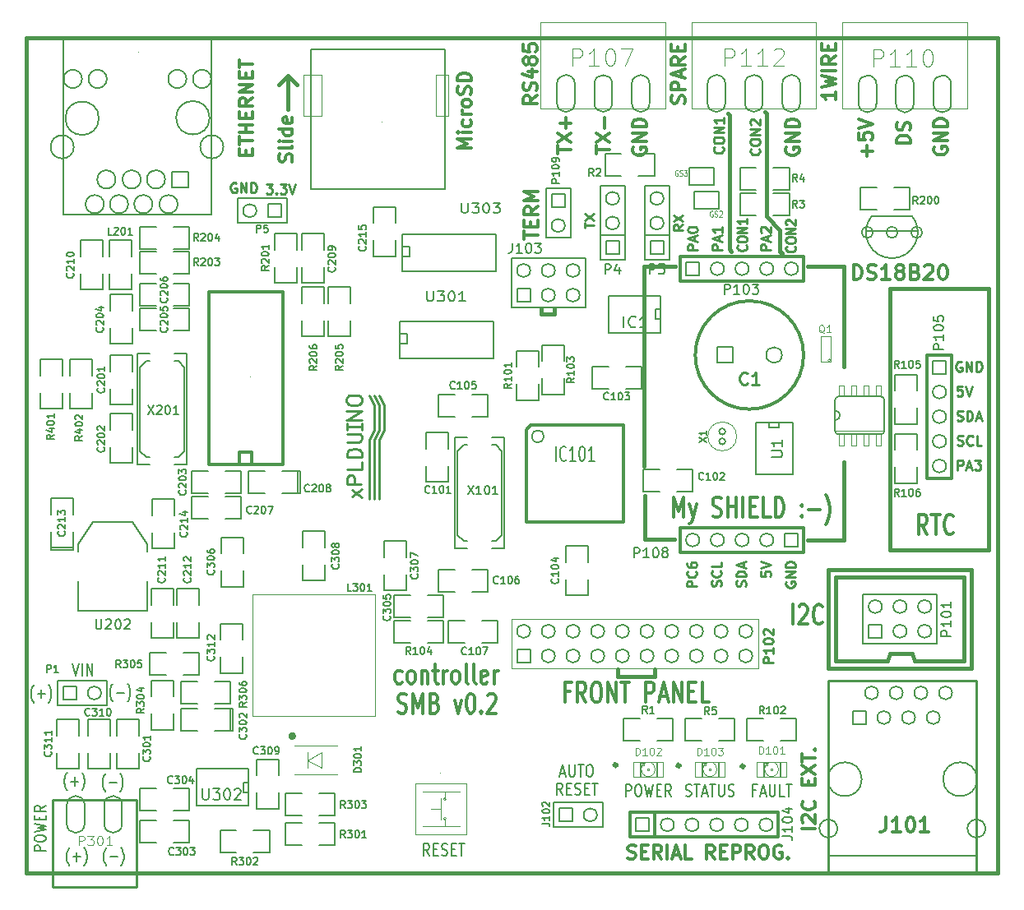
<source format=gto>
G04 (created by PCBNEW (2013-jul-07)-stable) date ven. 28 nov. 2014 17:47:18 CET*
%MOIN*%
G04 Gerber Fmt 3.4, Leading zero omitted, Abs format*
%FSLAX34Y34*%
G01*
G70*
G90*
G04 APERTURE LIST*
%ADD10C,0.00590551*%
%ADD11C,0.00984252*%
%ADD12C,0.00885827*%
%ADD13C,0.015*%
%ADD14C,0.012*%
%ADD15C,0.00787402*%
%ADD16C,0.003*%
%ADD17C,0.0059*%
%ADD18C,0.008*%
%ADD19C,0.005*%
%ADD20C,0.006*%
%ADD21C,0.0026*%
%ADD22C,0.004*%
%ADD23C,0.01*%
%ADD24C,0.002*%
%ADD25C,0.0039*%
%ADD26C,0.0031*%
%ADD27C,3.93701e-06*%
%ADD28C,0.0035*%
%ADD29C,0.00492126*%
%ADD30C,0.0108*%
%ADD31C,0.0047*%
G04 APERTURE END LIST*
G54D10*
G54D11*
X21500Y-16534D02*
X21462Y-16515D01*
X21406Y-16515D01*
X21350Y-16534D01*
X21312Y-16571D01*
X21293Y-16609D01*
X21275Y-16684D01*
X21275Y-16740D01*
X21293Y-16815D01*
X21312Y-16853D01*
X21350Y-16890D01*
X21406Y-16909D01*
X21443Y-16909D01*
X21500Y-16890D01*
X21518Y-16871D01*
X21518Y-16740D01*
X21443Y-16740D01*
X21687Y-16909D02*
X21687Y-16515D01*
X21912Y-16909D01*
X21912Y-16515D01*
X22099Y-16909D02*
X22099Y-16515D01*
X22193Y-16515D01*
X22249Y-16534D01*
X22287Y-16571D01*
X22306Y-16609D01*
X22324Y-16684D01*
X22324Y-16740D01*
X22306Y-16815D01*
X22287Y-16853D01*
X22249Y-16890D01*
X22193Y-16909D01*
X22099Y-16909D01*
X22718Y-16565D02*
X22962Y-16565D01*
X22831Y-16715D01*
X22887Y-16715D01*
X22925Y-16734D01*
X22943Y-16753D01*
X22962Y-16790D01*
X22962Y-16884D01*
X22943Y-16921D01*
X22925Y-16940D01*
X22887Y-16959D01*
X22775Y-16959D01*
X22737Y-16940D01*
X22718Y-16921D01*
X23131Y-16921D02*
X23150Y-16940D01*
X23131Y-16959D01*
X23112Y-16940D01*
X23131Y-16921D01*
X23131Y-16959D01*
X23281Y-16565D02*
X23524Y-16565D01*
X23393Y-16715D01*
X23449Y-16715D01*
X23487Y-16734D01*
X23506Y-16753D01*
X23524Y-16790D01*
X23524Y-16884D01*
X23506Y-16921D01*
X23487Y-16940D01*
X23449Y-16959D01*
X23337Y-16959D01*
X23300Y-16940D01*
X23281Y-16921D01*
X23637Y-16565D02*
X23768Y-16959D01*
X23899Y-16565D01*
X35615Y-18349D02*
X35615Y-18124D01*
X36009Y-18237D02*
X35615Y-18237D01*
X35615Y-18031D02*
X36009Y-17768D01*
X35615Y-17768D02*
X36009Y-18031D01*
X39609Y-18215D02*
X39421Y-18346D01*
X39609Y-18440D02*
X39215Y-18440D01*
X39215Y-18290D01*
X39234Y-18253D01*
X39253Y-18234D01*
X39290Y-18215D01*
X39346Y-18215D01*
X39384Y-18234D01*
X39403Y-18253D01*
X39421Y-18290D01*
X39421Y-18440D01*
X39215Y-18084D02*
X39609Y-17821D01*
X39215Y-17821D02*
X39609Y-18084D01*
G54D12*
X42691Y-15138D02*
X42710Y-15156D01*
X42729Y-15213D01*
X42729Y-15250D01*
X42710Y-15306D01*
X42673Y-15344D01*
X42635Y-15363D01*
X42560Y-15381D01*
X42504Y-15381D01*
X42429Y-15363D01*
X42391Y-15344D01*
X42354Y-15306D01*
X42335Y-15250D01*
X42335Y-15213D01*
X42354Y-15156D01*
X42373Y-15138D01*
X42335Y-14894D02*
X42335Y-14819D01*
X42354Y-14781D01*
X42391Y-14744D01*
X42466Y-14725D01*
X42598Y-14725D01*
X42673Y-14744D01*
X42710Y-14781D01*
X42729Y-14819D01*
X42729Y-14894D01*
X42710Y-14931D01*
X42673Y-14969D01*
X42598Y-14988D01*
X42466Y-14988D01*
X42391Y-14969D01*
X42354Y-14931D01*
X42335Y-14894D01*
X42729Y-14556D02*
X42335Y-14556D01*
X42729Y-14331D01*
X42335Y-14331D01*
X42373Y-14163D02*
X42354Y-14144D01*
X42335Y-14106D01*
X42335Y-14013D01*
X42354Y-13975D01*
X42373Y-13956D01*
X42410Y-13938D01*
X42448Y-13938D01*
X42504Y-13956D01*
X42729Y-14181D01*
X42729Y-13938D01*
X41211Y-15068D02*
X41230Y-15086D01*
X41249Y-15143D01*
X41249Y-15180D01*
X41230Y-15236D01*
X41193Y-15274D01*
X41155Y-15293D01*
X41080Y-15311D01*
X41024Y-15311D01*
X40949Y-15293D01*
X40911Y-15274D01*
X40874Y-15236D01*
X40855Y-15180D01*
X40855Y-15143D01*
X40874Y-15086D01*
X40893Y-15068D01*
X40855Y-14824D02*
X40855Y-14749D01*
X40874Y-14711D01*
X40911Y-14674D01*
X40986Y-14655D01*
X41118Y-14655D01*
X41193Y-14674D01*
X41230Y-14711D01*
X41249Y-14749D01*
X41249Y-14824D01*
X41230Y-14861D01*
X41193Y-14899D01*
X41118Y-14918D01*
X40986Y-14918D01*
X40911Y-14899D01*
X40874Y-14861D01*
X40855Y-14824D01*
X41249Y-14486D02*
X40855Y-14486D01*
X41249Y-14261D01*
X40855Y-14261D01*
X41249Y-13868D02*
X41249Y-14093D01*
X41249Y-13980D02*
X40855Y-13980D01*
X40911Y-14018D01*
X40949Y-14055D01*
X40968Y-14093D01*
G54D13*
X42992Y-13700D02*
X42992Y-17874D01*
X42913Y-13622D02*
X42992Y-13700D01*
X43543Y-19291D02*
X43622Y-19370D01*
X43543Y-19133D02*
X43543Y-19291D01*
X43543Y-18425D02*
X43543Y-19133D01*
X42992Y-17874D02*
X43543Y-18425D01*
X41496Y-13779D02*
X41417Y-13700D01*
X41496Y-19212D02*
X41496Y-13779D01*
X41574Y-19291D02*
X41496Y-19212D01*
G54D14*
X34514Y-15328D02*
X34514Y-15013D01*
X35065Y-15170D02*
X34514Y-15170D01*
X34514Y-14881D02*
X35065Y-14514D01*
X34514Y-14514D02*
X35065Y-14881D01*
X34855Y-14304D02*
X34855Y-13884D01*
X35065Y-14094D02*
X34645Y-14094D01*
X43792Y-15085D02*
X43766Y-15137D01*
X43766Y-15216D01*
X43792Y-15295D01*
X43845Y-15347D01*
X43897Y-15374D01*
X44002Y-15400D01*
X44081Y-15400D01*
X44186Y-15374D01*
X44238Y-15347D01*
X44291Y-15295D01*
X44317Y-15216D01*
X44317Y-15164D01*
X44291Y-15085D01*
X44265Y-15059D01*
X44081Y-15059D01*
X44081Y-15164D01*
X44317Y-14822D02*
X43766Y-14822D01*
X44317Y-14507D01*
X43766Y-14507D01*
X44317Y-14245D02*
X43766Y-14245D01*
X43766Y-14114D01*
X43792Y-14035D01*
X43845Y-13982D01*
X43897Y-13956D01*
X44002Y-13930D01*
X44081Y-13930D01*
X44186Y-13956D01*
X44238Y-13982D01*
X44291Y-14035D01*
X44317Y-14114D01*
X44317Y-14245D01*
X44059Y-34418D02*
X44059Y-33618D01*
X44317Y-33694D02*
X44345Y-33656D01*
X44402Y-33618D01*
X44545Y-33618D01*
X44602Y-33656D01*
X44631Y-33694D01*
X44659Y-33770D01*
X44659Y-33846D01*
X44631Y-33961D01*
X44288Y-34418D01*
X44659Y-34418D01*
X45259Y-34342D02*
X45231Y-34380D01*
X45145Y-34418D01*
X45088Y-34418D01*
X45002Y-34380D01*
X44945Y-34304D01*
X44917Y-34227D01*
X44888Y-34075D01*
X44888Y-33961D01*
X44917Y-33808D01*
X44945Y-33732D01*
X45002Y-33656D01*
X45088Y-33618D01*
X45145Y-33618D01*
X45231Y-33656D01*
X45259Y-33694D01*
G54D13*
X48000Y-20800D02*
X52000Y-20800D01*
X48000Y-31400D02*
X48000Y-20800D01*
X52000Y-31400D02*
X48000Y-31400D01*
X52000Y-20800D02*
X52000Y-31400D01*
G54D14*
X46514Y-20442D02*
X46514Y-19842D01*
X46657Y-19842D01*
X46742Y-19871D01*
X46799Y-19928D01*
X46828Y-19985D01*
X46857Y-20100D01*
X46857Y-20185D01*
X46828Y-20300D01*
X46799Y-20357D01*
X46742Y-20414D01*
X46657Y-20442D01*
X46514Y-20442D01*
X47085Y-20414D02*
X47171Y-20442D01*
X47314Y-20442D01*
X47371Y-20414D01*
X47399Y-20385D01*
X47428Y-20328D01*
X47428Y-20271D01*
X47399Y-20214D01*
X47371Y-20185D01*
X47314Y-20157D01*
X47199Y-20128D01*
X47142Y-20100D01*
X47114Y-20071D01*
X47085Y-20014D01*
X47085Y-19957D01*
X47114Y-19900D01*
X47142Y-19871D01*
X47199Y-19842D01*
X47342Y-19842D01*
X47428Y-19871D01*
X48000Y-20442D02*
X47657Y-20442D01*
X47828Y-20442D02*
X47828Y-19842D01*
X47771Y-19928D01*
X47714Y-19985D01*
X47657Y-20014D01*
X48342Y-20100D02*
X48285Y-20071D01*
X48257Y-20042D01*
X48228Y-19985D01*
X48228Y-19957D01*
X48257Y-19900D01*
X48285Y-19871D01*
X48342Y-19842D01*
X48457Y-19842D01*
X48514Y-19871D01*
X48542Y-19900D01*
X48571Y-19957D01*
X48571Y-19985D01*
X48542Y-20042D01*
X48514Y-20071D01*
X48457Y-20100D01*
X48342Y-20100D01*
X48285Y-20128D01*
X48257Y-20157D01*
X48228Y-20214D01*
X48228Y-20328D01*
X48257Y-20385D01*
X48285Y-20414D01*
X48342Y-20442D01*
X48457Y-20442D01*
X48514Y-20414D01*
X48542Y-20385D01*
X48571Y-20328D01*
X48571Y-20214D01*
X48542Y-20157D01*
X48514Y-20128D01*
X48457Y-20100D01*
X49028Y-20128D02*
X49114Y-20157D01*
X49142Y-20185D01*
X49171Y-20242D01*
X49171Y-20328D01*
X49142Y-20385D01*
X49114Y-20414D01*
X49057Y-20442D01*
X48828Y-20442D01*
X48828Y-19842D01*
X49028Y-19842D01*
X49085Y-19871D01*
X49114Y-19900D01*
X49142Y-19957D01*
X49142Y-20014D01*
X49114Y-20071D01*
X49085Y-20100D01*
X49028Y-20128D01*
X48828Y-20128D01*
X49400Y-19900D02*
X49428Y-19871D01*
X49485Y-19842D01*
X49628Y-19842D01*
X49685Y-19871D01*
X49714Y-19900D01*
X49742Y-19957D01*
X49742Y-20014D01*
X49714Y-20100D01*
X49371Y-20442D01*
X49742Y-20442D01*
X50114Y-19842D02*
X50171Y-19842D01*
X50228Y-19871D01*
X50257Y-19900D01*
X50285Y-19957D01*
X50314Y-20071D01*
X50314Y-20214D01*
X50285Y-20328D01*
X50257Y-20385D01*
X50228Y-20414D01*
X50171Y-20442D01*
X50114Y-20442D01*
X50057Y-20414D01*
X50028Y-20385D01*
X50000Y-20328D01*
X49971Y-20214D01*
X49971Y-20071D01*
X50000Y-19957D01*
X50028Y-19900D01*
X50057Y-19871D01*
X50114Y-19842D01*
G54D11*
X50740Y-28159D02*
X50740Y-27765D01*
X50890Y-27765D01*
X50928Y-27784D01*
X50946Y-27803D01*
X50965Y-27840D01*
X50965Y-27896D01*
X50946Y-27934D01*
X50928Y-27953D01*
X50890Y-27971D01*
X50740Y-27971D01*
X51115Y-28046D02*
X51303Y-28046D01*
X51078Y-28159D02*
X51209Y-27765D01*
X51340Y-28159D01*
X51434Y-27765D02*
X51678Y-27765D01*
X51546Y-27915D01*
X51603Y-27915D01*
X51640Y-27934D01*
X51659Y-27953D01*
X51678Y-27990D01*
X51678Y-28084D01*
X51659Y-28121D01*
X51640Y-28140D01*
X51603Y-28159D01*
X51490Y-28159D01*
X51453Y-28140D01*
X51434Y-28121D01*
X50731Y-27140D02*
X50787Y-27159D01*
X50881Y-27159D01*
X50918Y-27140D01*
X50937Y-27121D01*
X50956Y-27084D01*
X50956Y-27046D01*
X50937Y-27009D01*
X50918Y-26990D01*
X50881Y-26971D01*
X50806Y-26953D01*
X50768Y-26934D01*
X50750Y-26915D01*
X50731Y-26878D01*
X50731Y-26840D01*
X50750Y-26803D01*
X50768Y-26784D01*
X50806Y-26765D01*
X50900Y-26765D01*
X50956Y-26784D01*
X51349Y-27121D02*
X51331Y-27140D01*
X51274Y-27159D01*
X51237Y-27159D01*
X51181Y-27140D01*
X51143Y-27103D01*
X51125Y-27065D01*
X51106Y-26990D01*
X51106Y-26934D01*
X51125Y-26859D01*
X51143Y-26821D01*
X51181Y-26784D01*
X51237Y-26765D01*
X51274Y-26765D01*
X51331Y-26784D01*
X51349Y-26803D01*
X51706Y-27159D02*
X51518Y-27159D01*
X51518Y-26765D01*
X50721Y-26140D02*
X50778Y-26159D01*
X50871Y-26159D01*
X50909Y-26140D01*
X50928Y-26121D01*
X50946Y-26084D01*
X50946Y-26046D01*
X50928Y-26009D01*
X50909Y-25990D01*
X50871Y-25971D01*
X50796Y-25953D01*
X50759Y-25934D01*
X50740Y-25915D01*
X50721Y-25878D01*
X50721Y-25840D01*
X50740Y-25803D01*
X50759Y-25784D01*
X50796Y-25765D01*
X50890Y-25765D01*
X50946Y-25784D01*
X51115Y-26159D02*
X51115Y-25765D01*
X51209Y-25765D01*
X51265Y-25784D01*
X51303Y-25821D01*
X51321Y-25859D01*
X51340Y-25934D01*
X51340Y-25990D01*
X51321Y-26065D01*
X51303Y-26103D01*
X51265Y-26140D01*
X51209Y-26159D01*
X51115Y-26159D01*
X51490Y-26046D02*
X51678Y-26046D01*
X51453Y-26159D02*
X51584Y-25765D01*
X51715Y-26159D01*
X50925Y-24765D02*
X50737Y-24765D01*
X50718Y-24953D01*
X50737Y-24934D01*
X50775Y-24915D01*
X50868Y-24915D01*
X50906Y-24934D01*
X50925Y-24953D01*
X50943Y-24990D01*
X50943Y-25084D01*
X50925Y-25121D01*
X50906Y-25140D01*
X50868Y-25159D01*
X50775Y-25159D01*
X50737Y-25140D01*
X50718Y-25121D01*
X51056Y-24765D02*
X51187Y-25159D01*
X51318Y-24765D01*
X50900Y-23784D02*
X50862Y-23765D01*
X50806Y-23765D01*
X50750Y-23784D01*
X50712Y-23821D01*
X50693Y-23859D01*
X50675Y-23934D01*
X50675Y-23990D01*
X50693Y-24065D01*
X50712Y-24103D01*
X50750Y-24140D01*
X50806Y-24159D01*
X50843Y-24159D01*
X50900Y-24140D01*
X50918Y-24121D01*
X50918Y-23990D01*
X50843Y-23990D01*
X51087Y-24159D02*
X51087Y-23765D01*
X51312Y-24159D01*
X51312Y-23765D01*
X51499Y-24159D02*
X51499Y-23765D01*
X51593Y-23765D01*
X51649Y-23784D01*
X51687Y-23821D01*
X51706Y-23859D01*
X51724Y-23934D01*
X51724Y-23990D01*
X51706Y-24065D01*
X51687Y-24103D01*
X51649Y-24140D01*
X51593Y-24159D01*
X51499Y-24159D01*
X40189Y-19239D02*
X39795Y-19239D01*
X39795Y-19089D01*
X39814Y-19051D01*
X39833Y-19033D01*
X39870Y-19014D01*
X39926Y-19014D01*
X39964Y-19033D01*
X39983Y-19051D01*
X40001Y-19089D01*
X40001Y-19239D01*
X40076Y-18864D02*
X40076Y-18676D01*
X40189Y-18901D02*
X39795Y-18770D01*
X40189Y-18639D01*
X39795Y-18433D02*
X39795Y-18395D01*
X39814Y-18358D01*
X39833Y-18339D01*
X39870Y-18320D01*
X39945Y-18301D01*
X40039Y-18301D01*
X40114Y-18320D01*
X40151Y-18339D01*
X40170Y-18358D01*
X40189Y-18395D01*
X40189Y-18433D01*
X40170Y-18470D01*
X40151Y-18489D01*
X40114Y-18508D01*
X40039Y-18526D01*
X39945Y-18526D01*
X39870Y-18508D01*
X39833Y-18489D01*
X39814Y-18470D01*
X39795Y-18433D01*
X41179Y-19239D02*
X40785Y-19239D01*
X40785Y-19089D01*
X40804Y-19051D01*
X40823Y-19033D01*
X40860Y-19014D01*
X40916Y-19014D01*
X40954Y-19033D01*
X40973Y-19051D01*
X40991Y-19089D01*
X40991Y-19239D01*
X41066Y-18864D02*
X41066Y-18676D01*
X41179Y-18901D02*
X40785Y-18770D01*
X41179Y-18639D01*
X41179Y-18301D02*
X41179Y-18526D01*
X41179Y-18414D02*
X40785Y-18414D01*
X40841Y-18451D01*
X40879Y-18489D01*
X40898Y-18526D01*
G54D12*
X44131Y-19090D02*
X44150Y-19107D01*
X44169Y-19157D01*
X44169Y-19191D01*
X44150Y-19242D01*
X44113Y-19275D01*
X44075Y-19292D01*
X44000Y-19309D01*
X43944Y-19309D01*
X43869Y-19292D01*
X43831Y-19275D01*
X43794Y-19242D01*
X43775Y-19191D01*
X43775Y-19157D01*
X43794Y-19107D01*
X43813Y-19090D01*
X43775Y-18870D02*
X43775Y-18803D01*
X43794Y-18769D01*
X43831Y-18735D01*
X43906Y-18719D01*
X44038Y-18719D01*
X44113Y-18735D01*
X44150Y-18769D01*
X44169Y-18803D01*
X44169Y-18870D01*
X44150Y-18904D01*
X44113Y-18938D01*
X44038Y-18955D01*
X43906Y-18955D01*
X43831Y-18938D01*
X43794Y-18904D01*
X43775Y-18870D01*
X44169Y-18567D02*
X43775Y-18567D01*
X44169Y-18364D01*
X43775Y-18364D01*
X43813Y-18212D02*
X43794Y-18195D01*
X43775Y-18162D01*
X43775Y-18077D01*
X43794Y-18044D01*
X43813Y-18027D01*
X43850Y-18010D01*
X43888Y-18010D01*
X43944Y-18027D01*
X44169Y-18229D01*
X44169Y-18010D01*
G54D11*
X43149Y-19239D02*
X42755Y-19239D01*
X42755Y-19089D01*
X42774Y-19051D01*
X42793Y-19033D01*
X42830Y-19014D01*
X42886Y-19014D01*
X42924Y-19033D01*
X42943Y-19051D01*
X42961Y-19089D01*
X42961Y-19239D01*
X43036Y-18864D02*
X43036Y-18676D01*
X43149Y-18901D02*
X42755Y-18770D01*
X43149Y-18639D01*
X42793Y-18526D02*
X42774Y-18508D01*
X42755Y-18470D01*
X42755Y-18376D01*
X42774Y-18339D01*
X42793Y-18320D01*
X42830Y-18301D01*
X42868Y-18301D01*
X42924Y-18320D01*
X43149Y-18545D01*
X43149Y-18301D01*
G54D12*
X42161Y-19050D02*
X42180Y-19067D01*
X42199Y-19117D01*
X42199Y-19151D01*
X42180Y-19202D01*
X42143Y-19235D01*
X42105Y-19252D01*
X42030Y-19269D01*
X41974Y-19269D01*
X41899Y-19252D01*
X41861Y-19235D01*
X41824Y-19202D01*
X41805Y-19151D01*
X41805Y-19117D01*
X41824Y-19067D01*
X41843Y-19050D01*
X41805Y-18830D02*
X41805Y-18763D01*
X41824Y-18729D01*
X41861Y-18695D01*
X41936Y-18679D01*
X42068Y-18679D01*
X42143Y-18695D01*
X42180Y-18729D01*
X42199Y-18763D01*
X42199Y-18830D01*
X42180Y-18864D01*
X42143Y-18898D01*
X42068Y-18915D01*
X41936Y-18915D01*
X41861Y-18898D01*
X41824Y-18864D01*
X41805Y-18830D01*
X42199Y-18527D02*
X41805Y-18527D01*
X42199Y-18324D01*
X41805Y-18324D01*
X42199Y-17970D02*
X42199Y-18172D01*
X42199Y-18071D02*
X41805Y-18071D01*
X41861Y-18105D01*
X41899Y-18139D01*
X41918Y-18172D01*
G54D11*
X43784Y-32699D02*
X43765Y-32737D01*
X43765Y-32793D01*
X43784Y-32849D01*
X43821Y-32887D01*
X43859Y-32906D01*
X43934Y-32924D01*
X43990Y-32924D01*
X44065Y-32906D01*
X44103Y-32887D01*
X44140Y-32849D01*
X44159Y-32793D01*
X44159Y-32756D01*
X44140Y-32699D01*
X44121Y-32681D01*
X43990Y-32681D01*
X43990Y-32756D01*
X44159Y-32512D02*
X43765Y-32512D01*
X44159Y-32287D01*
X43765Y-32287D01*
X44159Y-32100D02*
X43765Y-32100D01*
X43765Y-32006D01*
X43784Y-31950D01*
X43821Y-31912D01*
X43859Y-31893D01*
X43934Y-31875D01*
X43990Y-31875D01*
X44065Y-31893D01*
X44103Y-31912D01*
X44140Y-31950D01*
X44159Y-32006D01*
X44159Y-32100D01*
X42765Y-32274D02*
X42765Y-32462D01*
X42953Y-32481D01*
X42934Y-32462D01*
X42915Y-32424D01*
X42915Y-32331D01*
X42934Y-32293D01*
X42953Y-32274D01*
X42990Y-32256D01*
X43084Y-32256D01*
X43121Y-32274D01*
X43140Y-32293D01*
X43159Y-32331D01*
X43159Y-32424D01*
X43140Y-32462D01*
X43121Y-32481D01*
X42765Y-32143D02*
X43159Y-32012D01*
X42765Y-31881D01*
X42140Y-32878D02*
X42159Y-32821D01*
X42159Y-32728D01*
X42140Y-32690D01*
X42121Y-32671D01*
X42084Y-32653D01*
X42046Y-32653D01*
X42009Y-32671D01*
X41990Y-32690D01*
X41971Y-32728D01*
X41953Y-32803D01*
X41934Y-32840D01*
X41915Y-32859D01*
X41878Y-32878D01*
X41840Y-32878D01*
X41803Y-32859D01*
X41784Y-32840D01*
X41765Y-32803D01*
X41765Y-32709D01*
X41784Y-32653D01*
X42159Y-32484D02*
X41765Y-32484D01*
X41765Y-32390D01*
X41784Y-32334D01*
X41821Y-32296D01*
X41859Y-32278D01*
X41934Y-32259D01*
X41990Y-32259D01*
X42065Y-32278D01*
X42103Y-32296D01*
X42140Y-32334D01*
X42159Y-32390D01*
X42159Y-32484D01*
X42046Y-32109D02*
X42046Y-31921D01*
X42159Y-32146D02*
X41765Y-32015D01*
X42159Y-31884D01*
X41140Y-32868D02*
X41159Y-32812D01*
X41159Y-32718D01*
X41140Y-32681D01*
X41121Y-32662D01*
X41084Y-32643D01*
X41046Y-32643D01*
X41009Y-32662D01*
X40990Y-32681D01*
X40971Y-32718D01*
X40953Y-32793D01*
X40934Y-32831D01*
X40915Y-32849D01*
X40878Y-32868D01*
X40840Y-32868D01*
X40803Y-32849D01*
X40784Y-32831D01*
X40765Y-32793D01*
X40765Y-32699D01*
X40784Y-32643D01*
X41121Y-32250D02*
X41140Y-32268D01*
X41159Y-32325D01*
X41159Y-32362D01*
X41140Y-32418D01*
X41103Y-32456D01*
X41065Y-32474D01*
X40990Y-32493D01*
X40934Y-32493D01*
X40859Y-32474D01*
X40821Y-32456D01*
X40784Y-32418D01*
X40765Y-32362D01*
X40765Y-32325D01*
X40784Y-32268D01*
X40803Y-32250D01*
X41159Y-31893D02*
X41159Y-32081D01*
X40765Y-32081D01*
X40159Y-32887D02*
X39765Y-32887D01*
X39765Y-32737D01*
X39784Y-32699D01*
X39803Y-32681D01*
X39840Y-32662D01*
X39896Y-32662D01*
X39934Y-32681D01*
X39953Y-32699D01*
X39971Y-32737D01*
X39971Y-32887D01*
X40121Y-32268D02*
X40140Y-32287D01*
X40159Y-32343D01*
X40159Y-32381D01*
X40140Y-32437D01*
X40103Y-32474D01*
X40065Y-32493D01*
X39990Y-32512D01*
X39934Y-32512D01*
X39859Y-32493D01*
X39821Y-32474D01*
X39784Y-32437D01*
X39765Y-32381D01*
X39765Y-32343D01*
X39784Y-32287D01*
X39803Y-32268D01*
X39765Y-31931D02*
X39765Y-32006D01*
X39784Y-32043D01*
X39803Y-32062D01*
X39859Y-32100D01*
X39934Y-32118D01*
X40084Y-32118D01*
X40121Y-32100D01*
X40140Y-32081D01*
X40159Y-32043D01*
X40159Y-31968D01*
X40140Y-31931D01*
X40121Y-31912D01*
X40084Y-31893D01*
X39990Y-31893D01*
X39953Y-31912D01*
X39934Y-31931D01*
X39915Y-31968D01*
X39915Y-32043D01*
X39934Y-32081D01*
X39953Y-32100D01*
X39990Y-32118D01*
G54D13*
X46130Y-31020D02*
X46130Y-27840D01*
X46080Y-31020D02*
X46130Y-31020D01*
X44660Y-31020D02*
X46080Y-31020D01*
X38050Y-29210D02*
X38050Y-30960D01*
X38050Y-30960D02*
X39270Y-30960D01*
G54D14*
X39242Y-30073D02*
X39242Y-29273D01*
X39442Y-29845D01*
X39642Y-29273D01*
X39642Y-30073D01*
X39871Y-29540D02*
X40014Y-30073D01*
X40157Y-29540D02*
X40014Y-30073D01*
X39957Y-30264D01*
X39928Y-30302D01*
X39871Y-30340D01*
X40814Y-30035D02*
X40900Y-30073D01*
X41042Y-30073D01*
X41100Y-30035D01*
X41128Y-29997D01*
X41157Y-29921D01*
X41157Y-29845D01*
X41128Y-29769D01*
X41100Y-29730D01*
X41042Y-29692D01*
X40928Y-29654D01*
X40871Y-29616D01*
X40842Y-29578D01*
X40814Y-29502D01*
X40814Y-29426D01*
X40842Y-29350D01*
X40871Y-29311D01*
X40928Y-29273D01*
X41071Y-29273D01*
X41157Y-29311D01*
X41414Y-30073D02*
X41414Y-29273D01*
X41414Y-29654D02*
X41757Y-29654D01*
X41757Y-30073D02*
X41757Y-29273D01*
X42042Y-30073D02*
X42042Y-29273D01*
X42328Y-29654D02*
X42528Y-29654D01*
X42614Y-30073D02*
X42328Y-30073D01*
X42328Y-29273D01*
X42614Y-29273D01*
X43157Y-30073D02*
X42871Y-30073D01*
X42871Y-29273D01*
X43357Y-30073D02*
X43357Y-29273D01*
X43500Y-29273D01*
X43585Y-29311D01*
X43642Y-29388D01*
X43671Y-29464D01*
X43700Y-29616D01*
X43700Y-29730D01*
X43671Y-29883D01*
X43642Y-29959D01*
X43585Y-30035D01*
X43500Y-30073D01*
X43357Y-30073D01*
X44414Y-29997D02*
X44442Y-30035D01*
X44414Y-30073D01*
X44385Y-30035D01*
X44414Y-29997D01*
X44414Y-30073D01*
X44414Y-29578D02*
X44442Y-29616D01*
X44414Y-29654D01*
X44385Y-29616D01*
X44414Y-29578D01*
X44414Y-29654D01*
X44700Y-29769D02*
X45157Y-29769D01*
X45385Y-30378D02*
X45414Y-30340D01*
X45471Y-30226D01*
X45500Y-30150D01*
X45528Y-30035D01*
X45557Y-29845D01*
X45557Y-29692D01*
X45528Y-29502D01*
X45500Y-29388D01*
X45471Y-29311D01*
X45414Y-29197D01*
X45385Y-29159D01*
G54D13*
X46125Y-19920D02*
X46125Y-23960D01*
X44655Y-19920D02*
X46125Y-19920D01*
X38045Y-19915D02*
X39295Y-19915D01*
X38045Y-19950D02*
X38045Y-19915D01*
X38045Y-27995D02*
X38045Y-19950D01*
X38535Y-19915D02*
X39305Y-19915D01*
G54D14*
X39665Y-13300D02*
X39691Y-13221D01*
X39691Y-13090D01*
X39665Y-13038D01*
X39639Y-13011D01*
X39586Y-12985D01*
X39534Y-12985D01*
X39481Y-13011D01*
X39455Y-13038D01*
X39429Y-13090D01*
X39402Y-13195D01*
X39376Y-13248D01*
X39350Y-13274D01*
X39297Y-13300D01*
X39245Y-13300D01*
X39192Y-13274D01*
X39166Y-13248D01*
X39140Y-13195D01*
X39140Y-13064D01*
X39166Y-12985D01*
X39691Y-12749D02*
X39140Y-12749D01*
X39140Y-12539D01*
X39166Y-12486D01*
X39192Y-12460D01*
X39245Y-12434D01*
X39324Y-12434D01*
X39376Y-12460D01*
X39402Y-12486D01*
X39429Y-12539D01*
X39429Y-12749D01*
X39534Y-12224D02*
X39534Y-11961D01*
X39691Y-12276D02*
X39140Y-12093D01*
X39691Y-11909D01*
X39691Y-11410D02*
X39429Y-11594D01*
X39691Y-11725D02*
X39140Y-11725D01*
X39140Y-11515D01*
X39166Y-11463D01*
X39192Y-11437D01*
X39245Y-11410D01*
X39324Y-11410D01*
X39376Y-11437D01*
X39402Y-11463D01*
X39429Y-11515D01*
X39429Y-11725D01*
X39402Y-11174D02*
X39402Y-10990D01*
X39691Y-10912D02*
X39691Y-11174D01*
X39140Y-11174D01*
X39140Y-10912D01*
G54D15*
X37290Y-41391D02*
X37290Y-40918D01*
X37440Y-40918D01*
X37478Y-40941D01*
X37496Y-40963D01*
X37515Y-41008D01*
X37515Y-41076D01*
X37496Y-41121D01*
X37478Y-41143D01*
X37440Y-41166D01*
X37290Y-41166D01*
X37759Y-40918D02*
X37834Y-40918D01*
X37871Y-40941D01*
X37909Y-40986D01*
X37928Y-41076D01*
X37928Y-41233D01*
X37909Y-41323D01*
X37871Y-41368D01*
X37834Y-41391D01*
X37759Y-41391D01*
X37721Y-41368D01*
X37684Y-41323D01*
X37665Y-41233D01*
X37665Y-41076D01*
X37684Y-40986D01*
X37721Y-40941D01*
X37759Y-40918D01*
X38059Y-40918D02*
X38153Y-41391D01*
X38228Y-41053D01*
X38303Y-41391D01*
X38396Y-40918D01*
X38546Y-41143D02*
X38678Y-41143D01*
X38734Y-41391D02*
X38546Y-41391D01*
X38546Y-40918D01*
X38734Y-40918D01*
X39128Y-41391D02*
X38996Y-41166D01*
X38903Y-41391D02*
X38903Y-40918D01*
X39053Y-40918D01*
X39090Y-40941D01*
X39109Y-40963D01*
X39128Y-41008D01*
X39128Y-41076D01*
X39109Y-41121D01*
X39090Y-41143D01*
X39053Y-41166D01*
X38903Y-41166D01*
X42571Y-41143D02*
X42440Y-41143D01*
X42440Y-41391D02*
X42440Y-40918D01*
X42628Y-40918D01*
X42759Y-41256D02*
X42946Y-41256D01*
X42721Y-41391D02*
X42853Y-40918D01*
X42984Y-41391D01*
X43115Y-40918D02*
X43115Y-41301D01*
X43134Y-41346D01*
X43153Y-41368D01*
X43190Y-41391D01*
X43265Y-41391D01*
X43303Y-41368D01*
X43321Y-41346D01*
X43340Y-41301D01*
X43340Y-40918D01*
X43715Y-41391D02*
X43528Y-41391D01*
X43528Y-40918D01*
X43790Y-40918D02*
X44015Y-40918D01*
X43903Y-41391D02*
X43903Y-40918D01*
G54D13*
X39480Y-40150D02*
G75*
G03X39480Y-40150I-55J0D01*
G74*
G01*
X42080Y-40175D02*
G75*
G03X42080Y-40175I-55J0D01*
G74*
G01*
G54D14*
X28214Y-36785D02*
X28157Y-36823D01*
X28042Y-36823D01*
X27985Y-36785D01*
X27957Y-36747D01*
X27928Y-36671D01*
X27928Y-36442D01*
X27957Y-36366D01*
X27985Y-36328D01*
X28042Y-36290D01*
X28157Y-36290D01*
X28214Y-36328D01*
X28557Y-36823D02*
X28500Y-36785D01*
X28471Y-36747D01*
X28442Y-36671D01*
X28442Y-36442D01*
X28471Y-36366D01*
X28500Y-36328D01*
X28557Y-36290D01*
X28642Y-36290D01*
X28700Y-36328D01*
X28728Y-36366D01*
X28757Y-36442D01*
X28757Y-36671D01*
X28728Y-36747D01*
X28700Y-36785D01*
X28642Y-36823D01*
X28557Y-36823D01*
X29014Y-36290D02*
X29014Y-36823D01*
X29014Y-36366D02*
X29042Y-36328D01*
X29099Y-36290D01*
X29185Y-36290D01*
X29242Y-36328D01*
X29271Y-36404D01*
X29271Y-36823D01*
X29471Y-36290D02*
X29699Y-36290D01*
X29557Y-36023D02*
X29557Y-36709D01*
X29585Y-36785D01*
X29642Y-36823D01*
X29699Y-36823D01*
X29899Y-36823D02*
X29899Y-36290D01*
X29899Y-36442D02*
X29928Y-36366D01*
X29957Y-36328D01*
X30014Y-36290D01*
X30071Y-36290D01*
X30357Y-36823D02*
X30300Y-36785D01*
X30271Y-36747D01*
X30242Y-36671D01*
X30242Y-36442D01*
X30271Y-36366D01*
X30300Y-36328D01*
X30357Y-36290D01*
X30442Y-36290D01*
X30500Y-36328D01*
X30528Y-36366D01*
X30557Y-36442D01*
X30557Y-36671D01*
X30528Y-36747D01*
X30500Y-36785D01*
X30442Y-36823D01*
X30357Y-36823D01*
X30899Y-36823D02*
X30842Y-36785D01*
X30814Y-36709D01*
X30814Y-36023D01*
X31214Y-36823D02*
X31157Y-36785D01*
X31128Y-36709D01*
X31128Y-36023D01*
X31671Y-36785D02*
X31614Y-36823D01*
X31500Y-36823D01*
X31442Y-36785D01*
X31414Y-36709D01*
X31414Y-36404D01*
X31442Y-36328D01*
X31500Y-36290D01*
X31614Y-36290D01*
X31671Y-36328D01*
X31700Y-36404D01*
X31700Y-36480D01*
X31414Y-36557D01*
X31957Y-36823D02*
X31957Y-36290D01*
X31957Y-36442D02*
X31985Y-36366D01*
X32014Y-36328D01*
X32071Y-36290D01*
X32128Y-36290D01*
X28064Y-37985D02*
X28150Y-38023D01*
X28292Y-38023D01*
X28350Y-37985D01*
X28378Y-37947D01*
X28407Y-37871D01*
X28407Y-37795D01*
X28378Y-37719D01*
X28350Y-37680D01*
X28292Y-37642D01*
X28178Y-37604D01*
X28121Y-37566D01*
X28092Y-37528D01*
X28064Y-37452D01*
X28064Y-37376D01*
X28092Y-37300D01*
X28121Y-37261D01*
X28178Y-37223D01*
X28321Y-37223D01*
X28407Y-37261D01*
X28664Y-38023D02*
X28664Y-37223D01*
X28864Y-37795D01*
X29064Y-37223D01*
X29064Y-38023D01*
X29550Y-37604D02*
X29635Y-37642D01*
X29664Y-37680D01*
X29692Y-37757D01*
X29692Y-37871D01*
X29664Y-37947D01*
X29635Y-37985D01*
X29578Y-38023D01*
X29350Y-38023D01*
X29350Y-37223D01*
X29550Y-37223D01*
X29607Y-37261D01*
X29635Y-37300D01*
X29664Y-37376D01*
X29664Y-37452D01*
X29635Y-37528D01*
X29607Y-37566D01*
X29550Y-37604D01*
X29350Y-37604D01*
X30350Y-37490D02*
X30492Y-38023D01*
X30635Y-37490D01*
X30978Y-37223D02*
X31035Y-37223D01*
X31092Y-37261D01*
X31121Y-37300D01*
X31150Y-37376D01*
X31178Y-37528D01*
X31178Y-37719D01*
X31150Y-37871D01*
X31121Y-37947D01*
X31092Y-37985D01*
X31035Y-38023D01*
X30978Y-38023D01*
X30921Y-37985D01*
X30892Y-37947D01*
X30864Y-37871D01*
X30835Y-37719D01*
X30835Y-37528D01*
X30864Y-37376D01*
X30892Y-37300D01*
X30921Y-37261D01*
X30978Y-37223D01*
X31435Y-37947D02*
X31464Y-37985D01*
X31435Y-38023D01*
X31407Y-37985D01*
X31435Y-37947D01*
X31435Y-38023D01*
X31692Y-37300D02*
X31721Y-37261D01*
X31778Y-37223D01*
X31921Y-37223D01*
X31978Y-37261D01*
X32007Y-37300D01*
X32035Y-37376D01*
X32035Y-37452D01*
X32007Y-37566D01*
X31664Y-38023D01*
X32035Y-38023D01*
G54D13*
X36975Y-36550D02*
X36975Y-36250D01*
X38475Y-36550D02*
X38475Y-36250D01*
X36975Y-36550D02*
X38475Y-36550D01*
X36930Y-40125D02*
G75*
G03X36930Y-40125I-55J0D01*
G74*
G01*
X23854Y-38950D02*
G75*
G03X23854Y-38950I-79J0D01*
G74*
G01*
X34405Y-21625D02*
X34405Y-21825D01*
X33870Y-21805D02*
X33870Y-21605D01*
X34400Y-21825D02*
X33875Y-21825D01*
G54D14*
X48823Y-14906D02*
X48271Y-14906D01*
X48271Y-14775D01*
X48298Y-14696D01*
X48350Y-14644D01*
X48403Y-14618D01*
X48508Y-14591D01*
X48586Y-14591D01*
X48691Y-14618D01*
X48744Y-14644D01*
X48796Y-14696D01*
X48823Y-14775D01*
X48823Y-14906D01*
X48796Y-14381D02*
X48823Y-14303D01*
X48823Y-14171D01*
X48796Y-14119D01*
X48770Y-14093D01*
X48718Y-14066D01*
X48665Y-14066D01*
X48613Y-14093D01*
X48586Y-14119D01*
X48560Y-14171D01*
X48534Y-14276D01*
X48508Y-14329D01*
X48481Y-14355D01*
X48429Y-14381D01*
X48376Y-14381D01*
X48324Y-14355D01*
X48298Y-14329D01*
X48271Y-14276D01*
X48271Y-14145D01*
X48298Y-14066D01*
X47073Y-15438D02*
X47073Y-15018D01*
X47283Y-15228D02*
X46863Y-15228D01*
X46731Y-14493D02*
X46731Y-14756D01*
X46994Y-14782D01*
X46968Y-14756D01*
X46941Y-14703D01*
X46941Y-14572D01*
X46968Y-14520D01*
X46994Y-14493D01*
X47046Y-14467D01*
X47178Y-14467D01*
X47230Y-14493D01*
X47256Y-14520D01*
X47283Y-14572D01*
X47283Y-14703D01*
X47256Y-14756D01*
X47230Y-14782D01*
X46731Y-14310D02*
X47283Y-14126D01*
X46731Y-13942D01*
X49798Y-15069D02*
X49771Y-15122D01*
X49771Y-15201D01*
X49798Y-15279D01*
X49850Y-15332D01*
X49903Y-15358D01*
X50008Y-15384D01*
X50086Y-15384D01*
X50191Y-15358D01*
X50244Y-15332D01*
X50296Y-15279D01*
X50323Y-15201D01*
X50323Y-15148D01*
X50296Y-15069D01*
X50270Y-15043D01*
X50086Y-15043D01*
X50086Y-15148D01*
X50323Y-14807D02*
X49771Y-14807D01*
X50323Y-14492D01*
X49771Y-14492D01*
X50323Y-14230D02*
X49771Y-14230D01*
X49771Y-14098D01*
X49798Y-14020D01*
X49850Y-13967D01*
X49903Y-13941D01*
X50008Y-13915D01*
X50086Y-13915D01*
X50191Y-13941D01*
X50244Y-13967D01*
X50296Y-14020D01*
X50323Y-14098D01*
X50323Y-14230D01*
X45793Y-12821D02*
X45793Y-13136D01*
X45793Y-12979D02*
X45242Y-12979D01*
X45321Y-13031D01*
X45374Y-13083D01*
X45400Y-13136D01*
X45242Y-12637D02*
X45793Y-12506D01*
X45400Y-12401D01*
X45793Y-12296D01*
X45242Y-12165D01*
X45793Y-11955D02*
X45242Y-11955D01*
X45793Y-11377D02*
X45531Y-11561D01*
X45793Y-11692D02*
X45242Y-11692D01*
X45242Y-11482D01*
X45269Y-11430D01*
X45295Y-11404D01*
X45347Y-11377D01*
X45426Y-11377D01*
X45479Y-11404D01*
X45505Y-11430D01*
X45531Y-11482D01*
X45531Y-11692D01*
X45505Y-11141D02*
X45505Y-10958D01*
X45793Y-10879D02*
X45793Y-11141D01*
X45242Y-11141D01*
X45242Y-10879D01*
X35014Y-37154D02*
X34814Y-37154D01*
X34814Y-37573D02*
X34814Y-36773D01*
X35100Y-36773D01*
X35671Y-37573D02*
X35471Y-37192D01*
X35328Y-37573D02*
X35328Y-36773D01*
X35557Y-36773D01*
X35614Y-36811D01*
X35642Y-36850D01*
X35671Y-36926D01*
X35671Y-37040D01*
X35642Y-37116D01*
X35614Y-37154D01*
X35557Y-37192D01*
X35328Y-37192D01*
X36042Y-36773D02*
X36157Y-36773D01*
X36214Y-36811D01*
X36271Y-36888D01*
X36300Y-37040D01*
X36300Y-37307D01*
X36271Y-37459D01*
X36214Y-37535D01*
X36157Y-37573D01*
X36042Y-37573D01*
X35985Y-37535D01*
X35928Y-37459D01*
X35900Y-37307D01*
X35900Y-37040D01*
X35928Y-36888D01*
X35985Y-36811D01*
X36042Y-36773D01*
X36557Y-37573D02*
X36557Y-36773D01*
X36900Y-37573D01*
X36900Y-36773D01*
X37100Y-36773D02*
X37442Y-36773D01*
X37271Y-37573D02*
X37271Y-36773D01*
X38100Y-37573D02*
X38100Y-36773D01*
X38328Y-36773D01*
X38385Y-36811D01*
X38414Y-36850D01*
X38442Y-36926D01*
X38442Y-37040D01*
X38414Y-37116D01*
X38385Y-37154D01*
X38328Y-37192D01*
X38100Y-37192D01*
X38671Y-37345D02*
X38957Y-37345D01*
X38614Y-37573D02*
X38814Y-36773D01*
X39014Y-37573D01*
X39214Y-37573D02*
X39214Y-36773D01*
X39557Y-37573D01*
X39557Y-36773D01*
X39842Y-37154D02*
X40042Y-37154D01*
X40128Y-37573D02*
X39842Y-37573D01*
X39842Y-36773D01*
X40128Y-36773D01*
X40671Y-37573D02*
X40385Y-37573D01*
X40385Y-36773D01*
X33687Y-12985D02*
X33425Y-13169D01*
X33687Y-13300D02*
X33136Y-13300D01*
X33136Y-13090D01*
X33162Y-13038D01*
X33188Y-13011D01*
X33241Y-12985D01*
X33320Y-12985D01*
X33372Y-13011D01*
X33398Y-13038D01*
X33425Y-13090D01*
X33425Y-13300D01*
X33661Y-12775D02*
X33687Y-12696D01*
X33687Y-12565D01*
X33661Y-12513D01*
X33635Y-12486D01*
X33582Y-12460D01*
X33530Y-12460D01*
X33477Y-12486D01*
X33451Y-12513D01*
X33425Y-12565D01*
X33398Y-12670D01*
X33372Y-12723D01*
X33346Y-12749D01*
X33293Y-12775D01*
X33241Y-12775D01*
X33188Y-12749D01*
X33162Y-12723D01*
X33136Y-12670D01*
X33136Y-12539D01*
X33162Y-12460D01*
X33320Y-11988D02*
X33687Y-11988D01*
X33110Y-12119D02*
X33503Y-12250D01*
X33503Y-11909D01*
X33372Y-11620D02*
X33346Y-11673D01*
X33320Y-11699D01*
X33267Y-11725D01*
X33241Y-11725D01*
X33188Y-11699D01*
X33162Y-11673D01*
X33136Y-11620D01*
X33136Y-11515D01*
X33162Y-11463D01*
X33188Y-11437D01*
X33241Y-11410D01*
X33267Y-11410D01*
X33320Y-11437D01*
X33346Y-11463D01*
X33372Y-11515D01*
X33372Y-11620D01*
X33398Y-11673D01*
X33425Y-11699D01*
X33477Y-11725D01*
X33582Y-11725D01*
X33635Y-11699D01*
X33661Y-11673D01*
X33687Y-11620D01*
X33687Y-11515D01*
X33661Y-11463D01*
X33635Y-11437D01*
X33582Y-11410D01*
X33477Y-11410D01*
X33425Y-11437D01*
X33398Y-11463D01*
X33372Y-11515D01*
X33136Y-10912D02*
X33136Y-11174D01*
X33398Y-11200D01*
X33372Y-11174D01*
X33346Y-11122D01*
X33346Y-10990D01*
X33372Y-10938D01*
X33398Y-10912D01*
X33451Y-10885D01*
X33582Y-10885D01*
X33635Y-10912D01*
X33661Y-10938D01*
X33687Y-10990D01*
X33687Y-11122D01*
X33661Y-11174D01*
X33635Y-11200D01*
X33171Y-18797D02*
X33171Y-18482D01*
X33723Y-18639D02*
X33171Y-18639D01*
X33434Y-18298D02*
X33434Y-18114D01*
X33723Y-18036D02*
X33723Y-18298D01*
X33171Y-18298D01*
X33171Y-18036D01*
X33723Y-17485D02*
X33460Y-17668D01*
X33723Y-17800D02*
X33171Y-17800D01*
X33171Y-17590D01*
X33198Y-17537D01*
X33224Y-17511D01*
X33276Y-17485D01*
X33355Y-17485D01*
X33408Y-17511D01*
X33434Y-17537D01*
X33460Y-17590D01*
X33460Y-17800D01*
X33723Y-17248D02*
X33171Y-17248D01*
X33565Y-17065D01*
X33171Y-16881D01*
X33723Y-16881D01*
X37591Y-15085D02*
X37565Y-15137D01*
X37565Y-15216D01*
X37591Y-15295D01*
X37644Y-15347D01*
X37696Y-15374D01*
X37801Y-15400D01*
X37880Y-15400D01*
X37985Y-15374D01*
X38038Y-15347D01*
X38090Y-15295D01*
X38116Y-15216D01*
X38116Y-15164D01*
X38090Y-15085D01*
X38064Y-15059D01*
X37880Y-15059D01*
X37880Y-15164D01*
X38116Y-14822D02*
X37565Y-14822D01*
X38116Y-14507D01*
X37565Y-14507D01*
X38116Y-14245D02*
X37565Y-14245D01*
X37565Y-14114D01*
X37591Y-14035D01*
X37644Y-13982D01*
X37696Y-13956D01*
X37801Y-13930D01*
X37880Y-13930D01*
X37985Y-13956D01*
X38038Y-13982D01*
X38090Y-14035D01*
X38116Y-14114D01*
X38116Y-14245D01*
X36089Y-15328D02*
X36089Y-15013D01*
X36640Y-15170D02*
X36089Y-15170D01*
X36089Y-14881D02*
X36640Y-14514D01*
X36089Y-14514D02*
X36640Y-14881D01*
X36430Y-14304D02*
X36430Y-13884D01*
G54D13*
X23600Y-12170D02*
X23220Y-12550D01*
X23600Y-12175D02*
X23975Y-12550D01*
X23600Y-13550D02*
X23600Y-12250D01*
G54D14*
X23746Y-15668D02*
X23773Y-15589D01*
X23773Y-15458D01*
X23746Y-15406D01*
X23720Y-15379D01*
X23668Y-15353D01*
X23615Y-15353D01*
X23563Y-15379D01*
X23536Y-15406D01*
X23510Y-15458D01*
X23484Y-15563D01*
X23458Y-15616D01*
X23431Y-15642D01*
X23379Y-15668D01*
X23326Y-15668D01*
X23274Y-15642D01*
X23248Y-15616D01*
X23221Y-15563D01*
X23221Y-15432D01*
X23248Y-15353D01*
X23773Y-15038D02*
X23746Y-15091D01*
X23694Y-15117D01*
X23221Y-15117D01*
X23773Y-14828D02*
X23405Y-14828D01*
X23221Y-14828D02*
X23248Y-14854D01*
X23274Y-14828D01*
X23248Y-14802D01*
X23221Y-14828D01*
X23274Y-14828D01*
X23773Y-14330D02*
X23221Y-14330D01*
X23746Y-14330D02*
X23773Y-14382D01*
X23773Y-14487D01*
X23746Y-14540D01*
X23720Y-14566D01*
X23668Y-14592D01*
X23510Y-14592D01*
X23458Y-14566D01*
X23431Y-14540D01*
X23405Y-14487D01*
X23405Y-14382D01*
X23431Y-14330D01*
X23746Y-13857D02*
X23773Y-13910D01*
X23773Y-14015D01*
X23746Y-14067D01*
X23694Y-14093D01*
X23484Y-14093D01*
X23431Y-14067D01*
X23405Y-14015D01*
X23405Y-13910D01*
X23431Y-13857D01*
X23484Y-13831D01*
X23536Y-13831D01*
X23589Y-14093D01*
X31023Y-15109D02*
X30471Y-15109D01*
X30865Y-14925D01*
X30471Y-14741D01*
X31023Y-14741D01*
X31023Y-14479D02*
X30655Y-14479D01*
X30471Y-14479D02*
X30498Y-14505D01*
X30524Y-14479D01*
X30498Y-14453D01*
X30471Y-14479D01*
X30524Y-14479D01*
X30996Y-13980D02*
X31023Y-14033D01*
X31023Y-14138D01*
X30996Y-14190D01*
X30970Y-14216D01*
X30918Y-14243D01*
X30760Y-14243D01*
X30708Y-14216D01*
X30681Y-14190D01*
X30655Y-14138D01*
X30655Y-14033D01*
X30681Y-13980D01*
X31023Y-13744D02*
X30655Y-13744D01*
X30760Y-13744D02*
X30708Y-13718D01*
X30681Y-13691D01*
X30655Y-13639D01*
X30655Y-13586D01*
X31023Y-13324D02*
X30996Y-13376D01*
X30970Y-13403D01*
X30918Y-13429D01*
X30760Y-13429D01*
X30708Y-13403D01*
X30681Y-13376D01*
X30655Y-13324D01*
X30655Y-13245D01*
X30681Y-13193D01*
X30708Y-13166D01*
X30760Y-13140D01*
X30918Y-13140D01*
X30970Y-13166D01*
X30996Y-13193D01*
X31023Y-13245D01*
X31023Y-13324D01*
X30996Y-12930D02*
X31023Y-12851D01*
X31023Y-12720D01*
X30996Y-12668D01*
X30970Y-12641D01*
X30918Y-12615D01*
X30865Y-12615D01*
X30813Y-12641D01*
X30786Y-12668D01*
X30760Y-12720D01*
X30734Y-12825D01*
X30708Y-12878D01*
X30681Y-12904D01*
X30629Y-12930D01*
X30576Y-12930D01*
X30524Y-12904D01*
X30498Y-12878D01*
X30471Y-12825D01*
X30471Y-12694D01*
X30498Y-12615D01*
X31023Y-12379D02*
X30471Y-12379D01*
X30471Y-12248D01*
X30498Y-12169D01*
X30550Y-12117D01*
X30603Y-12090D01*
X30708Y-12064D01*
X30786Y-12064D01*
X30891Y-12090D01*
X30944Y-12117D01*
X30996Y-12169D01*
X31023Y-12248D01*
X31023Y-12379D01*
X21884Y-15389D02*
X21884Y-15206D01*
X22173Y-15127D02*
X22173Y-15389D01*
X21621Y-15389D01*
X21621Y-15127D01*
X21621Y-14969D02*
X21621Y-14654D01*
X22173Y-14812D02*
X21621Y-14812D01*
X22173Y-14471D02*
X21621Y-14471D01*
X21884Y-14471D02*
X21884Y-14156D01*
X22173Y-14156D02*
X21621Y-14156D01*
X21884Y-13893D02*
X21884Y-13709D01*
X22173Y-13631D02*
X22173Y-13893D01*
X21621Y-13893D01*
X21621Y-13631D01*
X22173Y-13080D02*
X21910Y-13263D01*
X22173Y-13395D02*
X21621Y-13395D01*
X21621Y-13185D01*
X21648Y-13132D01*
X21674Y-13106D01*
X21726Y-13080D01*
X21805Y-13080D01*
X21858Y-13106D01*
X21884Y-13132D01*
X21910Y-13185D01*
X21910Y-13395D01*
X22173Y-12843D02*
X21621Y-12843D01*
X22173Y-12528D01*
X21621Y-12528D01*
X21884Y-12266D02*
X21884Y-12082D01*
X22173Y-12003D02*
X22173Y-12266D01*
X21621Y-12266D01*
X21621Y-12003D01*
X21621Y-11846D02*
X21621Y-11531D01*
X22173Y-11688D02*
X21621Y-11688D01*
G54D15*
X14868Y-36018D02*
X15000Y-36491D01*
X15131Y-36018D01*
X15262Y-36491D02*
X15262Y-36018D01*
X15449Y-36491D02*
X15449Y-36018D01*
X15674Y-36491D01*
X15674Y-36018D01*
X17099Y-36828D02*
X17118Y-36851D01*
X17156Y-36918D01*
X17174Y-36963D01*
X17193Y-37031D01*
X17212Y-37143D01*
X17212Y-37233D01*
X17193Y-37346D01*
X17174Y-37413D01*
X17156Y-37458D01*
X17118Y-37526D01*
X17099Y-37548D01*
X16949Y-37188D02*
X16650Y-37188D01*
X16500Y-36828D02*
X16481Y-36851D01*
X16443Y-36918D01*
X16425Y-36963D01*
X16406Y-37031D01*
X16387Y-37143D01*
X16387Y-37233D01*
X16406Y-37346D01*
X16425Y-37413D01*
X16443Y-37458D01*
X16481Y-37526D01*
X16500Y-37548D01*
X13899Y-36878D02*
X13918Y-36901D01*
X13956Y-36968D01*
X13974Y-37013D01*
X13993Y-37081D01*
X14012Y-37193D01*
X14012Y-37283D01*
X13993Y-37396D01*
X13974Y-37463D01*
X13956Y-37508D01*
X13918Y-37576D01*
X13899Y-37598D01*
X13749Y-37238D02*
X13450Y-37238D01*
X13599Y-37058D02*
X13599Y-37418D01*
X13300Y-36878D02*
X13281Y-36901D01*
X13243Y-36968D01*
X13225Y-37013D01*
X13206Y-37081D01*
X13187Y-37193D01*
X13187Y-37283D01*
X13206Y-37396D01*
X13225Y-37463D01*
X13243Y-37508D01*
X13281Y-37576D01*
X13300Y-37598D01*
X16835Y-43487D02*
X16854Y-43509D01*
X16891Y-43577D01*
X16910Y-43622D01*
X16929Y-43689D01*
X16947Y-43802D01*
X16947Y-43892D01*
X16929Y-44004D01*
X16910Y-44071D01*
X16891Y-44116D01*
X16854Y-44184D01*
X16835Y-44206D01*
X16685Y-43847D02*
X16385Y-43847D01*
X16235Y-43487D02*
X16216Y-43509D01*
X16179Y-43577D01*
X16160Y-43622D01*
X16141Y-43689D01*
X16122Y-43802D01*
X16122Y-43892D01*
X16141Y-44004D01*
X16160Y-44071D01*
X16179Y-44116D01*
X16216Y-44184D01*
X16235Y-44206D01*
X15339Y-43487D02*
X15358Y-43509D01*
X15395Y-43577D01*
X15414Y-43622D01*
X15433Y-43689D01*
X15451Y-43802D01*
X15451Y-43892D01*
X15433Y-44004D01*
X15414Y-44071D01*
X15395Y-44116D01*
X15358Y-44184D01*
X15339Y-44206D01*
X15189Y-43847D02*
X14889Y-43847D01*
X15039Y-43667D02*
X15039Y-44026D01*
X14739Y-43487D02*
X14720Y-43509D01*
X14683Y-43577D01*
X14664Y-43622D01*
X14645Y-43689D01*
X14626Y-43802D01*
X14626Y-43892D01*
X14645Y-44004D01*
X14664Y-44071D01*
X14683Y-44116D01*
X14720Y-44184D01*
X14739Y-44206D01*
X16799Y-40478D02*
X16818Y-40501D01*
X16856Y-40568D01*
X16874Y-40613D01*
X16893Y-40681D01*
X16912Y-40793D01*
X16912Y-40883D01*
X16893Y-40996D01*
X16874Y-41063D01*
X16856Y-41108D01*
X16818Y-41176D01*
X16799Y-41198D01*
X16649Y-40838D02*
X16350Y-40838D01*
X16200Y-40478D02*
X16181Y-40501D01*
X16143Y-40568D01*
X16125Y-40613D01*
X16106Y-40681D01*
X16087Y-40793D01*
X16087Y-40883D01*
X16106Y-40996D01*
X16125Y-41063D01*
X16143Y-41108D01*
X16181Y-41176D01*
X16200Y-41198D01*
X15249Y-40428D02*
X15268Y-40451D01*
X15306Y-40518D01*
X15324Y-40563D01*
X15343Y-40631D01*
X15362Y-40743D01*
X15362Y-40833D01*
X15343Y-40946D01*
X15324Y-41013D01*
X15306Y-41058D01*
X15268Y-41126D01*
X15249Y-41148D01*
X15099Y-40788D02*
X14800Y-40788D01*
X14949Y-40608D02*
X14949Y-40968D01*
X14650Y-40428D02*
X14631Y-40451D01*
X14593Y-40518D01*
X14575Y-40563D01*
X14556Y-40631D01*
X14537Y-40743D01*
X14537Y-40833D01*
X14556Y-40946D01*
X14575Y-41013D01*
X14593Y-41058D01*
X14631Y-41126D01*
X14650Y-41148D01*
X13791Y-43609D02*
X13318Y-43609D01*
X13318Y-43459D01*
X13341Y-43421D01*
X13363Y-43403D01*
X13408Y-43384D01*
X13476Y-43384D01*
X13521Y-43403D01*
X13543Y-43421D01*
X13566Y-43459D01*
X13566Y-43609D01*
X13318Y-43140D02*
X13318Y-43065D01*
X13341Y-43028D01*
X13386Y-42990D01*
X13476Y-42971D01*
X13633Y-42971D01*
X13723Y-42990D01*
X13768Y-43028D01*
X13791Y-43065D01*
X13791Y-43140D01*
X13768Y-43178D01*
X13723Y-43215D01*
X13633Y-43234D01*
X13476Y-43234D01*
X13386Y-43215D01*
X13341Y-43178D01*
X13318Y-43140D01*
X13318Y-42840D02*
X13791Y-42746D01*
X13453Y-42671D01*
X13791Y-42596D01*
X13318Y-42503D01*
X13543Y-42353D02*
X13543Y-42221D01*
X13791Y-42165D02*
X13791Y-42353D01*
X13318Y-42353D01*
X13318Y-42165D01*
X13791Y-41771D02*
X13566Y-41903D01*
X13791Y-41996D02*
X13318Y-41996D01*
X13318Y-41846D01*
X13341Y-41809D01*
X13363Y-41790D01*
X13408Y-41771D01*
X13476Y-41771D01*
X13521Y-41790D01*
X13543Y-41809D01*
X13566Y-41846D01*
X13566Y-41996D01*
X39725Y-41368D02*
X39781Y-41391D01*
X39875Y-41391D01*
X39912Y-41368D01*
X39931Y-41346D01*
X39950Y-41301D01*
X39950Y-41256D01*
X39931Y-41211D01*
X39912Y-41188D01*
X39875Y-41166D01*
X39800Y-41143D01*
X39762Y-41121D01*
X39743Y-41098D01*
X39725Y-41053D01*
X39725Y-41008D01*
X39743Y-40963D01*
X39762Y-40941D01*
X39800Y-40918D01*
X39893Y-40918D01*
X39950Y-40941D01*
X40062Y-40918D02*
X40287Y-40918D01*
X40175Y-41391D02*
X40175Y-40918D01*
X40400Y-41256D02*
X40587Y-41256D01*
X40362Y-41391D02*
X40493Y-40918D01*
X40625Y-41391D01*
X40700Y-40918D02*
X40924Y-40918D01*
X40812Y-41391D02*
X40812Y-40918D01*
X41056Y-40918D02*
X41056Y-41301D01*
X41074Y-41346D01*
X41093Y-41368D01*
X41131Y-41391D01*
X41206Y-41391D01*
X41243Y-41368D01*
X41262Y-41346D01*
X41281Y-41301D01*
X41281Y-40918D01*
X41449Y-41368D02*
X41506Y-41391D01*
X41599Y-41391D01*
X41637Y-41368D01*
X41656Y-41346D01*
X41674Y-41301D01*
X41674Y-41256D01*
X41656Y-41211D01*
X41637Y-41188D01*
X41599Y-41166D01*
X41524Y-41143D01*
X41487Y-41121D01*
X41468Y-41098D01*
X41449Y-41053D01*
X41449Y-41008D01*
X41468Y-40963D01*
X41487Y-40941D01*
X41524Y-40918D01*
X41618Y-40918D01*
X41674Y-40941D01*
X29328Y-43791D02*
X29196Y-43566D01*
X29103Y-43791D02*
X29103Y-43318D01*
X29253Y-43318D01*
X29290Y-43341D01*
X29309Y-43363D01*
X29328Y-43408D01*
X29328Y-43476D01*
X29309Y-43521D01*
X29290Y-43543D01*
X29253Y-43566D01*
X29103Y-43566D01*
X29496Y-43543D02*
X29628Y-43543D01*
X29684Y-43791D02*
X29496Y-43791D01*
X29496Y-43318D01*
X29684Y-43318D01*
X29834Y-43768D02*
X29890Y-43791D01*
X29984Y-43791D01*
X30021Y-43768D01*
X30040Y-43746D01*
X30059Y-43701D01*
X30059Y-43656D01*
X30040Y-43611D01*
X30021Y-43588D01*
X29984Y-43566D01*
X29909Y-43543D01*
X29871Y-43521D01*
X29853Y-43498D01*
X29834Y-43453D01*
X29834Y-43408D01*
X29853Y-43363D01*
X29871Y-43341D01*
X29909Y-43318D01*
X30003Y-43318D01*
X30059Y-43341D01*
X30228Y-43543D02*
X30359Y-43543D01*
X30415Y-43791D02*
X30228Y-43791D01*
X30228Y-43318D01*
X30415Y-43318D01*
X30528Y-43318D02*
X30753Y-43318D01*
X30640Y-43791D02*
X30640Y-43318D01*
X34643Y-40456D02*
X34831Y-40456D01*
X34606Y-40591D02*
X34737Y-40118D01*
X34868Y-40591D01*
X35000Y-40118D02*
X35000Y-40501D01*
X35018Y-40546D01*
X35037Y-40568D01*
X35075Y-40591D01*
X35150Y-40591D01*
X35187Y-40568D01*
X35206Y-40546D01*
X35225Y-40501D01*
X35225Y-40118D01*
X35356Y-40118D02*
X35581Y-40118D01*
X35468Y-40591D02*
X35468Y-40118D01*
X35787Y-40118D02*
X35862Y-40118D01*
X35899Y-40141D01*
X35937Y-40186D01*
X35956Y-40276D01*
X35956Y-40433D01*
X35937Y-40523D01*
X35899Y-40568D01*
X35862Y-40591D01*
X35787Y-40591D01*
X35749Y-40568D01*
X35712Y-40523D01*
X35693Y-40433D01*
X35693Y-40276D01*
X35712Y-40186D01*
X35749Y-40141D01*
X35787Y-40118D01*
X34728Y-41331D02*
X34596Y-41106D01*
X34503Y-41331D02*
X34503Y-40858D01*
X34653Y-40858D01*
X34690Y-40881D01*
X34709Y-40903D01*
X34728Y-40948D01*
X34728Y-41016D01*
X34709Y-41061D01*
X34690Y-41083D01*
X34653Y-41106D01*
X34503Y-41106D01*
X34896Y-41083D02*
X35028Y-41083D01*
X35084Y-41331D02*
X34896Y-41331D01*
X34896Y-40858D01*
X35084Y-40858D01*
X35234Y-41308D02*
X35290Y-41331D01*
X35384Y-41331D01*
X35421Y-41308D01*
X35440Y-41286D01*
X35459Y-41241D01*
X35459Y-41196D01*
X35440Y-41151D01*
X35421Y-41128D01*
X35384Y-41106D01*
X35309Y-41083D01*
X35271Y-41061D01*
X35253Y-41038D01*
X35234Y-40993D01*
X35234Y-40948D01*
X35253Y-40903D01*
X35271Y-40881D01*
X35309Y-40858D01*
X35403Y-40858D01*
X35459Y-40881D01*
X35628Y-41083D02*
X35759Y-41083D01*
X35815Y-41331D02*
X35628Y-41331D01*
X35628Y-40858D01*
X35815Y-40858D01*
X35928Y-40858D02*
X36153Y-40858D01*
X36040Y-41331D02*
X36040Y-40858D01*
G54D14*
X37375Y-43897D02*
X37454Y-43923D01*
X37585Y-43923D01*
X37637Y-43897D01*
X37664Y-43871D01*
X37690Y-43818D01*
X37690Y-43766D01*
X37664Y-43713D01*
X37637Y-43687D01*
X37585Y-43661D01*
X37480Y-43635D01*
X37427Y-43608D01*
X37401Y-43582D01*
X37375Y-43530D01*
X37375Y-43477D01*
X37401Y-43425D01*
X37427Y-43398D01*
X37480Y-43372D01*
X37611Y-43372D01*
X37690Y-43398D01*
X37926Y-43635D02*
X38110Y-43635D01*
X38188Y-43923D02*
X37926Y-43923D01*
X37926Y-43372D01*
X38188Y-43372D01*
X38740Y-43923D02*
X38556Y-43661D01*
X38425Y-43923D02*
X38425Y-43372D01*
X38635Y-43372D01*
X38687Y-43398D01*
X38713Y-43425D01*
X38740Y-43477D01*
X38740Y-43556D01*
X38713Y-43608D01*
X38687Y-43635D01*
X38635Y-43661D01*
X38425Y-43661D01*
X38976Y-43923D02*
X38976Y-43372D01*
X39212Y-43766D02*
X39475Y-43766D01*
X39160Y-43923D02*
X39343Y-43372D01*
X39527Y-43923D01*
X39973Y-43923D02*
X39711Y-43923D01*
X39711Y-43372D01*
X40892Y-43923D02*
X40708Y-43661D01*
X40577Y-43923D02*
X40577Y-43372D01*
X40787Y-43372D01*
X40839Y-43398D01*
X40866Y-43425D01*
X40892Y-43477D01*
X40892Y-43556D01*
X40866Y-43608D01*
X40839Y-43635D01*
X40787Y-43661D01*
X40577Y-43661D01*
X41128Y-43635D02*
X41312Y-43635D01*
X41391Y-43923D02*
X41128Y-43923D01*
X41128Y-43372D01*
X41391Y-43372D01*
X41627Y-43923D02*
X41627Y-43372D01*
X41837Y-43372D01*
X41889Y-43398D01*
X41916Y-43425D01*
X41942Y-43477D01*
X41942Y-43556D01*
X41916Y-43608D01*
X41889Y-43635D01*
X41837Y-43661D01*
X41627Y-43661D01*
X42493Y-43923D02*
X42309Y-43661D01*
X42178Y-43923D02*
X42178Y-43372D01*
X42388Y-43372D01*
X42440Y-43398D01*
X42467Y-43425D01*
X42493Y-43477D01*
X42493Y-43556D01*
X42467Y-43608D01*
X42440Y-43635D01*
X42388Y-43661D01*
X42178Y-43661D01*
X42834Y-43372D02*
X42939Y-43372D01*
X42992Y-43398D01*
X43044Y-43451D01*
X43070Y-43556D01*
X43070Y-43740D01*
X43044Y-43845D01*
X42992Y-43897D01*
X42939Y-43923D01*
X42834Y-43923D01*
X42782Y-43897D01*
X42729Y-43845D01*
X42703Y-43740D01*
X42703Y-43556D01*
X42729Y-43451D01*
X42782Y-43398D01*
X42834Y-43372D01*
X43595Y-43398D02*
X43543Y-43372D01*
X43464Y-43372D01*
X43385Y-43398D01*
X43333Y-43451D01*
X43307Y-43503D01*
X43280Y-43608D01*
X43280Y-43687D01*
X43307Y-43792D01*
X43333Y-43845D01*
X43385Y-43897D01*
X43464Y-43923D01*
X43517Y-43923D01*
X43595Y-43897D01*
X43622Y-43871D01*
X43622Y-43687D01*
X43517Y-43687D01*
X43858Y-43871D02*
X43884Y-43897D01*
X43858Y-43923D01*
X43832Y-43897D01*
X43858Y-43871D01*
X43858Y-43923D01*
X44973Y-42701D02*
X44421Y-42701D01*
X44474Y-42464D02*
X44448Y-42438D01*
X44421Y-42386D01*
X44421Y-42254D01*
X44448Y-42202D01*
X44474Y-42176D01*
X44526Y-42149D01*
X44579Y-42149D01*
X44658Y-42176D01*
X44973Y-42491D01*
X44973Y-42149D01*
X44920Y-41598D02*
X44946Y-41624D01*
X44973Y-41703D01*
X44973Y-41756D01*
X44946Y-41834D01*
X44894Y-41887D01*
X44841Y-41913D01*
X44736Y-41939D01*
X44658Y-41939D01*
X44553Y-41913D01*
X44500Y-41887D01*
X44448Y-41834D01*
X44421Y-41756D01*
X44421Y-41703D01*
X44448Y-41624D01*
X44474Y-41598D01*
X44684Y-40942D02*
X44684Y-40758D01*
X44973Y-40680D02*
X44973Y-40942D01*
X44421Y-40942D01*
X44421Y-40680D01*
X44421Y-40496D02*
X44973Y-40128D01*
X44421Y-40128D02*
X44973Y-40496D01*
X44421Y-39997D02*
X44421Y-39682D01*
X44973Y-39840D02*
X44421Y-39840D01*
X44920Y-39498D02*
X44946Y-39472D01*
X44973Y-39498D01*
X44946Y-39525D01*
X44920Y-39498D01*
X44973Y-39498D01*
X49507Y-30773D02*
X49307Y-30392D01*
X49164Y-30773D02*
X49164Y-29973D01*
X49392Y-29973D01*
X49450Y-30011D01*
X49478Y-30050D01*
X49507Y-30126D01*
X49507Y-30240D01*
X49478Y-30316D01*
X49450Y-30354D01*
X49392Y-30392D01*
X49164Y-30392D01*
X49678Y-29973D02*
X50021Y-29973D01*
X49850Y-30773D02*
X49850Y-29973D01*
X50564Y-30697D02*
X50535Y-30735D01*
X50450Y-30773D01*
X50392Y-30773D01*
X50307Y-30735D01*
X50250Y-30659D01*
X50221Y-30583D01*
X50192Y-30430D01*
X50192Y-30316D01*
X50221Y-30164D01*
X50250Y-30088D01*
X50307Y-30011D01*
X50392Y-29973D01*
X50450Y-29973D01*
X50535Y-30011D01*
X50564Y-30050D01*
G54D13*
X52362Y-44488D02*
X12992Y-44488D01*
X52362Y-10629D02*
X52362Y-44488D01*
X52362Y-10629D02*
X12992Y-10629D01*
X12992Y-44488D02*
X12992Y-10629D01*
G54D16*
X30085Y-12139D02*
X29612Y-12139D01*
X29612Y-12139D02*
X29612Y-13793D01*
X29612Y-13793D02*
X30085Y-13793D01*
X30085Y-13793D02*
X30085Y-12139D01*
X24219Y-12139D02*
X24967Y-12139D01*
X24967Y-12139D02*
X24967Y-13793D01*
X24967Y-13793D02*
X24219Y-13793D01*
X24219Y-13793D02*
X24219Y-12139D01*
G54D17*
X24533Y-16785D02*
X24533Y-11115D01*
X24533Y-11115D02*
X29967Y-11115D01*
X29967Y-11115D02*
X29967Y-16785D01*
X29967Y-16785D02*
X24533Y-16785D01*
G54D18*
X32017Y-27138D02*
X31867Y-27138D01*
X30717Y-27138D02*
X30867Y-27138D01*
X30717Y-31038D02*
X30867Y-31038D01*
X32017Y-31038D02*
X31867Y-31038D01*
X32367Y-31338D02*
X31867Y-31338D01*
X30367Y-31338D02*
X30867Y-31338D01*
X30367Y-26838D02*
X30867Y-26838D01*
X32367Y-26838D02*
X31867Y-26838D01*
X30717Y-27138D02*
X30467Y-27388D01*
X30467Y-27388D02*
X30467Y-30788D01*
X30467Y-30788D02*
X30717Y-31038D01*
X32017Y-31038D02*
X32267Y-30788D01*
X32267Y-30788D02*
X32267Y-27388D01*
X32267Y-27388D02*
X32017Y-27138D01*
X30367Y-31338D02*
X30367Y-26838D01*
X32367Y-26838D02*
X32367Y-31338D01*
G54D14*
X37195Y-26331D02*
X37195Y-30271D01*
X37195Y-30271D02*
X33255Y-30271D01*
X33255Y-26521D02*
X33255Y-30271D01*
X33445Y-26331D02*
X37195Y-26331D01*
X33255Y-26521D02*
X33445Y-26331D01*
G54D18*
X33975Y-26801D02*
G75*
G03X33975Y-26801I-250J0D01*
G74*
G01*
G54D19*
X49100Y-24300D02*
X48200Y-24300D01*
X48200Y-24300D02*
X48200Y-24950D01*
X49100Y-25650D02*
X49100Y-26300D01*
X49100Y-26300D02*
X48200Y-26300D01*
X48200Y-26300D02*
X48200Y-25650D01*
X49100Y-24950D02*
X49100Y-24300D01*
X48200Y-28700D02*
X49100Y-28700D01*
X49100Y-28700D02*
X49100Y-28050D01*
X48200Y-27350D02*
X48200Y-26700D01*
X48200Y-26700D02*
X49100Y-26700D01*
X49100Y-26700D02*
X49100Y-27350D01*
X48200Y-28050D02*
X48200Y-28700D01*
X34780Y-23094D02*
X33880Y-23094D01*
X33880Y-23094D02*
X33880Y-23744D01*
X34780Y-24444D02*
X34780Y-25094D01*
X34780Y-25094D02*
X33880Y-25094D01*
X33880Y-25094D02*
X33880Y-24444D01*
X34780Y-23744D02*
X34780Y-23094D01*
X35929Y-23959D02*
X35929Y-24859D01*
X35929Y-24859D02*
X36579Y-24859D01*
X37279Y-23959D02*
X37929Y-23959D01*
X37929Y-23959D02*
X37929Y-24859D01*
X37929Y-24859D02*
X37279Y-24859D01*
X36579Y-23959D02*
X35929Y-23959D01*
X42200Y-38250D02*
X42200Y-39150D01*
X42200Y-39150D02*
X42850Y-39150D01*
X43550Y-38250D02*
X44200Y-38250D01*
X44200Y-38250D02*
X44200Y-39150D01*
X44200Y-39150D02*
X43550Y-39150D01*
X42850Y-38250D02*
X42200Y-38250D01*
X34850Y-33250D02*
X35750Y-33250D01*
X35750Y-33250D02*
X35750Y-32600D01*
X34850Y-31900D02*
X34850Y-31250D01*
X34850Y-31250D02*
X35750Y-31250D01*
X35750Y-31250D02*
X35750Y-31900D01*
X34850Y-32600D02*
X34850Y-33250D01*
X31700Y-33100D02*
X31700Y-32200D01*
X31700Y-32200D02*
X31050Y-32200D01*
X30350Y-33100D02*
X29700Y-33100D01*
X29700Y-33100D02*
X29700Y-32200D01*
X29700Y-32200D02*
X30350Y-32200D01*
X31050Y-33100D02*
X31700Y-33100D01*
X31700Y-26000D02*
X31700Y-25100D01*
X31700Y-25100D02*
X31050Y-25100D01*
X30350Y-26000D02*
X29700Y-26000D01*
X29700Y-26000D02*
X29700Y-25100D01*
X29700Y-25100D02*
X30350Y-25100D01*
X31050Y-26000D02*
X31700Y-26000D01*
X38000Y-28150D02*
X38000Y-29050D01*
X38000Y-29050D02*
X38650Y-29050D01*
X39350Y-28150D02*
X40000Y-28150D01*
X40000Y-28150D02*
X40000Y-29050D01*
X40000Y-29050D02*
X39350Y-29050D01*
X38650Y-28150D02*
X38000Y-28150D01*
X29200Y-28650D02*
X30100Y-28650D01*
X30100Y-28650D02*
X30100Y-28000D01*
X29200Y-27300D02*
X29200Y-26650D01*
X29200Y-26650D02*
X30100Y-26650D01*
X30100Y-26650D02*
X30100Y-27300D01*
X29200Y-28000D02*
X29200Y-28650D01*
G54D14*
X44500Y-31500D02*
X44500Y-30500D01*
X39500Y-30500D02*
X39500Y-31500D01*
X44500Y-31500D02*
X39500Y-31500D01*
X39500Y-30500D02*
X44500Y-30500D01*
X50500Y-23500D02*
X49500Y-23500D01*
X49500Y-28500D02*
X50500Y-28500D01*
X50500Y-23500D02*
X50500Y-28500D01*
X49500Y-28500D02*
X49500Y-23500D01*
G54D20*
X34350Y-42650D02*
X34350Y-41650D01*
X34350Y-41650D02*
X36350Y-41650D01*
X36350Y-41650D02*
X36350Y-42650D01*
X36350Y-42650D02*
X34350Y-42650D01*
G54D14*
X37475Y-43050D02*
X37475Y-42050D01*
X37475Y-42050D02*
X43475Y-42050D01*
X43475Y-42050D02*
X43475Y-43050D01*
X43475Y-43050D02*
X37475Y-43050D01*
X38475Y-43050D02*
X38475Y-42050D01*
G54D21*
X43239Y-40261D02*
X43161Y-40261D01*
X43161Y-40261D02*
X43161Y-40339D01*
X43239Y-40339D02*
X43161Y-40339D01*
X43239Y-40261D02*
X43239Y-40339D01*
X43023Y-40025D02*
X42886Y-40025D01*
X42886Y-40025D02*
X42886Y-40123D01*
X43023Y-40123D02*
X42886Y-40123D01*
X43023Y-40025D02*
X43023Y-40123D01*
X42886Y-40025D02*
X42846Y-40025D01*
X42846Y-40025D02*
X42846Y-40496D01*
X42886Y-40496D02*
X42846Y-40496D01*
X42886Y-40025D02*
X42886Y-40496D01*
X42886Y-40516D02*
X42846Y-40516D01*
X42846Y-40516D02*
X42846Y-40575D01*
X42886Y-40575D02*
X42846Y-40575D01*
X42886Y-40516D02*
X42886Y-40575D01*
X43554Y-40025D02*
X43514Y-40025D01*
X43514Y-40025D02*
X43514Y-40496D01*
X43554Y-40496D02*
X43514Y-40496D01*
X43554Y-40025D02*
X43554Y-40496D01*
X43554Y-40516D02*
X43514Y-40516D01*
X43514Y-40516D02*
X43514Y-40575D01*
X43554Y-40575D02*
X43514Y-40575D01*
X43554Y-40516D02*
X43554Y-40575D01*
X43023Y-40025D02*
X42964Y-40025D01*
X42964Y-40025D02*
X42964Y-40123D01*
X43023Y-40123D02*
X42964Y-40123D01*
X43023Y-40025D02*
X43023Y-40123D01*
G54D22*
X42590Y-40005D02*
X43810Y-40005D01*
X43810Y-40005D02*
X43810Y-40595D01*
X43810Y-40595D02*
X42590Y-40595D01*
X42590Y-40595D02*
X42590Y-40005D01*
X43415Y-40103D02*
G75*
G03X42983Y-40104I-215J-196D01*
G74*
G01*
X43415Y-40496D02*
G75*
G03X43416Y-40104I-215J196D01*
G74*
G01*
X42984Y-40496D02*
G75*
G03X43416Y-40495I215J196D01*
G74*
G01*
X42984Y-40103D02*
G75*
G03X42983Y-40495I215J-196D01*
G74*
G01*
G54D13*
X45800Y-32500D02*
X50900Y-32500D01*
X50900Y-32500D02*
X51000Y-32500D01*
X51000Y-32500D02*
X51000Y-35900D01*
X51000Y-35900D02*
X49000Y-35900D01*
X49000Y-35900D02*
X48900Y-35600D01*
X48900Y-35600D02*
X48000Y-35600D01*
X48000Y-35600D02*
X47900Y-35900D01*
X47900Y-35900D02*
X45800Y-35900D01*
X45800Y-35900D02*
X45800Y-32500D01*
X51300Y-32200D02*
X51300Y-36200D01*
X51300Y-36200D02*
X45500Y-36200D01*
X45500Y-36200D02*
X45500Y-32200D01*
X45500Y-32200D02*
X51300Y-32200D01*
G54D18*
X49900Y-35200D02*
X46900Y-35200D01*
X46900Y-33200D02*
X49900Y-33200D01*
X49900Y-33200D02*
X49900Y-35200D01*
X46900Y-35200D02*
X46900Y-33200D01*
G54D16*
X27125Y-38149D02*
X22165Y-38149D01*
X22165Y-38149D02*
X22165Y-33189D01*
X22165Y-33189D02*
X27125Y-33189D01*
X27125Y-33189D02*
X27125Y-38149D01*
G54D18*
X15106Y-32668D02*
X15106Y-33868D01*
X15106Y-33868D02*
X17906Y-33868D01*
X17906Y-33868D02*
X17906Y-32668D01*
X15106Y-31468D02*
X15106Y-31168D01*
X15106Y-31168D02*
X15706Y-30268D01*
X15706Y-30268D02*
X17306Y-30268D01*
X17306Y-30268D02*
X17906Y-31168D01*
X17906Y-31168D02*
X17906Y-31468D01*
G54D19*
X21994Y-40323D02*
X21994Y-40273D01*
X21994Y-40273D02*
X19894Y-40273D01*
X19894Y-41773D02*
X21994Y-41773D01*
X21994Y-41773D02*
X21994Y-40323D01*
X21994Y-41223D02*
X21794Y-41223D01*
X21794Y-41223D02*
X21794Y-40823D01*
X21794Y-40823D02*
X21994Y-40823D01*
X19894Y-41773D02*
X19894Y-40273D01*
G54D18*
X28119Y-22134D02*
X31919Y-22134D01*
X31919Y-22134D02*
X31919Y-23634D01*
X31919Y-23634D02*
X28119Y-23634D01*
X28119Y-23634D02*
X28119Y-22134D01*
X28119Y-22634D02*
X28419Y-22634D01*
X28419Y-22634D02*
X28419Y-23034D01*
X28419Y-23034D02*
X28119Y-23034D01*
G54D19*
X21275Y-38737D02*
X21375Y-38737D01*
X21375Y-38737D02*
X21375Y-37837D01*
X21375Y-37837D02*
X21275Y-37837D01*
X21275Y-38737D02*
X21275Y-37837D01*
X21275Y-37837D02*
X20625Y-37837D01*
X19925Y-38737D02*
X19275Y-38737D01*
X19275Y-38737D02*
X19275Y-37837D01*
X19275Y-37837D02*
X19925Y-37837D01*
X20625Y-38737D02*
X21275Y-38737D01*
X18053Y-38696D02*
X18953Y-38696D01*
X18953Y-38696D02*
X18953Y-38046D01*
X18053Y-37346D02*
X18053Y-36696D01*
X18053Y-36696D02*
X18953Y-36696D01*
X18953Y-36696D02*
X18953Y-37346D01*
X18053Y-38046D02*
X18053Y-38696D01*
X18950Y-32975D02*
X18050Y-32975D01*
X18050Y-32975D02*
X18050Y-33625D01*
X18950Y-34325D02*
X18950Y-34975D01*
X18950Y-34975D02*
X18050Y-34975D01*
X18050Y-34975D02*
X18050Y-34325D01*
X18950Y-33625D02*
X18950Y-32975D01*
X23507Y-41282D02*
X23507Y-42182D01*
X23507Y-42182D02*
X24157Y-42182D01*
X24857Y-41282D02*
X25507Y-41282D01*
X25507Y-41282D02*
X25507Y-42182D01*
X25507Y-42182D02*
X24857Y-42182D01*
X24157Y-41282D02*
X23507Y-41282D01*
X19275Y-36754D02*
X19275Y-37654D01*
X19275Y-37654D02*
X19925Y-37654D01*
X20625Y-36754D02*
X21275Y-36754D01*
X21275Y-36754D02*
X21275Y-37654D01*
X21275Y-37654D02*
X20625Y-37654D01*
X19925Y-36754D02*
X19275Y-36754D01*
X19996Y-36473D02*
X19996Y-35573D01*
X19996Y-35573D02*
X19346Y-35573D01*
X18646Y-36473D02*
X17996Y-36473D01*
X17996Y-36473D02*
X17996Y-35573D01*
X17996Y-35573D02*
X18646Y-35573D01*
X19346Y-36473D02*
X19996Y-36473D01*
X20850Y-42758D02*
X20850Y-43658D01*
X20850Y-43658D02*
X21500Y-43658D01*
X22200Y-42758D02*
X22850Y-42758D01*
X22850Y-42758D02*
X22850Y-43658D01*
X22850Y-43658D02*
X22200Y-43658D01*
X21500Y-42758D02*
X20850Y-42758D01*
X23507Y-42463D02*
X23507Y-43363D01*
X23507Y-43363D02*
X24157Y-43363D01*
X24857Y-42463D02*
X25507Y-42463D01*
X25507Y-42463D02*
X25507Y-43363D01*
X25507Y-43363D02*
X24857Y-43363D01*
X24157Y-42463D02*
X23507Y-42463D01*
X27900Y-33250D02*
X27900Y-34150D01*
X27900Y-34150D02*
X28550Y-34150D01*
X29250Y-33250D02*
X29900Y-33250D01*
X29900Y-33250D02*
X29900Y-34150D01*
X29900Y-34150D02*
X29250Y-34150D01*
X28550Y-33250D02*
X27900Y-33250D01*
X20900Y-32900D02*
X21800Y-32900D01*
X21800Y-32900D02*
X21800Y-32250D01*
X20900Y-31550D02*
X20900Y-30900D01*
X20900Y-30900D02*
X21800Y-30900D01*
X21800Y-30900D02*
X21800Y-31550D01*
X20900Y-32250D02*
X20900Y-32900D01*
X27500Y-33050D02*
X28400Y-33050D01*
X28400Y-33050D02*
X28400Y-32400D01*
X27500Y-31700D02*
X27500Y-31050D01*
X27500Y-31050D02*
X28400Y-31050D01*
X28400Y-31050D02*
X28400Y-31700D01*
X27500Y-32400D02*
X27500Y-33050D01*
X24195Y-32653D02*
X25095Y-32653D01*
X25095Y-32653D02*
X25095Y-32003D01*
X24195Y-31303D02*
X24195Y-30653D01*
X24195Y-30653D02*
X25095Y-30653D01*
X25095Y-30653D02*
X25095Y-31303D01*
X24195Y-32003D02*
X24195Y-32653D01*
X16675Y-40271D02*
X17575Y-40271D01*
X17575Y-40271D02*
X17575Y-39621D01*
X16675Y-38921D02*
X16675Y-38271D01*
X16675Y-38271D02*
X17575Y-38271D01*
X17575Y-38271D02*
X17575Y-38921D01*
X16675Y-39621D02*
X16675Y-40271D01*
X17602Y-42364D02*
X17602Y-43264D01*
X17602Y-43264D02*
X18252Y-43264D01*
X18952Y-42364D02*
X19602Y-42364D01*
X19602Y-42364D02*
X19602Y-43264D01*
X19602Y-43264D02*
X18952Y-43264D01*
X18252Y-42364D02*
X17602Y-42364D01*
X24156Y-22751D02*
X25056Y-22751D01*
X25056Y-22751D02*
X25056Y-22101D01*
X24156Y-21401D02*
X24156Y-20751D01*
X24156Y-20751D02*
X25056Y-20751D01*
X25056Y-20751D02*
X25056Y-21401D01*
X24156Y-22101D02*
X24156Y-22751D01*
X17300Y-23514D02*
X16400Y-23514D01*
X16400Y-23514D02*
X16400Y-24164D01*
X17300Y-24864D02*
X17300Y-25514D01*
X17300Y-25514D02*
X16400Y-25514D01*
X16400Y-25514D02*
X16400Y-24864D01*
X17300Y-24164D02*
X17300Y-23514D01*
X16400Y-27876D02*
X17300Y-27876D01*
X17300Y-27876D02*
X17300Y-27226D01*
X16400Y-26526D02*
X16400Y-25876D01*
X16400Y-25876D02*
X17300Y-25876D01*
X17300Y-25876D02*
X17300Y-26526D01*
X16400Y-27226D02*
X16400Y-27876D01*
X19600Y-22500D02*
X19600Y-21600D01*
X19600Y-21600D02*
X18950Y-21600D01*
X18250Y-22500D02*
X17600Y-22500D01*
X17600Y-22500D02*
X17600Y-21600D01*
X17600Y-21600D02*
X18250Y-21600D01*
X18950Y-22500D02*
X19600Y-22500D01*
X19600Y-21500D02*
X19600Y-20600D01*
X19600Y-20600D02*
X18950Y-20600D01*
X18250Y-21500D02*
X17600Y-21500D01*
X17600Y-21500D02*
X17600Y-20600D01*
X17600Y-20600D02*
X18250Y-20600D01*
X18950Y-21500D02*
X19600Y-21500D01*
X19700Y-29250D02*
X19700Y-30150D01*
X19700Y-30150D02*
X20350Y-30150D01*
X21050Y-29250D02*
X21700Y-29250D01*
X21700Y-29250D02*
X21700Y-30150D01*
X21700Y-30150D02*
X21050Y-30150D01*
X20350Y-29250D02*
X19700Y-29250D01*
X16380Y-23047D02*
X17280Y-23047D01*
X17280Y-23047D02*
X17280Y-22397D01*
X16380Y-21697D02*
X16380Y-21047D01*
X16380Y-21047D02*
X17280Y-21047D01*
X17280Y-21047D02*
X17280Y-21697D01*
X16380Y-22397D02*
X16380Y-23047D01*
X21700Y-29100D02*
X21700Y-28200D01*
X21700Y-28200D02*
X21050Y-28200D01*
X20350Y-29100D02*
X19700Y-29100D01*
X19700Y-29100D02*
X19700Y-28200D01*
X19700Y-28200D02*
X20350Y-28200D01*
X21050Y-29100D02*
X21700Y-29100D01*
X23073Y-20586D02*
X23973Y-20586D01*
X23973Y-20586D02*
X23973Y-19936D01*
X23073Y-19236D02*
X23073Y-18586D01*
X23073Y-18586D02*
X23973Y-18586D01*
X23973Y-18586D02*
X23973Y-19236D01*
X23073Y-19936D02*
X23073Y-20586D01*
X25238Y-22751D02*
X26138Y-22751D01*
X26138Y-22751D02*
X26138Y-22101D01*
X25238Y-21401D02*
X25238Y-20751D01*
X25238Y-20751D02*
X26138Y-20751D01*
X26138Y-20751D02*
X26138Y-21401D01*
X25238Y-22101D02*
X25238Y-22751D01*
X20000Y-32975D02*
X19100Y-32975D01*
X19100Y-32975D02*
X19100Y-33625D01*
X20000Y-34325D02*
X20000Y-34975D01*
X20000Y-34975D02*
X19100Y-34975D01*
X19100Y-34975D02*
X19100Y-34325D01*
X20000Y-33625D02*
X20000Y-32975D01*
X24156Y-20586D02*
X25056Y-20586D01*
X25056Y-20586D02*
X25056Y-19936D01*
X24156Y-19236D02*
X24156Y-18586D01*
X24156Y-18586D02*
X25056Y-18586D01*
X25056Y-18586D02*
X25056Y-19236D01*
X24156Y-19936D02*
X24156Y-20586D01*
X16100Y-18850D02*
X15200Y-18850D01*
X15200Y-18850D02*
X15200Y-19500D01*
X16100Y-20200D02*
X16100Y-20850D01*
X16100Y-20850D02*
X15200Y-20850D01*
X15200Y-20850D02*
X15200Y-20200D01*
X16100Y-19500D02*
X16100Y-18850D01*
X16350Y-20850D02*
X17250Y-20850D01*
X17250Y-20850D02*
X17250Y-20200D01*
X16350Y-19500D02*
X16350Y-18850D01*
X16350Y-18850D02*
X17250Y-18850D01*
X17250Y-18850D02*
X17250Y-19500D01*
X16350Y-20200D02*
X16350Y-20850D01*
X17600Y-19300D02*
X17600Y-20200D01*
X17600Y-20200D02*
X18250Y-20200D01*
X18950Y-19300D02*
X19600Y-19300D01*
X19600Y-19300D02*
X19600Y-20200D01*
X19600Y-20200D02*
X18950Y-20200D01*
X18250Y-19300D02*
X17600Y-19300D01*
X17600Y-18300D02*
X17600Y-19200D01*
X17600Y-19200D02*
X18250Y-19200D01*
X18950Y-18300D02*
X19600Y-18300D01*
X19600Y-18300D02*
X19600Y-19200D01*
X19600Y-19200D02*
X18950Y-19200D01*
X18250Y-18300D02*
X17600Y-18300D01*
X13565Y-25672D02*
X14465Y-25672D01*
X14465Y-25672D02*
X14465Y-25022D01*
X13565Y-24322D02*
X13565Y-23672D01*
X13565Y-23672D02*
X14465Y-23672D01*
X14465Y-23672D02*
X14465Y-24322D01*
X13565Y-25022D02*
X13565Y-25672D01*
X14746Y-25672D02*
X15646Y-25672D01*
X15646Y-25672D02*
X15646Y-25022D01*
X14746Y-24322D02*
X14746Y-23672D01*
X14746Y-23672D02*
X15646Y-23672D01*
X15646Y-23672D02*
X15646Y-24322D01*
X14746Y-25022D02*
X14746Y-25672D01*
X15494Y-40271D02*
X16394Y-40271D01*
X16394Y-40271D02*
X16394Y-39621D01*
X15494Y-38921D02*
X15494Y-38271D01*
X15494Y-38271D02*
X16394Y-38271D01*
X16394Y-38271D02*
X16394Y-38921D01*
X15494Y-39621D02*
X15494Y-40271D01*
X18093Y-31354D02*
X18993Y-31354D01*
X18993Y-31354D02*
X18993Y-30704D01*
X18093Y-30004D02*
X18093Y-29354D01*
X18093Y-29354D02*
X18993Y-29354D01*
X18993Y-29354D02*
X18993Y-30004D01*
X18093Y-30704D02*
X18093Y-31354D01*
X17602Y-41085D02*
X17602Y-41985D01*
X17602Y-41985D02*
X18252Y-41985D01*
X18952Y-41085D02*
X19602Y-41085D01*
X19602Y-41085D02*
X19602Y-41985D01*
X19602Y-41985D02*
X18952Y-41985D01*
X18252Y-41085D02*
X17602Y-41085D01*
X33757Y-23330D02*
X32857Y-23330D01*
X32857Y-23330D02*
X32857Y-23980D01*
X33757Y-24680D02*
X33757Y-25330D01*
X33757Y-25330D02*
X32857Y-25330D01*
X32857Y-25330D02*
X32857Y-24680D01*
X33757Y-23980D02*
X33757Y-23330D01*
X32102Y-35174D02*
X32102Y-34274D01*
X32102Y-34274D02*
X31452Y-34274D01*
X30752Y-35174D02*
X30102Y-35174D01*
X30102Y-35174D02*
X30102Y-34274D01*
X30102Y-34274D02*
X30752Y-34274D01*
X31452Y-35174D02*
X32102Y-35174D01*
X27897Y-34274D02*
X27897Y-35174D01*
X27897Y-35174D02*
X28547Y-35174D01*
X29247Y-34274D02*
X29897Y-34274D01*
X29897Y-34274D02*
X29897Y-35174D01*
X29897Y-35174D02*
X29247Y-35174D01*
X28547Y-34274D02*
X27897Y-34274D01*
X14215Y-40271D02*
X15115Y-40271D01*
X15115Y-40271D02*
X15115Y-39621D01*
X14215Y-38921D02*
X14215Y-38271D01*
X14215Y-38271D02*
X15115Y-38271D01*
X15115Y-38271D02*
X15115Y-38921D01*
X14215Y-39621D02*
X14215Y-40271D01*
X21750Y-34400D02*
X20850Y-34400D01*
X20850Y-34400D02*
X20850Y-35050D01*
X21750Y-35750D02*
X21750Y-36400D01*
X21750Y-36400D02*
X20850Y-36400D01*
X20850Y-36400D02*
X20850Y-35750D01*
X21750Y-35050D02*
X21750Y-34400D01*
X22325Y-41900D02*
X23225Y-41900D01*
X23225Y-41900D02*
X23225Y-41250D01*
X22325Y-40550D02*
X22325Y-39900D01*
X22325Y-39900D02*
X23225Y-39900D01*
X23225Y-39900D02*
X23225Y-40550D01*
X22325Y-41250D02*
X22325Y-41900D01*
X27050Y-19500D02*
X27950Y-19500D01*
X27950Y-19500D02*
X27950Y-18850D01*
X27050Y-18150D02*
X27050Y-17500D01*
X27050Y-17500D02*
X27950Y-17500D01*
X27950Y-17500D02*
X27950Y-18150D01*
X27050Y-18850D02*
X27050Y-19500D01*
G54D16*
X29957Y-42294D02*
X29957Y-42609D01*
X29052Y-42609D02*
X30548Y-42609D01*
X29957Y-41506D02*
X29957Y-41191D01*
X29052Y-41191D02*
X30548Y-41191D01*
X30012Y-42294D02*
G75*
G03X30012Y-42294I-55J0D01*
G74*
G01*
X30013Y-41506D02*
G75*
G03X30013Y-41506I-56J0D01*
G74*
G01*
X29800Y-41900D02*
X29406Y-41900D01*
X29800Y-41467D02*
X29800Y-42333D01*
X28776Y-40876D02*
X30824Y-40876D01*
X30824Y-40876D02*
X30824Y-42924D01*
X30824Y-42924D02*
X28776Y-42924D01*
X28776Y-42924D02*
X28776Y-40876D01*
G54D18*
X19153Y-23745D02*
X19003Y-23745D01*
X17853Y-23745D02*
X18003Y-23745D01*
X17853Y-27645D02*
X18003Y-27645D01*
X19153Y-27645D02*
X19003Y-27645D01*
X19503Y-27945D02*
X19003Y-27945D01*
X17503Y-27945D02*
X18003Y-27945D01*
X17503Y-23445D02*
X18003Y-23445D01*
X19503Y-23445D02*
X19003Y-23445D01*
X17853Y-23745D02*
X17603Y-23995D01*
X17603Y-23995D02*
X17603Y-27395D01*
X17603Y-27395D02*
X17853Y-27645D01*
X19153Y-27645D02*
X19403Y-27395D01*
X19403Y-27395D02*
X19403Y-23995D01*
X19403Y-23995D02*
X19153Y-23745D01*
X17503Y-27945D02*
X17503Y-23445D01*
X19503Y-23445D02*
X19503Y-27945D01*
X35650Y-21570D02*
X32650Y-21570D01*
X32650Y-19570D02*
X35650Y-19570D01*
X35650Y-19570D02*
X35650Y-21570D01*
X32650Y-21570D02*
X32650Y-19570D01*
G54D20*
X14255Y-37704D02*
X14255Y-36704D01*
X14255Y-36704D02*
X16255Y-36704D01*
X16255Y-36704D02*
X16255Y-37704D01*
X16255Y-37704D02*
X14255Y-37704D01*
G54D23*
X17448Y-41525D02*
X17448Y-45075D01*
X14048Y-41525D02*
X14048Y-45075D01*
X14098Y-45075D02*
X17448Y-45075D01*
X17448Y-41525D02*
X14098Y-41525D01*
G54D19*
X20500Y-10700D02*
X14500Y-10700D01*
X14500Y-10700D02*
X14500Y-17800D01*
X14500Y-17800D02*
X20500Y-17800D01*
X20500Y-17800D02*
X20500Y-10700D01*
G54D16*
X24960Y-39606D02*
X24960Y-40236D01*
X24409Y-39921D02*
X24960Y-39606D01*
X24409Y-39921D02*
X24960Y-40236D01*
X24409Y-40236D02*
X24409Y-39606D01*
X25590Y-39330D02*
X23858Y-39330D01*
X25590Y-40512D02*
X23858Y-40512D01*
G54D21*
X38239Y-40261D02*
X38161Y-40261D01*
X38161Y-40261D02*
X38161Y-40339D01*
X38239Y-40339D02*
X38161Y-40339D01*
X38239Y-40261D02*
X38239Y-40339D01*
X38023Y-40025D02*
X37886Y-40025D01*
X37886Y-40025D02*
X37886Y-40123D01*
X38023Y-40123D02*
X37886Y-40123D01*
X38023Y-40025D02*
X38023Y-40123D01*
X37886Y-40025D02*
X37846Y-40025D01*
X37846Y-40025D02*
X37846Y-40496D01*
X37886Y-40496D02*
X37846Y-40496D01*
X37886Y-40025D02*
X37886Y-40496D01*
X37886Y-40516D02*
X37846Y-40516D01*
X37846Y-40516D02*
X37846Y-40575D01*
X37886Y-40575D02*
X37846Y-40575D01*
X37886Y-40516D02*
X37886Y-40575D01*
X38554Y-40025D02*
X38514Y-40025D01*
X38514Y-40025D02*
X38514Y-40496D01*
X38554Y-40496D02*
X38514Y-40496D01*
X38554Y-40025D02*
X38554Y-40496D01*
X38554Y-40516D02*
X38514Y-40516D01*
X38514Y-40516D02*
X38514Y-40575D01*
X38554Y-40575D02*
X38514Y-40575D01*
X38554Y-40516D02*
X38554Y-40575D01*
X38023Y-40025D02*
X37964Y-40025D01*
X37964Y-40025D02*
X37964Y-40123D01*
X38023Y-40123D02*
X37964Y-40123D01*
X38023Y-40025D02*
X38023Y-40123D01*
G54D22*
X37590Y-40005D02*
X38810Y-40005D01*
X38810Y-40005D02*
X38810Y-40595D01*
X38810Y-40595D02*
X37590Y-40595D01*
X37590Y-40595D02*
X37590Y-40005D01*
X38415Y-40103D02*
G75*
G03X37983Y-40104I-215J-196D01*
G74*
G01*
X38415Y-40496D02*
G75*
G03X38416Y-40104I-215J196D01*
G74*
G01*
X37984Y-40496D02*
G75*
G03X38416Y-40495I215J196D01*
G74*
G01*
X37984Y-40103D02*
G75*
G03X37983Y-40495I215J-196D01*
G74*
G01*
G54D19*
X37200Y-38250D02*
X37200Y-39150D01*
X37200Y-39150D02*
X37850Y-39150D01*
X38550Y-38250D02*
X39200Y-38250D01*
X39200Y-38250D02*
X39200Y-39150D01*
X39200Y-39150D02*
X38550Y-39150D01*
X37850Y-38250D02*
X37200Y-38250D01*
X38450Y-16250D02*
X38450Y-15350D01*
X38450Y-15350D02*
X37800Y-15350D01*
X37100Y-16250D02*
X36450Y-16250D01*
X36450Y-16250D02*
X36450Y-15350D01*
X36450Y-15350D02*
X37100Y-15350D01*
X37800Y-16250D02*
X38450Y-16250D01*
X40051Y-17574D02*
X41051Y-17574D01*
X41051Y-16874D02*
X40051Y-16874D01*
X41051Y-16874D02*
X41051Y-17574D01*
X40051Y-17574D02*
X40051Y-16874D01*
X39854Y-16590D02*
X40854Y-16590D01*
X40854Y-15890D02*
X39854Y-15890D01*
X40854Y-15890D02*
X40854Y-16590D01*
X39854Y-16590D02*
X39854Y-15890D01*
X41913Y-16951D02*
X41913Y-17851D01*
X41913Y-17851D02*
X42563Y-17851D01*
X43263Y-16951D02*
X43913Y-16951D01*
X43913Y-16951D02*
X43913Y-17851D01*
X43913Y-17851D02*
X43263Y-17851D01*
X42563Y-16951D02*
X41913Y-16951D01*
X41913Y-15888D02*
X41913Y-16788D01*
X41913Y-16788D02*
X42563Y-16788D01*
X43263Y-15888D02*
X43913Y-15888D01*
X43913Y-15888D02*
X43913Y-16788D01*
X43913Y-16788D02*
X43263Y-16788D01*
X42563Y-15888D02*
X41913Y-15888D01*
G54D18*
X28218Y-18591D02*
X32018Y-18591D01*
X32018Y-18591D02*
X32018Y-20091D01*
X32018Y-20091D02*
X28218Y-20091D01*
X28218Y-20091D02*
X28218Y-18591D01*
X28218Y-19091D02*
X28518Y-19091D01*
X28518Y-19091D02*
X28518Y-19491D01*
X28518Y-19491D02*
X28218Y-19491D01*
G54D19*
X24000Y-29100D02*
X24100Y-29100D01*
X24100Y-29100D02*
X24100Y-28200D01*
X24100Y-28200D02*
X24000Y-28200D01*
X24000Y-29100D02*
X24000Y-28200D01*
X24000Y-28200D02*
X23350Y-28200D01*
X22650Y-29100D02*
X22000Y-29100D01*
X22000Y-29100D02*
X22000Y-28200D01*
X22000Y-28200D02*
X22650Y-28200D01*
X23350Y-29100D02*
X24000Y-29100D01*
X13998Y-31314D02*
X13998Y-31414D01*
X13998Y-31414D02*
X14898Y-31414D01*
X14898Y-31414D02*
X14898Y-31314D01*
X13998Y-31314D02*
X14898Y-31314D01*
X14898Y-31314D02*
X14898Y-30664D01*
X13998Y-29964D02*
X13998Y-29314D01*
X13998Y-29314D02*
X14898Y-29314D01*
X14898Y-29314D02*
X14898Y-29964D01*
X13998Y-30664D02*
X13998Y-31314D01*
G54D21*
X47420Y-25180D02*
X47620Y-25180D01*
X47620Y-25180D02*
X47620Y-24730D01*
X47420Y-24730D02*
X47620Y-24730D01*
X47420Y-25180D02*
X47420Y-24730D01*
X45920Y-27170D02*
X46120Y-27170D01*
X46120Y-27170D02*
X46120Y-26720D01*
X45920Y-26720D02*
X46120Y-26720D01*
X45920Y-27170D02*
X45920Y-26720D01*
X46420Y-27170D02*
X46620Y-27170D01*
X46620Y-27170D02*
X46620Y-26720D01*
X46420Y-26720D02*
X46620Y-26720D01*
X46420Y-27170D02*
X46420Y-26720D01*
X46920Y-27160D02*
X47120Y-27160D01*
X47120Y-27160D02*
X47120Y-26710D01*
X46920Y-26710D02*
X47120Y-26710D01*
X46920Y-27160D02*
X46920Y-26710D01*
X47420Y-27170D02*
X47620Y-27170D01*
X47620Y-27170D02*
X47620Y-26720D01*
X47420Y-26720D02*
X47620Y-26720D01*
X47420Y-27170D02*
X47420Y-26720D01*
X46920Y-25180D02*
X47120Y-25180D01*
X47120Y-25180D02*
X47120Y-24730D01*
X46920Y-24730D02*
X47120Y-24730D01*
X46920Y-25180D02*
X46920Y-24730D01*
X46420Y-25180D02*
X46620Y-25180D01*
X46620Y-25180D02*
X46620Y-24730D01*
X46420Y-24730D02*
X46620Y-24730D01*
X46420Y-25180D02*
X46420Y-24730D01*
X45920Y-25180D02*
X46120Y-25180D01*
X46120Y-25180D02*
X46120Y-24730D01*
X45920Y-24730D02*
X46120Y-24730D01*
X45920Y-25180D02*
X45920Y-24730D01*
G54D20*
X47620Y-25180D02*
X45920Y-25180D01*
X45920Y-26720D02*
X47620Y-26720D01*
X47770Y-26570D02*
X47770Y-25330D01*
X45770Y-25330D02*
X45770Y-25750D01*
X45770Y-25750D02*
X45770Y-26150D01*
X45770Y-26150D02*
X45770Y-26570D01*
G54D24*
X45770Y-26580D02*
X47770Y-26580D01*
G54D20*
X47620Y-26720D02*
G75*
G03X47770Y-26570I0J150D01*
G74*
G01*
X45920Y-25180D02*
G75*
G03X45770Y-25330I0J-150D01*
G74*
G01*
X47770Y-25330D02*
G75*
G03X47620Y-25180I-150J0D01*
G74*
G01*
X45770Y-26570D02*
G75*
G03X45920Y-26720I150J0D01*
G74*
G01*
X45770Y-26150D02*
G75*
G03X45770Y-25750I0J200D01*
G74*
G01*
G54D19*
X46810Y-16710D02*
X46810Y-17610D01*
X46810Y-17610D02*
X47460Y-17610D01*
X48160Y-16710D02*
X48810Y-16710D01*
X48810Y-16710D02*
X48810Y-17610D01*
X48810Y-17610D02*
X48160Y-17610D01*
X47460Y-16710D02*
X46810Y-16710D01*
G54D16*
X38893Y-13493D02*
X33843Y-13493D01*
X38893Y-9993D02*
X33843Y-9993D01*
X33843Y-13493D02*
X33843Y-9993D01*
G54D25*
X38893Y-13493D02*
X38893Y-9993D01*
G54D20*
X34050Y-16750D02*
X35050Y-16750D01*
X35050Y-16750D02*
X35050Y-18750D01*
X35050Y-18750D02*
X34050Y-18750D01*
X34050Y-18750D02*
X34050Y-16750D01*
G54D16*
X51118Y-13513D02*
X46068Y-13513D01*
X51118Y-10013D02*
X46068Y-10013D01*
X46068Y-13513D02*
X46068Y-10013D01*
G54D25*
X51118Y-13513D02*
X51118Y-10013D01*
X32650Y-36200D02*
X42650Y-36200D01*
X32650Y-34200D02*
X42650Y-34200D01*
X32650Y-34200D02*
X32650Y-36200D01*
X42650Y-36200D02*
X42650Y-34200D01*
G54D20*
X48899Y-17875D02*
X47251Y-17875D01*
X47628Y-18475D02*
X48522Y-18475D01*
X48627Y-18475D02*
X49123Y-18475D01*
X48522Y-18475D02*
X48627Y-18475D01*
X47027Y-18475D02*
X47523Y-18475D01*
X47523Y-18475D02*
X47628Y-18475D01*
X47125Y-18973D02*
G75*
G03X49024Y-18972I949J448D01*
G74*
G01*
X49024Y-18972D02*
G75*
G03X49024Y-18077I-949J447D01*
G74*
G01*
X49023Y-18076D02*
G75*
G03X48898Y-17874I-948J-448D01*
G74*
G01*
X47125Y-18077D02*
G75*
G03X47125Y-18972I949J-447D01*
G74*
G01*
X47250Y-17876D02*
G75*
G03X47120Y-18088I824J-648D01*
G74*
G01*
G54D21*
X40739Y-40261D02*
X40661Y-40261D01*
X40661Y-40261D02*
X40661Y-40339D01*
X40739Y-40339D02*
X40661Y-40339D01*
X40739Y-40261D02*
X40739Y-40339D01*
X40523Y-40025D02*
X40386Y-40025D01*
X40386Y-40025D02*
X40386Y-40123D01*
X40523Y-40123D02*
X40386Y-40123D01*
X40523Y-40025D02*
X40523Y-40123D01*
X40386Y-40025D02*
X40346Y-40025D01*
X40346Y-40025D02*
X40346Y-40496D01*
X40386Y-40496D02*
X40346Y-40496D01*
X40386Y-40025D02*
X40386Y-40496D01*
X40386Y-40516D02*
X40346Y-40516D01*
X40346Y-40516D02*
X40346Y-40575D01*
X40386Y-40575D02*
X40346Y-40575D01*
X40386Y-40516D02*
X40386Y-40575D01*
X41054Y-40025D02*
X41014Y-40025D01*
X41014Y-40025D02*
X41014Y-40496D01*
X41054Y-40496D02*
X41014Y-40496D01*
X41054Y-40025D02*
X41054Y-40496D01*
X41054Y-40516D02*
X41014Y-40516D01*
X41014Y-40516D02*
X41014Y-40575D01*
X41054Y-40575D02*
X41014Y-40575D01*
X41054Y-40516D02*
X41054Y-40575D01*
X40523Y-40025D02*
X40464Y-40025D01*
X40464Y-40025D02*
X40464Y-40123D01*
X40523Y-40123D02*
X40464Y-40123D01*
X40523Y-40025D02*
X40523Y-40123D01*
G54D22*
X40090Y-40005D02*
X41310Y-40005D01*
X41310Y-40005D02*
X41310Y-40595D01*
X41310Y-40595D02*
X40090Y-40595D01*
X40090Y-40595D02*
X40090Y-40005D01*
X40915Y-40103D02*
G75*
G03X40483Y-40104I-215J-196D01*
G74*
G01*
X40915Y-40496D02*
G75*
G03X40916Y-40104I-215J196D01*
G74*
G01*
X40484Y-40496D02*
G75*
G03X40916Y-40495I215J196D01*
G74*
G01*
X40484Y-40103D02*
G75*
G03X40483Y-40495I215J-196D01*
G74*
G01*
G54D19*
X39700Y-38250D02*
X39700Y-39150D01*
X39700Y-39150D02*
X40350Y-39150D01*
X41050Y-38250D02*
X41700Y-38250D01*
X41700Y-38250D02*
X41700Y-39150D01*
X41700Y-39150D02*
X41050Y-39150D01*
X40350Y-38250D02*
X39700Y-38250D01*
G54D14*
X39500Y-19500D02*
X39500Y-20500D01*
X44500Y-20500D02*
X44500Y-19500D01*
X39500Y-19500D02*
X44500Y-19500D01*
X44500Y-20500D02*
X39500Y-20500D01*
G54D16*
X44996Y-13493D02*
X39946Y-13493D01*
X44996Y-9993D02*
X39946Y-9993D01*
X39946Y-13493D02*
X39946Y-9993D01*
G54D25*
X44996Y-13493D02*
X44996Y-9993D01*
G54D23*
X45500Y-36700D02*
X45500Y-44550D01*
X45500Y-44550D02*
X51500Y-44550D01*
X51500Y-44550D02*
X51500Y-36700D01*
X51500Y-36700D02*
X45500Y-36700D01*
G54D19*
X45500Y-43800D02*
X51500Y-43800D01*
X51500Y-43800D02*
X51500Y-36700D01*
X51500Y-36700D02*
X45500Y-36700D01*
X45500Y-36700D02*
X45500Y-43800D01*
X42600Y-26250D02*
X42550Y-26250D01*
X42550Y-26250D02*
X42550Y-28350D01*
X44050Y-28350D02*
X44050Y-26250D01*
X44050Y-26250D02*
X42600Y-26250D01*
X43500Y-26250D02*
X43500Y-26450D01*
X43500Y-26450D02*
X43100Y-26450D01*
X43100Y-26450D02*
X43100Y-26250D01*
X44050Y-28350D02*
X42550Y-28350D01*
G54D20*
X39050Y-19650D02*
X38050Y-19650D01*
X38050Y-19650D02*
X38050Y-16650D01*
X38050Y-16650D02*
X39050Y-16650D01*
X39050Y-16650D02*
X39050Y-19650D01*
X38050Y-18650D02*
X39050Y-18650D01*
X37250Y-19650D02*
X36250Y-19650D01*
X36250Y-19650D02*
X36250Y-16650D01*
X36250Y-16650D02*
X37250Y-16650D01*
X37250Y-16650D02*
X37250Y-19650D01*
X36250Y-18650D02*
X37250Y-18650D01*
G54D26*
X45600Y-23713D02*
G75*
G03X45600Y-23713I-62J0D01*
G74*
G01*
X45200Y-22750D02*
X45600Y-22750D01*
X45200Y-23775D02*
X45600Y-23775D01*
X45600Y-22750D02*
X45600Y-23775D01*
X45200Y-23775D02*
X45200Y-22750D01*
G54D14*
X44495Y-23500D02*
G75*
G03X44495Y-23500I-2195J0D01*
G74*
G01*
G54D16*
X41783Y-26800D02*
G75*
G03X41783Y-26800I-583J0D01*
G74*
G01*
G54D19*
X38700Y-21150D02*
X38700Y-21100D01*
X38700Y-21100D02*
X36600Y-21100D01*
X36600Y-22600D02*
X38700Y-22600D01*
X38700Y-22600D02*
X38700Y-21150D01*
X38700Y-22050D02*
X38500Y-22050D01*
X38500Y-22050D02*
X38500Y-21650D01*
X38500Y-21650D02*
X38700Y-21650D01*
X36600Y-22600D02*
X36600Y-21100D01*
G54D20*
X23550Y-17150D02*
X23550Y-18150D01*
X23550Y-18150D02*
X21550Y-18150D01*
X21550Y-18150D02*
X21550Y-17150D01*
X21550Y-17150D02*
X23550Y-17150D01*
G54D23*
X27300Y-29350D02*
X27300Y-26950D01*
X27300Y-26950D02*
X27500Y-26550D01*
X27500Y-26550D02*
X27500Y-25550D01*
X27500Y-25550D02*
X27300Y-25150D01*
X27100Y-29350D02*
X27100Y-26950D01*
X27100Y-26950D02*
X27300Y-26550D01*
X27300Y-26550D02*
X27300Y-25550D01*
X27300Y-25550D02*
X27100Y-25150D01*
X27100Y-25550D02*
X26900Y-25150D01*
X27100Y-26550D02*
X27100Y-25550D01*
X26900Y-26950D02*
X27100Y-26550D01*
X26900Y-29350D02*
X26900Y-26950D01*
X26900Y-29350D02*
X26900Y-26950D01*
X26900Y-26950D02*
X27100Y-26550D01*
X27100Y-26550D02*
X27100Y-25550D01*
X27100Y-25550D02*
X26900Y-25150D01*
X27100Y-25550D02*
X26900Y-25150D01*
X27100Y-26550D02*
X27100Y-25550D01*
X26900Y-26950D02*
X27100Y-26550D01*
X26900Y-29350D02*
X26900Y-26950D01*
X26900Y-29350D02*
X26900Y-26950D01*
X26900Y-26950D02*
X27100Y-26550D01*
X27100Y-26550D02*
X27100Y-25550D01*
X27100Y-25550D02*
X26900Y-25150D01*
X27100Y-25550D02*
X26900Y-25150D01*
X27100Y-26550D02*
X27100Y-25550D01*
X26900Y-26950D02*
X27100Y-26550D01*
X26900Y-29350D02*
X26900Y-26950D01*
X26900Y-29350D02*
X26900Y-26950D01*
X26900Y-26950D02*
X27100Y-26550D01*
X27100Y-26550D02*
X27100Y-25550D01*
X27100Y-25550D02*
X26900Y-25150D01*
X27100Y-25550D02*
X26900Y-25150D01*
X27100Y-26550D02*
X27100Y-25550D01*
X26900Y-26950D02*
X27100Y-26550D01*
X26900Y-29350D02*
X26900Y-26950D01*
X26900Y-29350D02*
X26900Y-26950D01*
X26900Y-26950D02*
X27100Y-26550D01*
X27100Y-26550D02*
X27100Y-25550D01*
X27100Y-25550D02*
X26900Y-25150D01*
X26600Y-25275D02*
X26525Y-25175D01*
X26500Y-25500D02*
X26600Y-25400D01*
X26600Y-26325D02*
X26600Y-26275D01*
X26600Y-26550D02*
X26600Y-26300D01*
X26000Y-26550D02*
X26000Y-26275D01*
X26575Y-26400D02*
X26050Y-26400D01*
X26400Y-25525D02*
X26500Y-25500D01*
X26600Y-25400D02*
X26600Y-25275D01*
X26375Y-25125D02*
X26500Y-25150D01*
X26175Y-25525D02*
X26075Y-25500D01*
X26075Y-25500D02*
X26000Y-25425D01*
X26000Y-25425D02*
X25975Y-25375D01*
X25975Y-25375D02*
X25975Y-25275D01*
X25975Y-25275D02*
X26000Y-25225D01*
X26000Y-25225D02*
X26025Y-25175D01*
X26025Y-25175D02*
X26075Y-25150D01*
X26075Y-25150D02*
X26150Y-25125D01*
X26150Y-25125D02*
X26200Y-25125D01*
X26200Y-25125D02*
X26375Y-25125D01*
X26200Y-25525D02*
X26400Y-25525D01*
X26600Y-26125D02*
X25975Y-26125D01*
X26000Y-26125D02*
X26600Y-25775D01*
X26600Y-25775D02*
X25975Y-25775D01*
X26000Y-27025D02*
X26475Y-27025D01*
X26475Y-27025D02*
X26525Y-27000D01*
X26525Y-27000D02*
X26550Y-26975D01*
X26550Y-26975D02*
X26575Y-26950D01*
X26575Y-26950D02*
X26600Y-26900D01*
X26600Y-26900D02*
X26600Y-26850D01*
X26600Y-26850D02*
X26600Y-26800D01*
X26600Y-26800D02*
X26575Y-26750D01*
X26575Y-26750D02*
X26550Y-26725D01*
X26550Y-26725D02*
X26525Y-26700D01*
X26525Y-26700D02*
X26475Y-26700D01*
X26475Y-26700D02*
X26000Y-26700D01*
X26000Y-27625D02*
X26000Y-27500D01*
X26000Y-27500D02*
X26025Y-27400D01*
X26025Y-27400D02*
X26075Y-27350D01*
X26075Y-27350D02*
X26150Y-27325D01*
X26150Y-27325D02*
X26250Y-27300D01*
X26250Y-27300D02*
X26325Y-27300D01*
X26325Y-27300D02*
X26375Y-27300D01*
X26375Y-27300D02*
X26450Y-27325D01*
X26450Y-27325D02*
X26500Y-27350D01*
X26500Y-27350D02*
X26550Y-27400D01*
X26550Y-27400D02*
X26600Y-27475D01*
X26600Y-27475D02*
X26600Y-27525D01*
X26600Y-27525D02*
X26600Y-27650D01*
X26600Y-27650D02*
X26000Y-27650D01*
X26000Y-28125D02*
X26600Y-28125D01*
X26600Y-28125D02*
X26600Y-27850D01*
X26000Y-28725D02*
X26000Y-28700D01*
X26000Y-28700D02*
X26000Y-28475D01*
X26000Y-28475D02*
X26025Y-28425D01*
X26025Y-28425D02*
X26050Y-28400D01*
X26050Y-28400D02*
X26100Y-28375D01*
X26100Y-28375D02*
X26150Y-28375D01*
X26150Y-28375D02*
X26200Y-28375D01*
X26200Y-28375D02*
X26250Y-28400D01*
X26250Y-28400D02*
X26275Y-28450D01*
X26275Y-28450D02*
X26300Y-28500D01*
X26300Y-28500D02*
X26300Y-28725D01*
X26575Y-28725D02*
X26000Y-28725D01*
X26200Y-29250D02*
X26600Y-28950D01*
X26600Y-29275D02*
X26200Y-28975D01*
G54D14*
X20889Y-20935D02*
X23389Y-20935D01*
X23389Y-20935D02*
X23389Y-27935D01*
X23389Y-27935D02*
X20389Y-27935D01*
X20389Y-27935D02*
X20389Y-20935D01*
X20389Y-20935D02*
X20889Y-20935D01*
X21639Y-27935D02*
X21639Y-27435D01*
X21639Y-27435D02*
X22139Y-27435D01*
X22139Y-27435D02*
X22139Y-27935D01*
G54D10*
X43729Y-30729D02*
X43729Y-31270D01*
X44270Y-31270D01*
X44270Y-30729D01*
X43729Y-30729D01*
X43270Y-31000D02*
G75*
G03X43270Y-31000I-270J0D01*
G74*
G01*
X42270Y-31000D02*
G75*
G03X42270Y-31000I-270J0D01*
G74*
G01*
X41270Y-31000D02*
G75*
G03X41270Y-31000I-270J0D01*
G74*
G01*
X40270Y-31000D02*
G75*
G03X40270Y-31000I-270J0D01*
G74*
G01*
X49729Y-23729D02*
X49729Y-24270D01*
X50270Y-24270D01*
X50270Y-23729D01*
X49729Y-23729D01*
X50270Y-25000D02*
G75*
G03X50270Y-25000I-270J0D01*
G74*
G01*
X50270Y-26000D02*
G75*
G03X50270Y-26000I-270J0D01*
G74*
G01*
X50270Y-27000D02*
G75*
G03X50270Y-27000I-270J0D01*
G74*
G01*
X50270Y-28000D02*
G75*
G03X50270Y-28000I-270J0D01*
G74*
G01*
X34579Y-41879D02*
X34579Y-42420D01*
X35120Y-42420D01*
X35120Y-41879D01*
X34579Y-41879D01*
X36120Y-42150D02*
G75*
G03X36120Y-42150I-270J0D01*
G74*
G01*
X37704Y-42279D02*
X37704Y-42820D01*
X38245Y-42820D01*
X38245Y-42279D01*
X37704Y-42279D01*
X39245Y-42550D02*
G75*
G03X39245Y-42550I-270J0D01*
G74*
G01*
X40245Y-42550D02*
G75*
G03X40245Y-42550I-270J0D01*
G74*
G01*
X41245Y-42550D02*
G75*
G03X41245Y-42550I-270J0D01*
G74*
G01*
X42245Y-42550D02*
G75*
G03X42245Y-42550I-270J0D01*
G74*
G01*
X43245Y-42550D02*
G75*
G03X43245Y-42550I-270J0D01*
G74*
G01*
X47129Y-34429D02*
X47129Y-34970D01*
X47670Y-34970D01*
X47670Y-34429D01*
X47129Y-34429D01*
X47670Y-33700D02*
G75*
G03X47670Y-33700I-270J0D01*
G74*
G01*
X48670Y-34700D02*
G75*
G03X48670Y-34700I-270J0D01*
G74*
G01*
X48670Y-33700D02*
G75*
G03X48670Y-33700I-270J0D01*
G74*
G01*
X49670Y-34700D02*
G75*
G03X49670Y-34700I-270J0D01*
G74*
G01*
X49670Y-33700D02*
G75*
G03X49670Y-33700I-270J0D01*
G74*
G01*
X32879Y-20799D02*
X32879Y-21340D01*
X33420Y-21340D01*
X33420Y-20799D01*
X32879Y-20799D01*
X33420Y-20070D02*
G75*
G03X33420Y-20070I-270J0D01*
G74*
G01*
X34420Y-21070D02*
G75*
G03X34420Y-21070I-270J0D01*
G74*
G01*
X34420Y-20070D02*
G75*
G03X34420Y-20070I-270J0D01*
G74*
G01*
X35420Y-21070D02*
G75*
G03X35420Y-21070I-270J0D01*
G74*
G01*
X35420Y-20070D02*
G75*
G03X35420Y-20070I-270J0D01*
G74*
G01*
X14485Y-36934D02*
X14485Y-37475D01*
X15026Y-37475D01*
X15026Y-36934D01*
X14485Y-36934D01*
X16026Y-37204D02*
G75*
G03X16026Y-37204I-270J0D01*
G74*
G01*
X14637Y-41735D02*
X14637Y-42515D01*
X15358Y-41735D02*
X15358Y-42515D01*
X14637Y-42515D02*
G75*
G03X15358Y-42515I360J0D01*
G74*
G01*
X15358Y-41735D02*
G75*
G03X14637Y-41735I-360J0D01*
G74*
G01*
X16153Y-41735D02*
X16153Y-42515D01*
X16874Y-41735D02*
X16874Y-42515D01*
X16153Y-42515D02*
G75*
G03X16874Y-42515I360J0D01*
G74*
G01*
X16874Y-41735D02*
G75*
G03X16153Y-41735I-360J0D01*
G74*
G01*
X15934Y-13898D02*
G75*
G03X15934Y-13898I-678J0D01*
G74*
G01*
X20422Y-13879D02*
G75*
G03X20422Y-13879I-678J0D01*
G74*
G01*
X18911Y-16058D02*
X18911Y-16699D01*
X19552Y-16699D01*
X19552Y-16058D01*
X18911Y-16058D01*
X19130Y-17383D02*
G75*
G03X19130Y-17383I-370J0D01*
G74*
G01*
X18618Y-16379D02*
G75*
G03X18618Y-16379I-370J0D01*
G74*
G01*
X18106Y-17383D02*
G75*
G03X18106Y-17383I-370J0D01*
G74*
G01*
X17634Y-16379D02*
G75*
G03X17634Y-16379I-370J0D01*
G74*
G01*
X17122Y-17383D02*
G75*
G03X17122Y-17383I-370J0D01*
G74*
G01*
X16610Y-16379D02*
G75*
G03X16610Y-16379I-370J0D01*
G74*
G01*
X16138Y-17383D02*
G75*
G03X16138Y-17383I-370J0D01*
G74*
G01*
X20488Y-12304D02*
G75*
G03X20488Y-12304I-370J0D01*
G74*
G01*
X19484Y-12304D02*
G75*
G03X19484Y-12304I-370J0D01*
G74*
G01*
X16256Y-12304D02*
G75*
G03X16256Y-12304I-370J0D01*
G74*
G01*
X15252Y-12304D02*
G75*
G03X15252Y-12304I-370J0D01*
G74*
G01*
X20982Y-15060D02*
G75*
G03X20982Y-15060I-470J0D01*
G74*
G01*
X14919Y-15060D02*
G75*
G03X14919Y-15060I-470J0D01*
G74*
G01*
X38254Y-13283D02*
X38254Y-12503D01*
X37533Y-13283D02*
X37533Y-12503D01*
X38254Y-12503D02*
G75*
G03X37533Y-12503I-360J0D01*
G74*
G01*
X37533Y-13283D02*
G75*
G03X38254Y-13283I360J0D01*
G74*
G01*
X36738Y-13283D02*
X36738Y-12503D01*
X36017Y-13283D02*
X36017Y-12503D01*
X36738Y-12503D02*
G75*
G03X36017Y-12503I-360J0D01*
G74*
G01*
X36017Y-13283D02*
G75*
G03X36738Y-13283I360J0D01*
G74*
G01*
X35222Y-13283D02*
X35222Y-12503D01*
X34501Y-13283D02*
X34501Y-12503D01*
X35222Y-12503D02*
G75*
G03X34501Y-12503I-360J0D01*
G74*
G01*
X34501Y-13283D02*
G75*
G03X35222Y-13283I360J0D01*
G74*
G01*
X34279Y-16979D02*
X34279Y-17520D01*
X34820Y-17520D01*
X34820Y-16979D01*
X34279Y-16979D01*
X34820Y-18250D02*
G75*
G03X34820Y-18250I-270J0D01*
G74*
G01*
X50478Y-13303D02*
X50478Y-12523D01*
X49757Y-13303D02*
X49757Y-12523D01*
X50478Y-12523D02*
G75*
G03X49757Y-12523I-360J0D01*
G74*
G01*
X49757Y-13303D02*
G75*
G03X50478Y-13303I360J0D01*
G74*
G01*
X48962Y-13303D02*
X48962Y-12523D01*
X48241Y-13303D02*
X48241Y-12523D01*
X48962Y-12523D02*
G75*
G03X48241Y-12523I-360J0D01*
G74*
G01*
X48241Y-13303D02*
G75*
G03X48962Y-13303I360J0D01*
G74*
G01*
X47447Y-13303D02*
X47447Y-12523D01*
X46726Y-13303D02*
X46726Y-12523D01*
X47447Y-12523D02*
G75*
G03X46726Y-12523I-360J0D01*
G74*
G01*
X46726Y-13303D02*
G75*
G03X47447Y-13303I360J0D01*
G74*
G01*
X32879Y-35429D02*
X32879Y-35970D01*
X33420Y-35970D01*
X33420Y-35429D01*
X32879Y-35429D01*
X33420Y-34700D02*
G75*
G03X33420Y-34700I-270J0D01*
G74*
G01*
X34420Y-35700D02*
G75*
G03X34420Y-35700I-270J0D01*
G74*
G01*
X34420Y-34700D02*
G75*
G03X34420Y-34700I-270J0D01*
G74*
G01*
X35420Y-35700D02*
G75*
G03X35420Y-35700I-270J0D01*
G74*
G01*
X35420Y-34700D02*
G75*
G03X35420Y-34700I-270J0D01*
G74*
G01*
X36420Y-35700D02*
G75*
G03X36420Y-35700I-270J0D01*
G74*
G01*
X36420Y-34700D02*
G75*
G03X36420Y-34700I-270J0D01*
G74*
G01*
X37420Y-35700D02*
G75*
G03X37420Y-35700I-270J0D01*
G74*
G01*
X37420Y-34700D02*
G75*
G03X37420Y-34700I-270J0D01*
G74*
G01*
X38420Y-35700D02*
G75*
G03X38420Y-35700I-270J0D01*
G74*
G01*
X38420Y-34700D02*
G75*
G03X38420Y-34700I-270J0D01*
G74*
G01*
X39420Y-35700D02*
G75*
G03X39420Y-35700I-270J0D01*
G74*
G01*
X39420Y-34700D02*
G75*
G03X39420Y-34700I-270J0D01*
G74*
G01*
X40420Y-35700D02*
G75*
G03X40420Y-35700I-270J0D01*
G74*
G01*
X40420Y-34700D02*
G75*
G03X40420Y-34700I-270J0D01*
G74*
G01*
X41420Y-35700D02*
G75*
G03X41420Y-35700I-270J0D01*
G74*
G01*
X41420Y-34700D02*
G75*
G03X41420Y-34700I-270J0D01*
G74*
G01*
X42420Y-35700D02*
G75*
G03X42420Y-35700I-270J0D01*
G74*
G01*
X42420Y-34700D02*
G75*
G03X42420Y-34700I-270J0D01*
G74*
G01*
X49305Y-18525D02*
G75*
G03X49305Y-18525I-230J0D01*
G74*
G01*
X48305Y-18525D02*
G75*
G03X48305Y-18525I-230J0D01*
G74*
G01*
X47305Y-18525D02*
G75*
G03X47305Y-18525I-230J0D01*
G74*
G01*
X39729Y-19729D02*
X39729Y-20270D01*
X40270Y-20270D01*
X40270Y-19729D01*
X39729Y-19729D01*
X41270Y-20000D02*
G75*
G03X41270Y-20000I-270J0D01*
G74*
G01*
X42270Y-20000D02*
G75*
G03X42270Y-20000I-270J0D01*
G74*
G01*
X43270Y-20000D02*
G75*
G03X43270Y-20000I-270J0D01*
G74*
G01*
X44270Y-20000D02*
G75*
G03X44270Y-20000I-270J0D01*
G74*
G01*
X44356Y-13283D02*
X44356Y-12503D01*
X43635Y-13283D02*
X43635Y-12503D01*
X44356Y-12503D02*
G75*
G03X43635Y-12503I-360J0D01*
G74*
G01*
X43635Y-13283D02*
G75*
G03X44356Y-13283I360J0D01*
G74*
G01*
X42840Y-13283D02*
X42840Y-12503D01*
X42119Y-13283D02*
X42119Y-12503D01*
X42840Y-12503D02*
G75*
G03X42119Y-12503I-360J0D01*
G74*
G01*
X42119Y-13283D02*
G75*
G03X42840Y-13283I360J0D01*
G74*
G01*
X41325Y-13283D02*
X41325Y-12503D01*
X40604Y-13283D02*
X40604Y-12503D01*
X41325Y-12503D02*
G75*
G03X40604Y-12503I-360J0D01*
G74*
G01*
X40604Y-13283D02*
G75*
G03X41325Y-13283I360J0D01*
G74*
G01*
X51526Y-40700D02*
G75*
G03X51526Y-40700I-688J0D01*
G74*
G01*
X46853Y-40700D02*
G75*
G03X46853Y-40700I-688J0D01*
G74*
G01*
X46484Y-37934D02*
X46484Y-38465D01*
X47015Y-38465D01*
X47015Y-37934D01*
X46484Y-37934D01*
X47515Y-37200D02*
G75*
G03X47515Y-37200I-265J0D01*
G74*
G01*
X48015Y-38200D02*
G75*
G03X48015Y-38200I-265J0D01*
G74*
G01*
X48515Y-37200D02*
G75*
G03X48515Y-37200I-265J0D01*
G74*
G01*
X49015Y-38200D02*
G75*
G03X49015Y-38200I-265J0D01*
G74*
G01*
X49515Y-37200D02*
G75*
G03X49515Y-37200I-265J0D01*
G74*
G01*
X50015Y-38200D02*
G75*
G03X50015Y-38200I-265J0D01*
G74*
G01*
X50515Y-37200D02*
G75*
G03X50515Y-37200I-265J0D01*
G74*
G01*
X45864Y-42700D02*
G75*
G03X45864Y-42700I-364J0D01*
G74*
G01*
X51864Y-42700D02*
G75*
G03X51864Y-42700I-364J0D01*
G74*
G01*
X38279Y-18879D02*
X38279Y-19420D01*
X38820Y-19420D01*
X38820Y-18879D01*
X38279Y-18879D01*
X38820Y-18150D02*
G75*
G03X38820Y-18150I-270J0D01*
G74*
G01*
X38820Y-17150D02*
G75*
G03X38820Y-17150I-270J0D01*
G74*
G01*
X36479Y-18879D02*
X36479Y-19420D01*
X37020Y-19420D01*
X37020Y-18879D01*
X36479Y-18879D01*
X37020Y-18150D02*
G75*
G03X37020Y-18150I-270J0D01*
G74*
G01*
X37020Y-17150D02*
G75*
G03X37020Y-17150I-270J0D01*
G74*
G01*
X40979Y-23179D02*
X40979Y-23820D01*
X41620Y-23820D01*
X41620Y-23179D01*
X40979Y-23179D01*
X43620Y-23500D02*
G75*
G03X43620Y-23500I-320J0D01*
G74*
G01*
X41327Y-27000D02*
G75*
G03X41327Y-27000I-127J0D01*
G74*
G01*
X41327Y-26600D02*
G75*
G03X41327Y-26600I-127J0D01*
G74*
G01*
X22779Y-17379D02*
X22779Y-17920D01*
X23320Y-17920D01*
X23320Y-17379D01*
X22779Y-17379D01*
X22320Y-17650D02*
G75*
G03X22320Y-17650I-270J0D01*
G74*
G01*
G54D27*
X27407Y-14028D02*
X27407Y-14028D01*
X27407Y-14028D01*
X27407Y-14028D01*
X27407Y-14028D01*
X27407Y-14028D01*
X27407Y-14028D02*
X27407Y-14028D01*
X27407Y-14028D01*
X27407Y-14028D01*
X27407Y-14028D01*
X27407Y-14028D01*
X27407Y-14028D01*
X27407Y-14028D01*
X27407Y-14028D01*
X27407Y-14028D01*
X27407Y-14028D01*
X27407Y-14028D02*
X27407Y-14028D01*
X27407Y-14028D01*
X27407Y-14028D01*
X27407Y-14028D01*
X27407Y-14028D01*
X27407Y-14028D01*
X27407Y-14028D01*
X27407Y-14028D01*
X27407Y-14028D01*
X27407Y-14028D01*
X27407Y-14028D01*
X27407Y-14028D01*
X27407Y-14028D01*
X27407Y-14028D01*
X27407Y-14028D01*
X27407Y-14028D01*
X27407Y-14028D01*
X27407Y-14028D01*
X27407Y-14028D01*
X27407Y-14028D01*
X27407Y-14028D02*
X27407Y-14028D01*
X27407Y-14028D01*
X27407Y-14028D01*
X27407Y-14028D01*
X27407Y-14028D01*
X27407Y-14028D01*
X27407Y-14028D01*
X27407Y-14028D01*
X27407Y-14028D01*
X27407Y-14028D01*
G54D14*
G54D18*
X30883Y-28791D02*
X31116Y-29141D01*
X31116Y-28791D02*
X30883Y-29141D01*
X31433Y-29141D02*
X31233Y-29141D01*
X31333Y-29141D02*
X31333Y-28791D01*
X31300Y-28841D01*
X31266Y-28875D01*
X31233Y-28891D01*
X31650Y-28791D02*
X31683Y-28791D01*
X31716Y-28808D01*
X31733Y-28825D01*
X31750Y-28858D01*
X31766Y-28925D01*
X31766Y-29008D01*
X31750Y-29075D01*
X31733Y-29108D01*
X31716Y-29125D01*
X31683Y-29141D01*
X31650Y-29141D01*
X31616Y-29125D01*
X31600Y-29108D01*
X31583Y-29075D01*
X31566Y-29008D01*
X31566Y-28925D01*
X31583Y-28858D01*
X31600Y-28825D01*
X31616Y-28808D01*
X31650Y-28791D01*
X32100Y-29141D02*
X31900Y-29141D01*
X32000Y-29141D02*
X32000Y-28791D01*
X31966Y-28841D01*
X31933Y-28875D01*
X31900Y-28891D01*
X34454Y-27794D02*
X34454Y-27194D01*
X34873Y-27737D02*
X34854Y-27765D01*
X34797Y-27794D01*
X34758Y-27794D01*
X34701Y-27765D01*
X34663Y-27708D01*
X34644Y-27651D01*
X34625Y-27537D01*
X34625Y-27451D01*
X34644Y-27337D01*
X34663Y-27280D01*
X34701Y-27223D01*
X34758Y-27194D01*
X34797Y-27194D01*
X34854Y-27223D01*
X34873Y-27251D01*
X35254Y-27794D02*
X35025Y-27794D01*
X35139Y-27794D02*
X35139Y-27194D01*
X35101Y-27280D01*
X35063Y-27337D01*
X35025Y-27365D01*
X35501Y-27194D02*
X35539Y-27194D01*
X35577Y-27223D01*
X35597Y-27251D01*
X35616Y-27308D01*
X35635Y-27423D01*
X35635Y-27565D01*
X35616Y-27680D01*
X35597Y-27737D01*
X35577Y-27765D01*
X35539Y-27794D01*
X35501Y-27794D01*
X35463Y-27765D01*
X35444Y-27737D01*
X35425Y-27680D01*
X35406Y-27565D01*
X35406Y-27423D01*
X35425Y-27308D01*
X35444Y-27251D01*
X35463Y-27223D01*
X35501Y-27194D01*
X36016Y-27794D02*
X35787Y-27794D01*
X35901Y-27794D02*
X35901Y-27194D01*
X35863Y-27280D01*
X35825Y-27337D01*
X35787Y-27365D01*
G54D19*
X48364Y-24021D02*
X48264Y-23878D01*
X48192Y-24021D02*
X48192Y-23721D01*
X48307Y-23721D01*
X48335Y-23735D01*
X48350Y-23750D01*
X48364Y-23778D01*
X48364Y-23821D01*
X48350Y-23850D01*
X48335Y-23864D01*
X48307Y-23878D01*
X48192Y-23878D01*
X48650Y-24021D02*
X48478Y-24021D01*
X48564Y-24021D02*
X48564Y-23721D01*
X48535Y-23764D01*
X48507Y-23792D01*
X48478Y-23807D01*
X48835Y-23721D02*
X48864Y-23721D01*
X48892Y-23735D01*
X48907Y-23750D01*
X48921Y-23778D01*
X48935Y-23835D01*
X48935Y-23907D01*
X48921Y-23964D01*
X48907Y-23992D01*
X48892Y-24007D01*
X48864Y-24021D01*
X48835Y-24021D01*
X48807Y-24007D01*
X48792Y-23992D01*
X48778Y-23964D01*
X48764Y-23907D01*
X48764Y-23835D01*
X48778Y-23778D01*
X48792Y-23750D01*
X48807Y-23735D01*
X48835Y-23721D01*
X49207Y-23721D02*
X49064Y-23721D01*
X49050Y-23864D01*
X49064Y-23850D01*
X49092Y-23835D01*
X49164Y-23835D01*
X49192Y-23850D01*
X49207Y-23864D01*
X49221Y-23892D01*
X49221Y-23964D01*
X49207Y-23992D01*
X49192Y-24007D01*
X49164Y-24021D01*
X49092Y-24021D01*
X49064Y-24007D01*
X49050Y-23992D01*
X48364Y-29221D02*
X48264Y-29078D01*
X48192Y-29221D02*
X48192Y-28921D01*
X48307Y-28921D01*
X48335Y-28935D01*
X48350Y-28950D01*
X48364Y-28978D01*
X48364Y-29021D01*
X48350Y-29050D01*
X48335Y-29064D01*
X48307Y-29078D01*
X48192Y-29078D01*
X48650Y-29221D02*
X48478Y-29221D01*
X48564Y-29221D02*
X48564Y-28921D01*
X48535Y-28964D01*
X48507Y-28992D01*
X48478Y-29007D01*
X48835Y-28921D02*
X48864Y-28921D01*
X48892Y-28935D01*
X48907Y-28950D01*
X48921Y-28978D01*
X48935Y-29035D01*
X48935Y-29107D01*
X48921Y-29164D01*
X48907Y-29192D01*
X48892Y-29207D01*
X48864Y-29221D01*
X48835Y-29221D01*
X48807Y-29207D01*
X48792Y-29192D01*
X48778Y-29164D01*
X48764Y-29107D01*
X48764Y-29035D01*
X48778Y-28978D01*
X48792Y-28950D01*
X48807Y-28935D01*
X48835Y-28921D01*
X49192Y-28921D02*
X49135Y-28921D01*
X49107Y-28935D01*
X49092Y-28950D01*
X49064Y-28992D01*
X49050Y-29050D01*
X49050Y-29164D01*
X49064Y-29192D01*
X49078Y-29207D01*
X49107Y-29221D01*
X49164Y-29221D01*
X49192Y-29207D01*
X49207Y-29192D01*
X49221Y-29164D01*
X49221Y-29092D01*
X49207Y-29064D01*
X49192Y-29050D01*
X49164Y-29035D01*
X49107Y-29035D01*
X49078Y-29050D01*
X49064Y-29064D01*
X49050Y-29092D01*
X35207Y-24435D02*
X35064Y-24535D01*
X35207Y-24606D02*
X34907Y-24606D01*
X34907Y-24492D01*
X34921Y-24463D01*
X34935Y-24449D01*
X34964Y-24435D01*
X35007Y-24435D01*
X35035Y-24449D01*
X35049Y-24463D01*
X35064Y-24492D01*
X35064Y-24606D01*
X35207Y-24149D02*
X35207Y-24320D01*
X35207Y-24235D02*
X34907Y-24235D01*
X34949Y-24263D01*
X34978Y-24292D01*
X34992Y-24320D01*
X34907Y-23963D02*
X34907Y-23935D01*
X34921Y-23906D01*
X34935Y-23892D01*
X34964Y-23878D01*
X35021Y-23863D01*
X35092Y-23863D01*
X35149Y-23878D01*
X35178Y-23892D01*
X35192Y-23906D01*
X35207Y-23935D01*
X35207Y-23963D01*
X35192Y-23992D01*
X35178Y-24006D01*
X35149Y-24020D01*
X35092Y-24035D01*
X35021Y-24035D01*
X34964Y-24020D01*
X34935Y-24006D01*
X34921Y-23992D01*
X34907Y-23963D01*
X34907Y-23763D02*
X34907Y-23578D01*
X35021Y-23678D01*
X35021Y-23635D01*
X35035Y-23606D01*
X35049Y-23592D01*
X35078Y-23578D01*
X35149Y-23578D01*
X35178Y-23592D01*
X35192Y-23606D01*
X35207Y-23635D01*
X35207Y-23720D01*
X35192Y-23749D01*
X35178Y-23763D01*
X36583Y-25292D02*
X36569Y-25306D01*
X36526Y-25320D01*
X36497Y-25320D01*
X36454Y-25306D01*
X36426Y-25278D01*
X36411Y-25249D01*
X36397Y-25192D01*
X36397Y-25149D01*
X36411Y-25092D01*
X36426Y-25063D01*
X36454Y-25035D01*
X36497Y-25020D01*
X36526Y-25020D01*
X36569Y-25035D01*
X36583Y-25049D01*
X36869Y-25320D02*
X36697Y-25320D01*
X36783Y-25320D02*
X36783Y-25020D01*
X36754Y-25063D01*
X36726Y-25092D01*
X36697Y-25106D01*
X37054Y-25020D02*
X37083Y-25020D01*
X37111Y-25035D01*
X37126Y-25049D01*
X37140Y-25078D01*
X37154Y-25135D01*
X37154Y-25206D01*
X37140Y-25263D01*
X37126Y-25292D01*
X37111Y-25306D01*
X37083Y-25320D01*
X37054Y-25320D01*
X37026Y-25306D01*
X37011Y-25292D01*
X36997Y-25263D01*
X36983Y-25206D01*
X36983Y-25135D01*
X36997Y-25078D01*
X37011Y-25049D01*
X37026Y-25035D01*
X37054Y-25020D01*
X37254Y-25020D02*
X37440Y-25020D01*
X37340Y-25135D01*
X37383Y-25135D01*
X37411Y-25149D01*
X37426Y-25163D01*
X37440Y-25192D01*
X37440Y-25263D01*
X37426Y-25292D01*
X37411Y-25306D01*
X37383Y-25320D01*
X37297Y-25320D01*
X37269Y-25306D01*
X37254Y-25292D01*
X42889Y-38046D02*
X42789Y-37903D01*
X42717Y-38046D02*
X42717Y-37746D01*
X42832Y-37746D01*
X42860Y-37760D01*
X42875Y-37775D01*
X42889Y-37803D01*
X42889Y-37846D01*
X42875Y-37875D01*
X42860Y-37889D01*
X42832Y-37903D01*
X42717Y-37903D01*
X43175Y-38046D02*
X43003Y-38046D01*
X43089Y-38046D02*
X43089Y-37746D01*
X43060Y-37789D01*
X43032Y-37817D01*
X43003Y-37832D01*
X43360Y-37746D02*
X43389Y-37746D01*
X43417Y-37760D01*
X43432Y-37775D01*
X43446Y-37803D01*
X43460Y-37860D01*
X43460Y-37932D01*
X43446Y-37989D01*
X43432Y-38017D01*
X43417Y-38032D01*
X43389Y-38046D01*
X43360Y-38046D01*
X43332Y-38032D01*
X43317Y-38017D01*
X43303Y-37989D01*
X43289Y-37932D01*
X43289Y-37860D01*
X43303Y-37803D01*
X43317Y-37775D01*
X43332Y-37760D01*
X43360Y-37746D01*
X43575Y-37775D02*
X43589Y-37760D01*
X43617Y-37746D01*
X43689Y-37746D01*
X43717Y-37760D01*
X43732Y-37775D01*
X43746Y-37803D01*
X43746Y-37832D01*
X43732Y-37875D01*
X43560Y-38046D01*
X43746Y-38046D01*
X34538Y-32569D02*
X34553Y-32584D01*
X34567Y-32627D01*
X34567Y-32655D01*
X34553Y-32698D01*
X34524Y-32727D01*
X34496Y-32741D01*
X34438Y-32755D01*
X34396Y-32755D01*
X34338Y-32741D01*
X34310Y-32727D01*
X34281Y-32698D01*
X34267Y-32655D01*
X34267Y-32627D01*
X34281Y-32584D01*
X34296Y-32569D01*
X34567Y-32284D02*
X34567Y-32455D01*
X34567Y-32369D02*
X34267Y-32369D01*
X34310Y-32398D01*
X34338Y-32427D01*
X34353Y-32455D01*
X34267Y-32098D02*
X34267Y-32069D01*
X34281Y-32041D01*
X34296Y-32027D01*
X34324Y-32012D01*
X34381Y-31998D01*
X34453Y-31998D01*
X34510Y-32012D01*
X34538Y-32027D01*
X34553Y-32041D01*
X34567Y-32069D01*
X34567Y-32098D01*
X34553Y-32127D01*
X34538Y-32141D01*
X34510Y-32155D01*
X34453Y-32169D01*
X34381Y-32169D01*
X34324Y-32155D01*
X34296Y-32141D01*
X34281Y-32127D01*
X34267Y-32098D01*
X34367Y-31741D02*
X34567Y-31741D01*
X34253Y-31812D02*
X34467Y-31884D01*
X34467Y-31698D01*
X32114Y-32742D02*
X32100Y-32757D01*
X32057Y-32771D01*
X32028Y-32771D01*
X31985Y-32757D01*
X31957Y-32728D01*
X31942Y-32700D01*
X31928Y-32642D01*
X31928Y-32600D01*
X31942Y-32542D01*
X31957Y-32514D01*
X31985Y-32485D01*
X32028Y-32471D01*
X32057Y-32471D01*
X32100Y-32485D01*
X32114Y-32500D01*
X32400Y-32771D02*
X32228Y-32771D01*
X32314Y-32771D02*
X32314Y-32471D01*
X32285Y-32514D01*
X32257Y-32542D01*
X32228Y-32557D01*
X32585Y-32471D02*
X32614Y-32471D01*
X32642Y-32485D01*
X32657Y-32500D01*
X32671Y-32528D01*
X32685Y-32585D01*
X32685Y-32657D01*
X32671Y-32714D01*
X32657Y-32742D01*
X32642Y-32757D01*
X32614Y-32771D01*
X32585Y-32771D01*
X32557Y-32757D01*
X32542Y-32742D01*
X32528Y-32714D01*
X32514Y-32657D01*
X32514Y-32585D01*
X32528Y-32528D01*
X32542Y-32500D01*
X32557Y-32485D01*
X32585Y-32471D01*
X32942Y-32471D02*
X32885Y-32471D01*
X32857Y-32485D01*
X32842Y-32500D01*
X32814Y-32542D01*
X32800Y-32600D01*
X32800Y-32714D01*
X32814Y-32742D01*
X32828Y-32757D01*
X32857Y-32771D01*
X32914Y-32771D01*
X32942Y-32757D01*
X32957Y-32742D01*
X32971Y-32714D01*
X32971Y-32642D01*
X32957Y-32614D01*
X32942Y-32600D01*
X32914Y-32585D01*
X32857Y-32585D01*
X32828Y-32600D01*
X32814Y-32614D01*
X32800Y-32642D01*
X30364Y-24842D02*
X30350Y-24857D01*
X30307Y-24871D01*
X30278Y-24871D01*
X30235Y-24857D01*
X30207Y-24828D01*
X30192Y-24800D01*
X30178Y-24742D01*
X30178Y-24700D01*
X30192Y-24642D01*
X30207Y-24614D01*
X30235Y-24585D01*
X30278Y-24571D01*
X30307Y-24571D01*
X30350Y-24585D01*
X30364Y-24600D01*
X30650Y-24871D02*
X30478Y-24871D01*
X30564Y-24871D02*
X30564Y-24571D01*
X30535Y-24614D01*
X30507Y-24642D01*
X30478Y-24657D01*
X30835Y-24571D02*
X30864Y-24571D01*
X30892Y-24585D01*
X30907Y-24600D01*
X30921Y-24628D01*
X30935Y-24685D01*
X30935Y-24757D01*
X30921Y-24814D01*
X30907Y-24842D01*
X30892Y-24857D01*
X30864Y-24871D01*
X30835Y-24871D01*
X30807Y-24857D01*
X30792Y-24842D01*
X30778Y-24814D01*
X30764Y-24757D01*
X30764Y-24685D01*
X30778Y-24628D01*
X30792Y-24600D01*
X30807Y-24585D01*
X30835Y-24571D01*
X31207Y-24571D02*
X31064Y-24571D01*
X31050Y-24714D01*
X31064Y-24700D01*
X31092Y-24685D01*
X31164Y-24685D01*
X31192Y-24700D01*
X31207Y-24714D01*
X31221Y-24742D01*
X31221Y-24814D01*
X31207Y-24842D01*
X31192Y-24857D01*
X31164Y-24871D01*
X31092Y-24871D01*
X31064Y-24857D01*
X31050Y-24842D01*
X40434Y-28532D02*
X40420Y-28547D01*
X40377Y-28561D01*
X40348Y-28561D01*
X40305Y-28547D01*
X40277Y-28518D01*
X40262Y-28490D01*
X40248Y-28432D01*
X40248Y-28390D01*
X40262Y-28332D01*
X40277Y-28304D01*
X40305Y-28275D01*
X40348Y-28261D01*
X40377Y-28261D01*
X40420Y-28275D01*
X40434Y-28290D01*
X40720Y-28561D02*
X40548Y-28561D01*
X40634Y-28561D02*
X40634Y-28261D01*
X40605Y-28304D01*
X40577Y-28332D01*
X40548Y-28347D01*
X40905Y-28261D02*
X40934Y-28261D01*
X40962Y-28275D01*
X40977Y-28290D01*
X40991Y-28318D01*
X41005Y-28375D01*
X41005Y-28447D01*
X40991Y-28504D01*
X40977Y-28532D01*
X40962Y-28547D01*
X40934Y-28561D01*
X40905Y-28561D01*
X40877Y-28547D01*
X40862Y-28532D01*
X40848Y-28504D01*
X40834Y-28447D01*
X40834Y-28375D01*
X40848Y-28318D01*
X40862Y-28290D01*
X40877Y-28275D01*
X40905Y-28261D01*
X41120Y-28290D02*
X41134Y-28275D01*
X41162Y-28261D01*
X41234Y-28261D01*
X41262Y-28275D01*
X41277Y-28290D01*
X41291Y-28318D01*
X41291Y-28347D01*
X41277Y-28390D01*
X41105Y-28561D01*
X41291Y-28561D01*
X29339Y-29067D02*
X29325Y-29082D01*
X29282Y-29096D01*
X29253Y-29096D01*
X29210Y-29082D01*
X29182Y-29053D01*
X29167Y-29025D01*
X29153Y-28967D01*
X29153Y-28925D01*
X29167Y-28867D01*
X29182Y-28839D01*
X29210Y-28810D01*
X29253Y-28796D01*
X29282Y-28796D01*
X29325Y-28810D01*
X29339Y-28825D01*
X29625Y-29096D02*
X29453Y-29096D01*
X29539Y-29096D02*
X29539Y-28796D01*
X29510Y-28839D01*
X29482Y-28867D01*
X29453Y-28882D01*
X29810Y-28796D02*
X29839Y-28796D01*
X29867Y-28810D01*
X29882Y-28825D01*
X29896Y-28853D01*
X29910Y-28910D01*
X29910Y-28982D01*
X29896Y-29039D01*
X29882Y-29067D01*
X29867Y-29082D01*
X29839Y-29096D01*
X29810Y-29096D01*
X29782Y-29082D01*
X29767Y-29067D01*
X29753Y-29039D01*
X29739Y-28982D01*
X29739Y-28910D01*
X29753Y-28853D01*
X29767Y-28825D01*
X29782Y-28810D01*
X29810Y-28796D01*
X30196Y-29096D02*
X30025Y-29096D01*
X30110Y-29096D02*
X30110Y-28796D01*
X30082Y-28839D01*
X30053Y-28867D01*
X30025Y-28882D01*
G54D18*
X37623Y-31711D02*
X37623Y-31311D01*
X37776Y-31311D01*
X37814Y-31330D01*
X37833Y-31350D01*
X37852Y-31388D01*
X37852Y-31445D01*
X37833Y-31483D01*
X37814Y-31502D01*
X37776Y-31521D01*
X37623Y-31521D01*
X38233Y-31711D02*
X38004Y-31711D01*
X38119Y-31711D02*
X38119Y-31311D01*
X38080Y-31369D01*
X38042Y-31407D01*
X38004Y-31426D01*
X38480Y-31311D02*
X38519Y-31311D01*
X38557Y-31330D01*
X38576Y-31350D01*
X38595Y-31388D01*
X38614Y-31464D01*
X38614Y-31559D01*
X38595Y-31635D01*
X38576Y-31673D01*
X38557Y-31692D01*
X38519Y-31711D01*
X38480Y-31711D01*
X38442Y-31692D01*
X38423Y-31673D01*
X38404Y-31635D01*
X38385Y-31559D01*
X38385Y-31464D01*
X38404Y-31388D01*
X38423Y-31350D01*
X38442Y-31330D01*
X38480Y-31311D01*
X38842Y-31483D02*
X38804Y-31464D01*
X38785Y-31445D01*
X38766Y-31407D01*
X38766Y-31388D01*
X38785Y-31350D01*
X38804Y-31330D01*
X38842Y-31311D01*
X38919Y-31311D01*
X38957Y-31330D01*
X38976Y-31350D01*
X38995Y-31388D01*
X38995Y-31407D01*
X38976Y-31445D01*
X38957Y-31464D01*
X38919Y-31483D01*
X38842Y-31483D01*
X38804Y-31502D01*
X38785Y-31521D01*
X38766Y-31559D01*
X38766Y-31635D01*
X38785Y-31673D01*
X38804Y-31692D01*
X38842Y-31711D01*
X38919Y-31711D01*
X38957Y-31692D01*
X38976Y-31673D01*
X38995Y-31635D01*
X38995Y-31559D01*
X38976Y-31521D01*
X38957Y-31502D01*
X38919Y-31483D01*
X50161Y-23276D02*
X49761Y-23276D01*
X49761Y-23123D01*
X49780Y-23085D01*
X49800Y-23066D01*
X49838Y-23047D01*
X49895Y-23047D01*
X49933Y-23066D01*
X49952Y-23085D01*
X49971Y-23123D01*
X49971Y-23276D01*
X50161Y-22666D02*
X50161Y-22895D01*
X50161Y-22780D02*
X49761Y-22780D01*
X49819Y-22819D01*
X49857Y-22857D01*
X49876Y-22895D01*
X49761Y-22419D02*
X49761Y-22380D01*
X49780Y-22342D01*
X49800Y-22323D01*
X49838Y-22304D01*
X49914Y-22285D01*
X50009Y-22285D01*
X50085Y-22304D01*
X50123Y-22323D01*
X50142Y-22342D01*
X50161Y-22380D01*
X50161Y-22419D01*
X50142Y-22457D01*
X50123Y-22476D01*
X50085Y-22495D01*
X50009Y-22514D01*
X49914Y-22514D01*
X49838Y-22495D01*
X49800Y-22476D01*
X49780Y-22457D01*
X49761Y-22419D01*
X49761Y-21923D02*
X49761Y-22114D01*
X49952Y-22133D01*
X49933Y-22114D01*
X49914Y-22076D01*
X49914Y-21980D01*
X49933Y-21942D01*
X49952Y-21923D01*
X49990Y-21904D01*
X50085Y-21904D01*
X50123Y-21923D01*
X50142Y-21942D01*
X50161Y-21980D01*
X50161Y-22076D01*
X50142Y-22114D01*
X50123Y-22133D01*
G54D20*
X33911Y-42496D02*
X34125Y-42496D01*
X34168Y-42510D01*
X34197Y-42539D01*
X34211Y-42582D01*
X34211Y-42610D01*
X34211Y-42196D02*
X34211Y-42367D01*
X34211Y-42282D02*
X33911Y-42282D01*
X33954Y-42310D01*
X33983Y-42339D01*
X33997Y-42367D01*
X33911Y-42010D02*
X33911Y-41982D01*
X33925Y-41953D01*
X33940Y-41939D01*
X33968Y-41924D01*
X34025Y-41910D01*
X34097Y-41910D01*
X34154Y-41924D01*
X34183Y-41939D01*
X34197Y-41953D01*
X34211Y-41982D01*
X34211Y-42010D01*
X34197Y-42039D01*
X34183Y-42053D01*
X34154Y-42067D01*
X34097Y-42082D01*
X34025Y-42082D01*
X33968Y-42067D01*
X33940Y-42053D01*
X33925Y-42039D01*
X33911Y-42010D01*
X33940Y-41796D02*
X33925Y-41782D01*
X33911Y-41753D01*
X33911Y-41682D01*
X33925Y-41653D01*
X33940Y-41639D01*
X33968Y-41624D01*
X33997Y-41624D01*
X34040Y-41639D01*
X34211Y-41810D01*
X34211Y-41624D01*
G54D18*
X43636Y-43014D02*
X43922Y-43014D01*
X43979Y-43033D01*
X44017Y-43071D01*
X44036Y-43128D01*
X44036Y-43166D01*
X44036Y-42614D02*
X44036Y-42842D01*
X44036Y-42728D02*
X43636Y-42728D01*
X43694Y-42766D01*
X43732Y-42804D01*
X43751Y-42842D01*
X43636Y-42366D02*
X43636Y-42328D01*
X43655Y-42290D01*
X43675Y-42271D01*
X43713Y-42252D01*
X43789Y-42233D01*
X43884Y-42233D01*
X43960Y-42252D01*
X43998Y-42271D01*
X44017Y-42290D01*
X44036Y-42328D01*
X44036Y-42366D01*
X44017Y-42404D01*
X43998Y-42423D01*
X43960Y-42442D01*
X43884Y-42461D01*
X43789Y-42461D01*
X43713Y-42442D01*
X43675Y-42423D01*
X43655Y-42404D01*
X43636Y-42366D01*
X43770Y-41890D02*
X44036Y-41890D01*
X43617Y-41985D02*
X43903Y-42080D01*
X43903Y-41833D01*
G54D28*
X42692Y-39671D02*
X42692Y-39371D01*
X42764Y-39371D01*
X42807Y-39385D01*
X42835Y-39414D01*
X42850Y-39442D01*
X42864Y-39500D01*
X42864Y-39542D01*
X42850Y-39600D01*
X42835Y-39628D01*
X42807Y-39657D01*
X42764Y-39671D01*
X42692Y-39671D01*
X43150Y-39671D02*
X42978Y-39671D01*
X43064Y-39671D02*
X43064Y-39371D01*
X43035Y-39414D01*
X43007Y-39442D01*
X42978Y-39457D01*
X43335Y-39371D02*
X43364Y-39371D01*
X43392Y-39385D01*
X43407Y-39400D01*
X43421Y-39428D01*
X43435Y-39485D01*
X43435Y-39557D01*
X43421Y-39614D01*
X43407Y-39642D01*
X43392Y-39657D01*
X43364Y-39671D01*
X43335Y-39671D01*
X43307Y-39657D01*
X43292Y-39642D01*
X43278Y-39614D01*
X43264Y-39557D01*
X43264Y-39485D01*
X43278Y-39428D01*
X43292Y-39400D01*
X43307Y-39385D01*
X43335Y-39371D01*
X43721Y-39671D02*
X43550Y-39671D01*
X43635Y-39671D02*
X43635Y-39371D01*
X43607Y-39414D01*
X43578Y-39442D01*
X43550Y-39457D01*
G54D18*
X50476Y-34888D02*
X50076Y-34888D01*
X50076Y-34736D01*
X50095Y-34698D01*
X50114Y-34679D01*
X50153Y-34660D01*
X50210Y-34660D01*
X50248Y-34679D01*
X50267Y-34698D01*
X50286Y-34736D01*
X50286Y-34888D01*
X50476Y-34279D02*
X50476Y-34507D01*
X50476Y-34393D02*
X50076Y-34393D01*
X50134Y-34431D01*
X50172Y-34469D01*
X50191Y-34507D01*
X50076Y-34031D02*
X50076Y-33993D01*
X50095Y-33955D01*
X50114Y-33936D01*
X50153Y-33917D01*
X50229Y-33898D01*
X50324Y-33898D01*
X50400Y-33917D01*
X50438Y-33936D01*
X50457Y-33955D01*
X50476Y-33993D01*
X50476Y-34031D01*
X50457Y-34069D01*
X50438Y-34088D01*
X50400Y-34107D01*
X50324Y-34126D01*
X50229Y-34126D01*
X50153Y-34107D01*
X50114Y-34088D01*
X50095Y-34069D01*
X50076Y-34031D01*
X50476Y-33517D02*
X50476Y-33745D01*
X50476Y-33631D02*
X50076Y-33631D01*
X50134Y-33669D01*
X50172Y-33707D01*
X50191Y-33745D01*
G54D19*
X26164Y-33071D02*
X26021Y-33071D01*
X26021Y-32771D01*
X26235Y-32771D02*
X26421Y-32771D01*
X26321Y-32885D01*
X26364Y-32885D01*
X26392Y-32900D01*
X26407Y-32914D01*
X26421Y-32942D01*
X26421Y-33014D01*
X26407Y-33042D01*
X26392Y-33057D01*
X26364Y-33071D01*
X26278Y-33071D01*
X26250Y-33057D01*
X26235Y-33042D01*
X26607Y-32771D02*
X26635Y-32771D01*
X26664Y-32785D01*
X26678Y-32800D01*
X26692Y-32828D01*
X26707Y-32885D01*
X26707Y-32957D01*
X26692Y-33014D01*
X26678Y-33042D01*
X26664Y-33057D01*
X26635Y-33071D01*
X26607Y-33071D01*
X26578Y-33057D01*
X26564Y-33042D01*
X26550Y-33014D01*
X26535Y-32957D01*
X26535Y-32885D01*
X26550Y-32828D01*
X26564Y-32800D01*
X26578Y-32785D01*
X26607Y-32771D01*
X26992Y-33071D02*
X26821Y-33071D01*
X26907Y-33071D02*
X26907Y-32771D01*
X26878Y-32814D01*
X26850Y-32842D01*
X26821Y-32857D01*
G54D18*
X15814Y-34211D02*
X15814Y-34535D01*
X15833Y-34573D01*
X15852Y-34592D01*
X15890Y-34611D01*
X15966Y-34611D01*
X16004Y-34592D01*
X16023Y-34573D01*
X16042Y-34535D01*
X16042Y-34211D01*
X16214Y-34250D02*
X16233Y-34230D01*
X16271Y-34211D01*
X16366Y-34211D01*
X16404Y-34230D01*
X16423Y-34250D01*
X16442Y-34288D01*
X16442Y-34326D01*
X16423Y-34383D01*
X16195Y-34611D01*
X16442Y-34611D01*
X16690Y-34211D02*
X16728Y-34211D01*
X16766Y-34230D01*
X16785Y-34250D01*
X16804Y-34288D01*
X16823Y-34364D01*
X16823Y-34459D01*
X16804Y-34535D01*
X16785Y-34573D01*
X16766Y-34592D01*
X16728Y-34611D01*
X16690Y-34611D01*
X16652Y-34592D01*
X16633Y-34573D01*
X16614Y-34535D01*
X16595Y-34459D01*
X16595Y-34364D01*
X16614Y-34288D01*
X16633Y-34250D01*
X16652Y-34230D01*
X16690Y-34211D01*
X16976Y-34250D02*
X16995Y-34230D01*
X17033Y-34211D01*
X17128Y-34211D01*
X17166Y-34230D01*
X17185Y-34250D01*
X17204Y-34288D01*
X17204Y-34326D01*
X17185Y-34383D01*
X16957Y-34611D01*
X17204Y-34611D01*
G54D20*
X20128Y-41082D02*
X20128Y-41446D01*
X20150Y-41489D01*
X20171Y-41510D01*
X20214Y-41532D01*
X20300Y-41532D01*
X20342Y-41510D01*
X20364Y-41489D01*
X20385Y-41446D01*
X20385Y-41082D01*
X20557Y-41082D02*
X20835Y-41082D01*
X20685Y-41253D01*
X20750Y-41253D01*
X20792Y-41275D01*
X20814Y-41296D01*
X20835Y-41339D01*
X20835Y-41446D01*
X20814Y-41489D01*
X20792Y-41510D01*
X20750Y-41532D01*
X20621Y-41532D01*
X20578Y-41510D01*
X20557Y-41489D01*
X21114Y-41082D02*
X21157Y-41082D01*
X21200Y-41103D01*
X21221Y-41125D01*
X21242Y-41167D01*
X21264Y-41253D01*
X21264Y-41360D01*
X21242Y-41446D01*
X21221Y-41489D01*
X21200Y-41510D01*
X21157Y-41532D01*
X21114Y-41532D01*
X21071Y-41510D01*
X21050Y-41489D01*
X21028Y-41446D01*
X21007Y-41360D01*
X21007Y-41253D01*
X21028Y-41167D01*
X21050Y-41125D01*
X21071Y-41103D01*
X21114Y-41082D01*
X21435Y-41125D02*
X21457Y-41103D01*
X21500Y-41082D01*
X21607Y-41082D01*
X21650Y-41103D01*
X21671Y-41125D01*
X21692Y-41167D01*
X21692Y-41210D01*
X21671Y-41275D01*
X21414Y-41532D01*
X21692Y-41532D01*
G54D19*
X29228Y-20911D02*
X29228Y-21235D01*
X29250Y-21273D01*
X29271Y-21292D01*
X29314Y-21311D01*
X29400Y-21311D01*
X29442Y-21292D01*
X29464Y-21273D01*
X29485Y-21235D01*
X29485Y-20911D01*
X29657Y-20911D02*
X29935Y-20911D01*
X29785Y-21064D01*
X29850Y-21064D01*
X29892Y-21083D01*
X29914Y-21102D01*
X29935Y-21140D01*
X29935Y-21235D01*
X29914Y-21273D01*
X29892Y-21292D01*
X29850Y-21311D01*
X29721Y-21311D01*
X29678Y-21292D01*
X29657Y-21273D01*
X30214Y-20911D02*
X30257Y-20911D01*
X30300Y-20930D01*
X30321Y-20950D01*
X30342Y-20988D01*
X30364Y-21064D01*
X30364Y-21159D01*
X30342Y-21235D01*
X30321Y-21273D01*
X30300Y-21292D01*
X30257Y-21311D01*
X30214Y-21311D01*
X30171Y-21292D01*
X30150Y-21273D01*
X30128Y-21235D01*
X30107Y-21159D01*
X30107Y-21064D01*
X30128Y-20988D01*
X30150Y-20950D01*
X30171Y-20930D01*
X30214Y-20911D01*
X30792Y-21311D02*
X30535Y-21311D01*
X30664Y-21311D02*
X30664Y-20911D01*
X30621Y-20969D01*
X30578Y-21007D01*
X30535Y-21026D01*
X21892Y-38885D02*
X21907Y-38900D01*
X21921Y-38942D01*
X21921Y-38971D01*
X21907Y-39014D01*
X21878Y-39042D01*
X21850Y-39057D01*
X21792Y-39071D01*
X21750Y-39071D01*
X21692Y-39057D01*
X21664Y-39042D01*
X21635Y-39014D01*
X21621Y-38971D01*
X21621Y-38942D01*
X21635Y-38900D01*
X21650Y-38885D01*
X21621Y-38785D02*
X21621Y-38600D01*
X21735Y-38700D01*
X21735Y-38657D01*
X21750Y-38628D01*
X21764Y-38614D01*
X21792Y-38600D01*
X21864Y-38600D01*
X21892Y-38614D01*
X21907Y-38628D01*
X21921Y-38657D01*
X21921Y-38742D01*
X21907Y-38771D01*
X21892Y-38785D01*
X21621Y-38414D02*
X21621Y-38385D01*
X21635Y-38357D01*
X21650Y-38342D01*
X21678Y-38328D01*
X21735Y-38314D01*
X21807Y-38314D01*
X21864Y-38328D01*
X21892Y-38342D01*
X21907Y-38357D01*
X21921Y-38385D01*
X21921Y-38414D01*
X21907Y-38442D01*
X21892Y-38457D01*
X21864Y-38471D01*
X21807Y-38485D01*
X21735Y-38485D01*
X21678Y-38471D01*
X21650Y-38457D01*
X21635Y-38442D01*
X21621Y-38414D01*
X21650Y-38200D02*
X21635Y-38185D01*
X21621Y-38157D01*
X21621Y-38085D01*
X21635Y-38057D01*
X21650Y-38042D01*
X21678Y-38028D01*
X21707Y-38028D01*
X21750Y-38042D01*
X21921Y-38214D01*
X21921Y-38028D01*
X17771Y-37835D02*
X17628Y-37935D01*
X17771Y-38007D02*
X17471Y-38007D01*
X17471Y-37892D01*
X17485Y-37864D01*
X17500Y-37850D01*
X17528Y-37835D01*
X17571Y-37835D01*
X17600Y-37850D01*
X17614Y-37864D01*
X17628Y-37892D01*
X17628Y-38007D01*
X17471Y-37735D02*
X17471Y-37550D01*
X17585Y-37650D01*
X17585Y-37607D01*
X17600Y-37578D01*
X17614Y-37564D01*
X17642Y-37550D01*
X17714Y-37550D01*
X17742Y-37564D01*
X17757Y-37578D01*
X17771Y-37607D01*
X17771Y-37692D01*
X17757Y-37721D01*
X17742Y-37735D01*
X17471Y-37364D02*
X17471Y-37335D01*
X17485Y-37307D01*
X17500Y-37292D01*
X17528Y-37278D01*
X17585Y-37264D01*
X17657Y-37264D01*
X17714Y-37278D01*
X17742Y-37292D01*
X17757Y-37307D01*
X17771Y-37335D01*
X17771Y-37364D01*
X17757Y-37392D01*
X17742Y-37407D01*
X17714Y-37421D01*
X17657Y-37435D01*
X17585Y-37435D01*
X17528Y-37421D01*
X17500Y-37407D01*
X17485Y-37392D01*
X17471Y-37364D01*
X17571Y-37007D02*
X17771Y-37007D01*
X17457Y-37078D02*
X17671Y-37150D01*
X17671Y-36964D01*
X18592Y-32535D02*
X18607Y-32550D01*
X18621Y-32592D01*
X18621Y-32621D01*
X18607Y-32664D01*
X18578Y-32692D01*
X18550Y-32707D01*
X18492Y-32721D01*
X18450Y-32721D01*
X18392Y-32707D01*
X18364Y-32692D01*
X18335Y-32664D01*
X18321Y-32621D01*
X18321Y-32592D01*
X18335Y-32550D01*
X18350Y-32535D01*
X18350Y-32421D02*
X18335Y-32407D01*
X18321Y-32378D01*
X18321Y-32307D01*
X18335Y-32278D01*
X18350Y-32264D01*
X18378Y-32250D01*
X18407Y-32250D01*
X18450Y-32264D01*
X18621Y-32435D01*
X18621Y-32250D01*
X18621Y-31964D02*
X18621Y-32135D01*
X18621Y-32050D02*
X18321Y-32050D01*
X18364Y-32078D01*
X18392Y-32107D01*
X18407Y-32135D01*
X18621Y-31678D02*
X18621Y-31850D01*
X18621Y-31764D02*
X18321Y-31764D01*
X18364Y-31792D01*
X18392Y-31821D01*
X18407Y-31850D01*
X25914Y-41871D02*
X25814Y-41728D01*
X25742Y-41871D02*
X25742Y-41571D01*
X25857Y-41571D01*
X25885Y-41585D01*
X25900Y-41600D01*
X25914Y-41628D01*
X25914Y-41671D01*
X25900Y-41700D01*
X25885Y-41714D01*
X25857Y-41728D01*
X25742Y-41728D01*
X26014Y-41571D02*
X26200Y-41571D01*
X26100Y-41685D01*
X26142Y-41685D01*
X26171Y-41700D01*
X26185Y-41714D01*
X26200Y-41742D01*
X26200Y-41814D01*
X26185Y-41842D01*
X26171Y-41857D01*
X26142Y-41871D01*
X26057Y-41871D01*
X26028Y-41857D01*
X26014Y-41842D01*
X26385Y-41571D02*
X26414Y-41571D01*
X26442Y-41585D01*
X26457Y-41600D01*
X26471Y-41628D01*
X26485Y-41685D01*
X26485Y-41757D01*
X26471Y-41814D01*
X26457Y-41842D01*
X26442Y-41857D01*
X26414Y-41871D01*
X26385Y-41871D01*
X26357Y-41857D01*
X26342Y-41842D01*
X26328Y-41814D01*
X26314Y-41757D01*
X26314Y-41685D01*
X26328Y-41628D01*
X26342Y-41600D01*
X26357Y-41585D01*
X26385Y-41571D01*
X26585Y-41571D02*
X26771Y-41571D01*
X26671Y-41685D01*
X26714Y-41685D01*
X26742Y-41700D01*
X26757Y-41714D01*
X26771Y-41742D01*
X26771Y-41814D01*
X26757Y-41842D01*
X26742Y-41857D01*
X26714Y-41871D01*
X26628Y-41871D01*
X26600Y-41857D01*
X26585Y-41842D01*
X21921Y-37585D02*
X21778Y-37685D01*
X21921Y-37757D02*
X21621Y-37757D01*
X21621Y-37642D01*
X21635Y-37614D01*
X21650Y-37600D01*
X21678Y-37585D01*
X21721Y-37585D01*
X21750Y-37600D01*
X21764Y-37614D01*
X21778Y-37642D01*
X21778Y-37757D01*
X21621Y-37485D02*
X21621Y-37300D01*
X21735Y-37400D01*
X21735Y-37357D01*
X21750Y-37328D01*
X21764Y-37314D01*
X21792Y-37300D01*
X21864Y-37300D01*
X21892Y-37314D01*
X21907Y-37328D01*
X21921Y-37357D01*
X21921Y-37442D01*
X21907Y-37471D01*
X21892Y-37485D01*
X21621Y-37114D02*
X21621Y-37085D01*
X21635Y-37057D01*
X21650Y-37042D01*
X21678Y-37028D01*
X21735Y-37014D01*
X21807Y-37014D01*
X21864Y-37028D01*
X21892Y-37042D01*
X21907Y-37057D01*
X21921Y-37085D01*
X21921Y-37114D01*
X21907Y-37142D01*
X21892Y-37157D01*
X21864Y-37171D01*
X21807Y-37185D01*
X21735Y-37185D01*
X21678Y-37171D01*
X21650Y-37157D01*
X21635Y-37142D01*
X21621Y-37114D01*
X21621Y-36757D02*
X21621Y-36814D01*
X21635Y-36842D01*
X21650Y-36857D01*
X21692Y-36885D01*
X21750Y-36900D01*
X21864Y-36900D01*
X21892Y-36885D01*
X21907Y-36871D01*
X21921Y-36842D01*
X21921Y-36785D01*
X21907Y-36757D01*
X21892Y-36742D01*
X21864Y-36728D01*
X21792Y-36728D01*
X21764Y-36742D01*
X21750Y-36757D01*
X21735Y-36785D01*
X21735Y-36842D01*
X21750Y-36871D01*
X21764Y-36885D01*
X21792Y-36900D01*
X16814Y-36171D02*
X16714Y-36028D01*
X16642Y-36171D02*
X16642Y-35871D01*
X16757Y-35871D01*
X16785Y-35885D01*
X16800Y-35900D01*
X16814Y-35928D01*
X16814Y-35971D01*
X16800Y-36000D01*
X16785Y-36014D01*
X16757Y-36028D01*
X16642Y-36028D01*
X16914Y-35871D02*
X17100Y-35871D01*
X17000Y-35985D01*
X17042Y-35985D01*
X17071Y-36000D01*
X17085Y-36014D01*
X17100Y-36042D01*
X17100Y-36114D01*
X17085Y-36142D01*
X17071Y-36157D01*
X17042Y-36171D01*
X16957Y-36171D01*
X16928Y-36157D01*
X16914Y-36142D01*
X17285Y-35871D02*
X17314Y-35871D01*
X17342Y-35885D01*
X17357Y-35900D01*
X17371Y-35928D01*
X17385Y-35985D01*
X17385Y-36057D01*
X17371Y-36114D01*
X17357Y-36142D01*
X17342Y-36157D01*
X17314Y-36171D01*
X17285Y-36171D01*
X17257Y-36157D01*
X17242Y-36142D01*
X17228Y-36114D01*
X17214Y-36057D01*
X17214Y-35985D01*
X17228Y-35928D01*
X17242Y-35900D01*
X17257Y-35885D01*
X17285Y-35871D01*
X17657Y-35871D02*
X17514Y-35871D01*
X17500Y-36014D01*
X17514Y-36000D01*
X17542Y-35985D01*
X17614Y-35985D01*
X17642Y-36000D01*
X17657Y-36014D01*
X17671Y-36042D01*
X17671Y-36114D01*
X17657Y-36142D01*
X17642Y-36157D01*
X17614Y-36171D01*
X17542Y-36171D01*
X17514Y-36157D01*
X17500Y-36142D01*
X21514Y-44171D02*
X21414Y-44028D01*
X21342Y-44171D02*
X21342Y-43871D01*
X21457Y-43871D01*
X21485Y-43885D01*
X21500Y-43900D01*
X21514Y-43928D01*
X21514Y-43971D01*
X21500Y-44000D01*
X21485Y-44014D01*
X21457Y-44028D01*
X21342Y-44028D01*
X21614Y-43871D02*
X21800Y-43871D01*
X21700Y-43985D01*
X21742Y-43985D01*
X21771Y-44000D01*
X21785Y-44014D01*
X21800Y-44042D01*
X21800Y-44114D01*
X21785Y-44142D01*
X21771Y-44157D01*
X21742Y-44171D01*
X21657Y-44171D01*
X21628Y-44157D01*
X21614Y-44142D01*
X21985Y-43871D02*
X22014Y-43871D01*
X22042Y-43885D01*
X22057Y-43900D01*
X22071Y-43928D01*
X22085Y-43985D01*
X22085Y-44057D01*
X22071Y-44114D01*
X22057Y-44142D01*
X22042Y-44157D01*
X22014Y-44171D01*
X21985Y-44171D01*
X21957Y-44157D01*
X21942Y-44142D01*
X21928Y-44114D01*
X21914Y-44057D01*
X21914Y-43985D01*
X21928Y-43928D01*
X21942Y-43900D01*
X21957Y-43885D01*
X21985Y-43871D01*
X22200Y-43900D02*
X22214Y-43885D01*
X22242Y-43871D01*
X22314Y-43871D01*
X22342Y-43885D01*
X22357Y-43900D01*
X22371Y-43928D01*
X22371Y-43957D01*
X22357Y-44000D01*
X22185Y-44171D01*
X22371Y-44171D01*
X25914Y-43071D02*
X25814Y-42928D01*
X25742Y-43071D02*
X25742Y-42771D01*
X25857Y-42771D01*
X25885Y-42785D01*
X25900Y-42800D01*
X25914Y-42828D01*
X25914Y-42871D01*
X25900Y-42900D01*
X25885Y-42914D01*
X25857Y-42928D01*
X25742Y-42928D01*
X26014Y-42771D02*
X26200Y-42771D01*
X26100Y-42885D01*
X26142Y-42885D01*
X26171Y-42900D01*
X26185Y-42914D01*
X26200Y-42942D01*
X26200Y-43014D01*
X26185Y-43042D01*
X26171Y-43057D01*
X26142Y-43071D01*
X26057Y-43071D01*
X26028Y-43057D01*
X26014Y-43042D01*
X26385Y-42771D02*
X26414Y-42771D01*
X26442Y-42785D01*
X26457Y-42800D01*
X26471Y-42828D01*
X26485Y-42885D01*
X26485Y-42957D01*
X26471Y-43014D01*
X26457Y-43042D01*
X26442Y-43057D01*
X26414Y-43071D01*
X26385Y-43071D01*
X26357Y-43057D01*
X26342Y-43042D01*
X26328Y-43014D01*
X26314Y-42957D01*
X26314Y-42885D01*
X26328Y-42828D01*
X26342Y-42800D01*
X26357Y-42785D01*
X26385Y-42771D01*
X26771Y-43071D02*
X26600Y-43071D01*
X26685Y-43071D02*
X26685Y-42771D01*
X26657Y-42814D01*
X26628Y-42842D01*
X26600Y-42857D01*
X27730Y-34075D02*
X27744Y-34090D01*
X27759Y-34133D01*
X27759Y-34161D01*
X27744Y-34204D01*
X27716Y-34233D01*
X27687Y-34247D01*
X27630Y-34261D01*
X27587Y-34261D01*
X27530Y-34247D01*
X27502Y-34233D01*
X27473Y-34204D01*
X27459Y-34161D01*
X27459Y-34133D01*
X27473Y-34090D01*
X27487Y-34075D01*
X27459Y-33975D02*
X27459Y-33790D01*
X27573Y-33890D01*
X27573Y-33847D01*
X27587Y-33818D01*
X27602Y-33804D01*
X27630Y-33790D01*
X27702Y-33790D01*
X27730Y-33804D01*
X27744Y-33818D01*
X27759Y-33847D01*
X27759Y-33933D01*
X27744Y-33961D01*
X27730Y-33975D01*
X27459Y-33604D02*
X27459Y-33575D01*
X27473Y-33547D01*
X27487Y-33533D01*
X27516Y-33518D01*
X27573Y-33504D01*
X27644Y-33504D01*
X27702Y-33518D01*
X27730Y-33533D01*
X27744Y-33547D01*
X27759Y-33575D01*
X27759Y-33604D01*
X27744Y-33633D01*
X27730Y-33647D01*
X27702Y-33661D01*
X27644Y-33675D01*
X27573Y-33675D01*
X27516Y-33661D01*
X27487Y-33647D01*
X27473Y-33633D01*
X27459Y-33604D01*
X27459Y-33233D02*
X27459Y-33375D01*
X27602Y-33390D01*
X27587Y-33375D01*
X27573Y-33347D01*
X27573Y-33275D01*
X27587Y-33247D01*
X27602Y-33233D01*
X27630Y-33218D01*
X27702Y-33218D01*
X27730Y-33233D01*
X27744Y-33247D01*
X27759Y-33275D01*
X27759Y-33347D01*
X27744Y-33375D01*
X27730Y-33390D01*
X20589Y-32217D02*
X20603Y-32231D01*
X20617Y-32274D01*
X20617Y-32302D01*
X20603Y-32345D01*
X20575Y-32374D01*
X20546Y-32388D01*
X20489Y-32402D01*
X20446Y-32402D01*
X20389Y-32388D01*
X20360Y-32374D01*
X20332Y-32345D01*
X20317Y-32302D01*
X20317Y-32274D01*
X20332Y-32231D01*
X20346Y-32217D01*
X20317Y-32117D02*
X20317Y-31931D01*
X20432Y-32031D01*
X20432Y-31988D01*
X20446Y-31960D01*
X20460Y-31945D01*
X20489Y-31931D01*
X20560Y-31931D01*
X20589Y-31945D01*
X20603Y-31960D01*
X20617Y-31988D01*
X20617Y-32074D01*
X20603Y-32102D01*
X20589Y-32117D01*
X20317Y-31745D02*
X20317Y-31717D01*
X20332Y-31688D01*
X20346Y-31674D01*
X20375Y-31660D01*
X20432Y-31645D01*
X20503Y-31645D01*
X20560Y-31660D01*
X20589Y-31674D01*
X20603Y-31688D01*
X20617Y-31717D01*
X20617Y-31745D01*
X20603Y-31774D01*
X20589Y-31788D01*
X20560Y-31802D01*
X20503Y-31817D01*
X20432Y-31817D01*
X20375Y-31802D01*
X20346Y-31788D01*
X20332Y-31774D01*
X20317Y-31745D01*
X20317Y-31388D02*
X20317Y-31445D01*
X20332Y-31474D01*
X20346Y-31488D01*
X20389Y-31517D01*
X20446Y-31531D01*
X20560Y-31531D01*
X20589Y-31517D01*
X20603Y-31502D01*
X20617Y-31474D01*
X20617Y-31417D01*
X20603Y-31388D01*
X20589Y-31374D01*
X20560Y-31360D01*
X20489Y-31360D01*
X20460Y-31374D01*
X20446Y-31388D01*
X20432Y-31417D01*
X20432Y-31474D01*
X20446Y-31502D01*
X20460Y-31517D01*
X20489Y-31531D01*
X28842Y-32385D02*
X28857Y-32400D01*
X28871Y-32442D01*
X28871Y-32471D01*
X28857Y-32514D01*
X28828Y-32542D01*
X28800Y-32557D01*
X28742Y-32571D01*
X28700Y-32571D01*
X28642Y-32557D01*
X28614Y-32542D01*
X28585Y-32514D01*
X28571Y-32471D01*
X28571Y-32442D01*
X28585Y-32400D01*
X28600Y-32385D01*
X28571Y-32285D02*
X28571Y-32100D01*
X28685Y-32200D01*
X28685Y-32157D01*
X28700Y-32128D01*
X28714Y-32114D01*
X28742Y-32100D01*
X28814Y-32100D01*
X28842Y-32114D01*
X28857Y-32128D01*
X28871Y-32157D01*
X28871Y-32242D01*
X28857Y-32271D01*
X28842Y-32285D01*
X28571Y-31914D02*
X28571Y-31885D01*
X28585Y-31857D01*
X28600Y-31842D01*
X28628Y-31828D01*
X28685Y-31814D01*
X28757Y-31814D01*
X28814Y-31828D01*
X28842Y-31842D01*
X28857Y-31857D01*
X28871Y-31885D01*
X28871Y-31914D01*
X28857Y-31942D01*
X28842Y-31957D01*
X28814Y-31971D01*
X28757Y-31985D01*
X28685Y-31985D01*
X28628Y-31971D01*
X28600Y-31957D01*
X28585Y-31942D01*
X28571Y-31914D01*
X28571Y-31714D02*
X28571Y-31514D01*
X28871Y-31642D01*
X25642Y-31985D02*
X25657Y-32000D01*
X25671Y-32042D01*
X25671Y-32071D01*
X25657Y-32114D01*
X25628Y-32142D01*
X25600Y-32157D01*
X25542Y-32171D01*
X25500Y-32171D01*
X25442Y-32157D01*
X25414Y-32142D01*
X25385Y-32114D01*
X25371Y-32071D01*
X25371Y-32042D01*
X25385Y-32000D01*
X25400Y-31985D01*
X25371Y-31885D02*
X25371Y-31700D01*
X25485Y-31800D01*
X25485Y-31757D01*
X25500Y-31728D01*
X25514Y-31714D01*
X25542Y-31700D01*
X25614Y-31700D01*
X25642Y-31714D01*
X25657Y-31728D01*
X25671Y-31757D01*
X25671Y-31842D01*
X25657Y-31871D01*
X25642Y-31885D01*
X25371Y-31514D02*
X25371Y-31485D01*
X25385Y-31457D01*
X25400Y-31442D01*
X25428Y-31428D01*
X25485Y-31414D01*
X25557Y-31414D01*
X25614Y-31428D01*
X25642Y-31442D01*
X25657Y-31457D01*
X25671Y-31485D01*
X25671Y-31514D01*
X25657Y-31542D01*
X25642Y-31557D01*
X25614Y-31571D01*
X25557Y-31585D01*
X25485Y-31585D01*
X25428Y-31571D01*
X25400Y-31557D01*
X25385Y-31542D01*
X25371Y-31514D01*
X25500Y-31242D02*
X25485Y-31271D01*
X25471Y-31285D01*
X25442Y-31300D01*
X25428Y-31300D01*
X25400Y-31285D01*
X25385Y-31271D01*
X25371Y-31242D01*
X25371Y-31185D01*
X25385Y-31157D01*
X25400Y-31142D01*
X25428Y-31128D01*
X25442Y-31128D01*
X25471Y-31142D01*
X25485Y-31157D01*
X25500Y-31185D01*
X25500Y-31242D01*
X25514Y-31271D01*
X25528Y-31285D01*
X25557Y-31300D01*
X25614Y-31300D01*
X25642Y-31285D01*
X25657Y-31271D01*
X25671Y-31242D01*
X25671Y-31185D01*
X25657Y-31157D01*
X25642Y-31142D01*
X25614Y-31128D01*
X25557Y-31128D01*
X25528Y-31142D01*
X25514Y-31157D01*
X25500Y-31185D01*
X17992Y-39785D02*
X18007Y-39800D01*
X18021Y-39842D01*
X18021Y-39871D01*
X18007Y-39914D01*
X17978Y-39942D01*
X17950Y-39957D01*
X17892Y-39971D01*
X17850Y-39971D01*
X17792Y-39957D01*
X17764Y-39942D01*
X17735Y-39914D01*
X17721Y-39871D01*
X17721Y-39842D01*
X17735Y-39800D01*
X17750Y-39785D01*
X17721Y-39685D02*
X17721Y-39500D01*
X17835Y-39600D01*
X17835Y-39557D01*
X17850Y-39528D01*
X17864Y-39514D01*
X17892Y-39500D01*
X17964Y-39500D01*
X17992Y-39514D01*
X18007Y-39528D01*
X18021Y-39557D01*
X18021Y-39642D01*
X18007Y-39671D01*
X17992Y-39685D01*
X17721Y-39314D02*
X17721Y-39285D01*
X17735Y-39257D01*
X17750Y-39242D01*
X17778Y-39228D01*
X17835Y-39214D01*
X17907Y-39214D01*
X17964Y-39228D01*
X17992Y-39242D01*
X18007Y-39257D01*
X18021Y-39285D01*
X18021Y-39314D01*
X18007Y-39342D01*
X17992Y-39357D01*
X17964Y-39371D01*
X17907Y-39385D01*
X17835Y-39385D01*
X17778Y-39371D01*
X17750Y-39357D01*
X17735Y-39342D01*
X17721Y-39314D01*
X18021Y-38928D02*
X18021Y-39100D01*
X18021Y-39014D02*
X17721Y-39014D01*
X17764Y-39042D01*
X17792Y-39071D01*
X17807Y-39100D01*
X18964Y-43742D02*
X18950Y-43757D01*
X18907Y-43771D01*
X18878Y-43771D01*
X18835Y-43757D01*
X18807Y-43728D01*
X18792Y-43700D01*
X18778Y-43642D01*
X18778Y-43600D01*
X18792Y-43542D01*
X18807Y-43514D01*
X18835Y-43485D01*
X18878Y-43471D01*
X18907Y-43471D01*
X18950Y-43485D01*
X18964Y-43500D01*
X19064Y-43471D02*
X19250Y-43471D01*
X19150Y-43585D01*
X19192Y-43585D01*
X19221Y-43600D01*
X19235Y-43614D01*
X19250Y-43642D01*
X19250Y-43714D01*
X19235Y-43742D01*
X19221Y-43757D01*
X19192Y-43771D01*
X19107Y-43771D01*
X19078Y-43757D01*
X19064Y-43742D01*
X19435Y-43471D02*
X19464Y-43471D01*
X19492Y-43485D01*
X19507Y-43500D01*
X19521Y-43528D01*
X19535Y-43585D01*
X19535Y-43657D01*
X19521Y-43714D01*
X19507Y-43742D01*
X19492Y-43757D01*
X19464Y-43771D01*
X19435Y-43771D01*
X19407Y-43757D01*
X19392Y-43742D01*
X19378Y-43714D01*
X19364Y-43657D01*
X19364Y-43585D01*
X19378Y-43528D01*
X19392Y-43500D01*
X19407Y-43485D01*
X19435Y-43471D01*
X19635Y-43471D02*
X19821Y-43471D01*
X19721Y-43585D01*
X19764Y-43585D01*
X19792Y-43600D01*
X19807Y-43614D01*
X19821Y-43642D01*
X19821Y-43714D01*
X19807Y-43742D01*
X19792Y-43757D01*
X19764Y-43771D01*
X19678Y-43771D01*
X19650Y-43757D01*
X19635Y-43742D01*
X24771Y-23935D02*
X24628Y-24035D01*
X24771Y-24107D02*
X24471Y-24107D01*
X24471Y-23992D01*
X24485Y-23964D01*
X24500Y-23950D01*
X24528Y-23935D01*
X24571Y-23935D01*
X24600Y-23950D01*
X24614Y-23964D01*
X24628Y-23992D01*
X24628Y-24107D01*
X24500Y-23821D02*
X24485Y-23807D01*
X24471Y-23778D01*
X24471Y-23707D01*
X24485Y-23678D01*
X24500Y-23664D01*
X24528Y-23650D01*
X24557Y-23650D01*
X24600Y-23664D01*
X24771Y-23835D01*
X24771Y-23650D01*
X24471Y-23464D02*
X24471Y-23435D01*
X24485Y-23407D01*
X24500Y-23392D01*
X24528Y-23378D01*
X24585Y-23364D01*
X24657Y-23364D01*
X24714Y-23378D01*
X24742Y-23392D01*
X24757Y-23407D01*
X24771Y-23435D01*
X24771Y-23464D01*
X24757Y-23492D01*
X24742Y-23507D01*
X24714Y-23521D01*
X24657Y-23535D01*
X24585Y-23535D01*
X24528Y-23521D01*
X24500Y-23507D01*
X24485Y-23492D01*
X24471Y-23464D01*
X24471Y-23107D02*
X24471Y-23164D01*
X24485Y-23192D01*
X24500Y-23207D01*
X24542Y-23235D01*
X24600Y-23250D01*
X24714Y-23250D01*
X24742Y-23235D01*
X24757Y-23221D01*
X24771Y-23192D01*
X24771Y-23135D01*
X24757Y-23107D01*
X24742Y-23092D01*
X24714Y-23078D01*
X24642Y-23078D01*
X24614Y-23092D01*
X24600Y-23107D01*
X24585Y-23135D01*
X24585Y-23192D01*
X24600Y-23221D01*
X24614Y-23235D01*
X24642Y-23250D01*
X16142Y-24835D02*
X16157Y-24850D01*
X16171Y-24892D01*
X16171Y-24921D01*
X16157Y-24964D01*
X16128Y-24992D01*
X16100Y-25007D01*
X16042Y-25021D01*
X16000Y-25021D01*
X15942Y-25007D01*
X15914Y-24992D01*
X15885Y-24964D01*
X15871Y-24921D01*
X15871Y-24892D01*
X15885Y-24850D01*
X15900Y-24835D01*
X15900Y-24721D02*
X15885Y-24707D01*
X15871Y-24678D01*
X15871Y-24607D01*
X15885Y-24578D01*
X15900Y-24564D01*
X15928Y-24550D01*
X15957Y-24550D01*
X16000Y-24564D01*
X16171Y-24735D01*
X16171Y-24550D01*
X15871Y-24364D02*
X15871Y-24335D01*
X15885Y-24307D01*
X15900Y-24292D01*
X15928Y-24278D01*
X15985Y-24264D01*
X16057Y-24264D01*
X16114Y-24278D01*
X16142Y-24292D01*
X16157Y-24307D01*
X16171Y-24335D01*
X16171Y-24364D01*
X16157Y-24392D01*
X16142Y-24407D01*
X16114Y-24421D01*
X16057Y-24435D01*
X15985Y-24435D01*
X15928Y-24421D01*
X15900Y-24407D01*
X15885Y-24392D01*
X15871Y-24364D01*
X16171Y-23978D02*
X16171Y-24150D01*
X16171Y-24064D02*
X15871Y-24064D01*
X15914Y-24092D01*
X15942Y-24121D01*
X15957Y-24150D01*
X16142Y-27235D02*
X16157Y-27250D01*
X16171Y-27292D01*
X16171Y-27321D01*
X16157Y-27364D01*
X16128Y-27392D01*
X16100Y-27407D01*
X16042Y-27421D01*
X16000Y-27421D01*
X15942Y-27407D01*
X15914Y-27392D01*
X15885Y-27364D01*
X15871Y-27321D01*
X15871Y-27292D01*
X15885Y-27250D01*
X15900Y-27235D01*
X15900Y-27121D02*
X15885Y-27107D01*
X15871Y-27078D01*
X15871Y-27007D01*
X15885Y-26978D01*
X15900Y-26964D01*
X15928Y-26950D01*
X15957Y-26950D01*
X16000Y-26964D01*
X16171Y-27135D01*
X16171Y-26950D01*
X15871Y-26764D02*
X15871Y-26735D01*
X15885Y-26707D01*
X15900Y-26692D01*
X15928Y-26678D01*
X15985Y-26664D01*
X16057Y-26664D01*
X16114Y-26678D01*
X16142Y-26692D01*
X16157Y-26707D01*
X16171Y-26735D01*
X16171Y-26764D01*
X16157Y-26792D01*
X16142Y-26807D01*
X16114Y-26821D01*
X16057Y-26835D01*
X15985Y-26835D01*
X15928Y-26821D01*
X15900Y-26807D01*
X15885Y-26792D01*
X15871Y-26764D01*
X15900Y-26550D02*
X15885Y-26535D01*
X15871Y-26507D01*
X15871Y-26435D01*
X15885Y-26407D01*
X15900Y-26392D01*
X15928Y-26378D01*
X15957Y-26378D01*
X16000Y-26392D01*
X16171Y-26564D01*
X16171Y-26378D01*
X18692Y-22385D02*
X18707Y-22400D01*
X18721Y-22442D01*
X18721Y-22471D01*
X18707Y-22514D01*
X18678Y-22542D01*
X18650Y-22557D01*
X18592Y-22571D01*
X18550Y-22571D01*
X18492Y-22557D01*
X18464Y-22542D01*
X18435Y-22514D01*
X18421Y-22471D01*
X18421Y-22442D01*
X18435Y-22400D01*
X18450Y-22385D01*
X18450Y-22271D02*
X18435Y-22257D01*
X18421Y-22228D01*
X18421Y-22157D01*
X18435Y-22128D01*
X18450Y-22114D01*
X18478Y-22100D01*
X18507Y-22100D01*
X18550Y-22114D01*
X18721Y-22285D01*
X18721Y-22100D01*
X18421Y-21914D02*
X18421Y-21885D01*
X18435Y-21857D01*
X18450Y-21842D01*
X18478Y-21828D01*
X18535Y-21814D01*
X18607Y-21814D01*
X18664Y-21828D01*
X18692Y-21842D01*
X18707Y-21857D01*
X18721Y-21885D01*
X18721Y-21914D01*
X18707Y-21942D01*
X18692Y-21957D01*
X18664Y-21971D01*
X18607Y-21985D01*
X18535Y-21985D01*
X18478Y-21971D01*
X18450Y-21957D01*
X18435Y-21942D01*
X18421Y-21914D01*
X18421Y-21542D02*
X18421Y-21685D01*
X18564Y-21700D01*
X18550Y-21685D01*
X18535Y-21657D01*
X18535Y-21585D01*
X18550Y-21557D01*
X18564Y-21542D01*
X18592Y-21528D01*
X18664Y-21528D01*
X18692Y-21542D01*
X18707Y-21557D01*
X18721Y-21585D01*
X18721Y-21657D01*
X18707Y-21685D01*
X18692Y-21700D01*
X18692Y-21185D02*
X18707Y-21200D01*
X18721Y-21242D01*
X18721Y-21271D01*
X18707Y-21314D01*
X18678Y-21342D01*
X18650Y-21357D01*
X18592Y-21371D01*
X18550Y-21371D01*
X18492Y-21357D01*
X18464Y-21342D01*
X18435Y-21314D01*
X18421Y-21271D01*
X18421Y-21242D01*
X18435Y-21200D01*
X18450Y-21185D01*
X18450Y-21071D02*
X18435Y-21057D01*
X18421Y-21028D01*
X18421Y-20957D01*
X18435Y-20928D01*
X18450Y-20914D01*
X18478Y-20900D01*
X18507Y-20900D01*
X18550Y-20914D01*
X18721Y-21085D01*
X18721Y-20900D01*
X18421Y-20714D02*
X18421Y-20685D01*
X18435Y-20657D01*
X18450Y-20642D01*
X18478Y-20628D01*
X18535Y-20614D01*
X18607Y-20614D01*
X18664Y-20628D01*
X18692Y-20642D01*
X18707Y-20657D01*
X18721Y-20685D01*
X18721Y-20714D01*
X18707Y-20742D01*
X18692Y-20757D01*
X18664Y-20771D01*
X18607Y-20785D01*
X18535Y-20785D01*
X18478Y-20771D01*
X18450Y-20757D01*
X18435Y-20742D01*
X18421Y-20714D01*
X18421Y-20357D02*
X18421Y-20414D01*
X18435Y-20442D01*
X18450Y-20457D01*
X18492Y-20485D01*
X18550Y-20500D01*
X18664Y-20500D01*
X18692Y-20485D01*
X18707Y-20471D01*
X18721Y-20442D01*
X18721Y-20385D01*
X18707Y-20357D01*
X18692Y-20342D01*
X18664Y-20328D01*
X18592Y-20328D01*
X18564Y-20342D01*
X18550Y-20357D01*
X18535Y-20385D01*
X18535Y-20442D01*
X18550Y-20471D01*
X18564Y-20485D01*
X18592Y-20500D01*
X22114Y-29892D02*
X22100Y-29907D01*
X22057Y-29921D01*
X22028Y-29921D01*
X21985Y-29907D01*
X21957Y-29878D01*
X21942Y-29850D01*
X21928Y-29792D01*
X21928Y-29750D01*
X21942Y-29692D01*
X21957Y-29664D01*
X21985Y-29635D01*
X22028Y-29621D01*
X22057Y-29621D01*
X22100Y-29635D01*
X22114Y-29650D01*
X22228Y-29650D02*
X22242Y-29635D01*
X22271Y-29621D01*
X22342Y-29621D01*
X22371Y-29635D01*
X22385Y-29650D01*
X22400Y-29678D01*
X22400Y-29707D01*
X22385Y-29750D01*
X22214Y-29921D01*
X22400Y-29921D01*
X22585Y-29621D02*
X22614Y-29621D01*
X22642Y-29635D01*
X22657Y-29650D01*
X22671Y-29678D01*
X22685Y-29735D01*
X22685Y-29807D01*
X22671Y-29864D01*
X22657Y-29892D01*
X22642Y-29907D01*
X22614Y-29921D01*
X22585Y-29921D01*
X22557Y-29907D01*
X22542Y-29892D01*
X22528Y-29864D01*
X22514Y-29807D01*
X22514Y-29735D01*
X22528Y-29678D01*
X22542Y-29650D01*
X22557Y-29635D01*
X22585Y-29621D01*
X22785Y-29621D02*
X22985Y-29621D01*
X22857Y-29921D01*
X16092Y-22385D02*
X16107Y-22400D01*
X16121Y-22442D01*
X16121Y-22471D01*
X16107Y-22514D01*
X16078Y-22542D01*
X16050Y-22557D01*
X15992Y-22571D01*
X15950Y-22571D01*
X15892Y-22557D01*
X15864Y-22542D01*
X15835Y-22514D01*
X15821Y-22471D01*
X15821Y-22442D01*
X15835Y-22400D01*
X15850Y-22385D01*
X15850Y-22271D02*
X15835Y-22257D01*
X15821Y-22228D01*
X15821Y-22157D01*
X15835Y-22128D01*
X15850Y-22114D01*
X15878Y-22100D01*
X15907Y-22100D01*
X15950Y-22114D01*
X16121Y-22285D01*
X16121Y-22100D01*
X15821Y-21914D02*
X15821Y-21885D01*
X15835Y-21857D01*
X15850Y-21842D01*
X15878Y-21828D01*
X15935Y-21814D01*
X16007Y-21814D01*
X16064Y-21828D01*
X16092Y-21842D01*
X16107Y-21857D01*
X16121Y-21885D01*
X16121Y-21914D01*
X16107Y-21942D01*
X16092Y-21957D01*
X16064Y-21971D01*
X16007Y-21985D01*
X15935Y-21985D01*
X15878Y-21971D01*
X15850Y-21957D01*
X15835Y-21942D01*
X15821Y-21914D01*
X15921Y-21557D02*
X16121Y-21557D01*
X15807Y-21628D02*
X16021Y-21700D01*
X16021Y-21514D01*
X19442Y-28985D02*
X19457Y-29000D01*
X19471Y-29042D01*
X19471Y-29071D01*
X19457Y-29114D01*
X19428Y-29142D01*
X19400Y-29157D01*
X19342Y-29171D01*
X19300Y-29171D01*
X19242Y-29157D01*
X19214Y-29142D01*
X19185Y-29114D01*
X19171Y-29071D01*
X19171Y-29042D01*
X19185Y-29000D01*
X19200Y-28985D01*
X19200Y-28871D02*
X19185Y-28857D01*
X19171Y-28828D01*
X19171Y-28757D01*
X19185Y-28728D01*
X19200Y-28714D01*
X19228Y-28700D01*
X19257Y-28700D01*
X19300Y-28714D01*
X19471Y-28885D01*
X19471Y-28700D01*
X19171Y-28514D02*
X19171Y-28485D01*
X19185Y-28457D01*
X19200Y-28442D01*
X19228Y-28428D01*
X19285Y-28414D01*
X19357Y-28414D01*
X19414Y-28428D01*
X19442Y-28442D01*
X19457Y-28457D01*
X19471Y-28485D01*
X19471Y-28514D01*
X19457Y-28542D01*
X19442Y-28557D01*
X19414Y-28571D01*
X19357Y-28585D01*
X19285Y-28585D01*
X19228Y-28571D01*
X19200Y-28557D01*
X19185Y-28542D01*
X19171Y-28514D01*
X19171Y-28314D02*
X19171Y-28128D01*
X19285Y-28228D01*
X19285Y-28185D01*
X19300Y-28157D01*
X19314Y-28142D01*
X19342Y-28128D01*
X19414Y-28128D01*
X19442Y-28142D01*
X19457Y-28157D01*
X19471Y-28185D01*
X19471Y-28271D01*
X19457Y-28300D01*
X19442Y-28314D01*
X22821Y-19885D02*
X22678Y-19985D01*
X22821Y-20057D02*
X22521Y-20057D01*
X22521Y-19942D01*
X22535Y-19914D01*
X22550Y-19900D01*
X22578Y-19885D01*
X22621Y-19885D01*
X22650Y-19900D01*
X22664Y-19914D01*
X22678Y-19942D01*
X22678Y-20057D01*
X22550Y-19771D02*
X22535Y-19757D01*
X22521Y-19728D01*
X22521Y-19657D01*
X22535Y-19628D01*
X22550Y-19614D01*
X22578Y-19600D01*
X22607Y-19600D01*
X22650Y-19614D01*
X22821Y-19785D01*
X22821Y-19600D01*
X22521Y-19414D02*
X22521Y-19385D01*
X22535Y-19357D01*
X22550Y-19342D01*
X22578Y-19328D01*
X22635Y-19314D01*
X22707Y-19314D01*
X22764Y-19328D01*
X22792Y-19342D01*
X22807Y-19357D01*
X22821Y-19385D01*
X22821Y-19414D01*
X22807Y-19442D01*
X22792Y-19457D01*
X22764Y-19471D01*
X22707Y-19485D01*
X22635Y-19485D01*
X22578Y-19471D01*
X22550Y-19457D01*
X22535Y-19442D01*
X22521Y-19414D01*
X22821Y-19028D02*
X22821Y-19200D01*
X22821Y-19114D02*
X22521Y-19114D01*
X22564Y-19142D01*
X22592Y-19171D01*
X22607Y-19200D01*
X25821Y-23935D02*
X25678Y-24035D01*
X25821Y-24107D02*
X25521Y-24107D01*
X25521Y-23992D01*
X25535Y-23964D01*
X25550Y-23950D01*
X25578Y-23935D01*
X25621Y-23935D01*
X25650Y-23950D01*
X25664Y-23964D01*
X25678Y-23992D01*
X25678Y-24107D01*
X25550Y-23821D02*
X25535Y-23807D01*
X25521Y-23778D01*
X25521Y-23707D01*
X25535Y-23678D01*
X25550Y-23664D01*
X25578Y-23650D01*
X25607Y-23650D01*
X25650Y-23664D01*
X25821Y-23835D01*
X25821Y-23650D01*
X25521Y-23464D02*
X25521Y-23435D01*
X25535Y-23407D01*
X25550Y-23392D01*
X25578Y-23378D01*
X25635Y-23364D01*
X25707Y-23364D01*
X25764Y-23378D01*
X25792Y-23392D01*
X25807Y-23407D01*
X25821Y-23435D01*
X25821Y-23464D01*
X25807Y-23492D01*
X25792Y-23507D01*
X25764Y-23521D01*
X25707Y-23535D01*
X25635Y-23535D01*
X25578Y-23521D01*
X25550Y-23507D01*
X25535Y-23492D01*
X25521Y-23464D01*
X25521Y-23092D02*
X25521Y-23235D01*
X25664Y-23250D01*
X25650Y-23235D01*
X25635Y-23207D01*
X25635Y-23135D01*
X25650Y-23107D01*
X25664Y-23092D01*
X25692Y-23078D01*
X25764Y-23078D01*
X25792Y-23092D01*
X25807Y-23107D01*
X25821Y-23135D01*
X25821Y-23207D01*
X25807Y-23235D01*
X25792Y-23250D01*
X19642Y-32535D02*
X19657Y-32550D01*
X19671Y-32592D01*
X19671Y-32621D01*
X19657Y-32664D01*
X19628Y-32692D01*
X19600Y-32707D01*
X19542Y-32721D01*
X19500Y-32721D01*
X19442Y-32707D01*
X19414Y-32692D01*
X19385Y-32664D01*
X19371Y-32621D01*
X19371Y-32592D01*
X19385Y-32550D01*
X19400Y-32535D01*
X19400Y-32421D02*
X19385Y-32407D01*
X19371Y-32378D01*
X19371Y-32307D01*
X19385Y-32278D01*
X19400Y-32264D01*
X19428Y-32250D01*
X19457Y-32250D01*
X19500Y-32264D01*
X19671Y-32435D01*
X19671Y-32250D01*
X19671Y-31964D02*
X19671Y-32135D01*
X19671Y-32050D02*
X19371Y-32050D01*
X19414Y-32078D01*
X19442Y-32107D01*
X19457Y-32135D01*
X19400Y-31850D02*
X19385Y-31835D01*
X19371Y-31807D01*
X19371Y-31735D01*
X19385Y-31707D01*
X19400Y-31692D01*
X19428Y-31678D01*
X19457Y-31678D01*
X19500Y-31692D01*
X19671Y-31864D01*
X19671Y-31678D01*
X25492Y-19935D02*
X25507Y-19950D01*
X25521Y-19992D01*
X25521Y-20021D01*
X25507Y-20064D01*
X25478Y-20092D01*
X25450Y-20107D01*
X25392Y-20121D01*
X25350Y-20121D01*
X25292Y-20107D01*
X25264Y-20092D01*
X25235Y-20064D01*
X25221Y-20021D01*
X25221Y-19992D01*
X25235Y-19950D01*
X25250Y-19935D01*
X25250Y-19821D02*
X25235Y-19807D01*
X25221Y-19778D01*
X25221Y-19707D01*
X25235Y-19678D01*
X25250Y-19664D01*
X25278Y-19650D01*
X25307Y-19650D01*
X25350Y-19664D01*
X25521Y-19835D01*
X25521Y-19650D01*
X25221Y-19464D02*
X25221Y-19435D01*
X25235Y-19407D01*
X25250Y-19392D01*
X25278Y-19378D01*
X25335Y-19364D01*
X25407Y-19364D01*
X25464Y-19378D01*
X25492Y-19392D01*
X25507Y-19407D01*
X25521Y-19435D01*
X25521Y-19464D01*
X25507Y-19492D01*
X25492Y-19507D01*
X25464Y-19521D01*
X25407Y-19535D01*
X25335Y-19535D01*
X25278Y-19521D01*
X25250Y-19507D01*
X25235Y-19492D01*
X25221Y-19464D01*
X25521Y-19221D02*
X25521Y-19164D01*
X25507Y-19135D01*
X25492Y-19121D01*
X25450Y-19092D01*
X25392Y-19078D01*
X25278Y-19078D01*
X25250Y-19092D01*
X25235Y-19107D01*
X25221Y-19135D01*
X25221Y-19192D01*
X25235Y-19221D01*
X25250Y-19235D01*
X25278Y-19250D01*
X25350Y-19250D01*
X25378Y-19235D01*
X25392Y-19221D01*
X25407Y-19192D01*
X25407Y-19135D01*
X25392Y-19107D01*
X25378Y-19092D01*
X25350Y-19078D01*
X14892Y-20185D02*
X14907Y-20200D01*
X14921Y-20242D01*
X14921Y-20271D01*
X14907Y-20314D01*
X14878Y-20342D01*
X14850Y-20357D01*
X14792Y-20371D01*
X14750Y-20371D01*
X14692Y-20357D01*
X14664Y-20342D01*
X14635Y-20314D01*
X14621Y-20271D01*
X14621Y-20242D01*
X14635Y-20200D01*
X14650Y-20185D01*
X14650Y-20071D02*
X14635Y-20057D01*
X14621Y-20028D01*
X14621Y-19957D01*
X14635Y-19928D01*
X14650Y-19914D01*
X14678Y-19900D01*
X14707Y-19900D01*
X14750Y-19914D01*
X14921Y-20085D01*
X14921Y-19900D01*
X14921Y-19614D02*
X14921Y-19785D01*
X14921Y-19700D02*
X14621Y-19700D01*
X14664Y-19728D01*
X14692Y-19757D01*
X14707Y-19785D01*
X14621Y-19428D02*
X14621Y-19400D01*
X14635Y-19371D01*
X14650Y-19357D01*
X14678Y-19342D01*
X14735Y-19328D01*
X14807Y-19328D01*
X14864Y-19342D01*
X14892Y-19357D01*
X14907Y-19371D01*
X14921Y-19400D01*
X14921Y-19428D01*
X14907Y-19457D01*
X14892Y-19471D01*
X14864Y-19485D01*
X14807Y-19500D01*
X14735Y-19500D01*
X14678Y-19485D01*
X14650Y-19471D01*
X14635Y-19457D01*
X14621Y-19428D01*
X16464Y-18621D02*
X16321Y-18621D01*
X16321Y-18321D01*
X16550Y-18350D02*
X16564Y-18335D01*
X16592Y-18321D01*
X16664Y-18321D01*
X16692Y-18335D01*
X16707Y-18350D01*
X16721Y-18378D01*
X16721Y-18407D01*
X16707Y-18450D01*
X16535Y-18621D01*
X16721Y-18621D01*
X16907Y-18321D02*
X16935Y-18321D01*
X16964Y-18335D01*
X16978Y-18350D01*
X16992Y-18378D01*
X17007Y-18435D01*
X17007Y-18507D01*
X16992Y-18564D01*
X16978Y-18592D01*
X16964Y-18607D01*
X16935Y-18621D01*
X16907Y-18621D01*
X16878Y-18607D01*
X16864Y-18592D01*
X16850Y-18564D01*
X16835Y-18507D01*
X16835Y-18435D01*
X16850Y-18378D01*
X16864Y-18350D01*
X16878Y-18335D01*
X16907Y-18321D01*
X17292Y-18621D02*
X17121Y-18621D01*
X17207Y-18621D02*
X17207Y-18321D01*
X17178Y-18364D01*
X17150Y-18392D01*
X17121Y-18407D01*
X19964Y-19871D02*
X19864Y-19728D01*
X19792Y-19871D02*
X19792Y-19571D01*
X19907Y-19571D01*
X19935Y-19585D01*
X19950Y-19600D01*
X19964Y-19628D01*
X19964Y-19671D01*
X19950Y-19700D01*
X19935Y-19714D01*
X19907Y-19728D01*
X19792Y-19728D01*
X20078Y-19600D02*
X20092Y-19585D01*
X20121Y-19571D01*
X20192Y-19571D01*
X20221Y-19585D01*
X20235Y-19600D01*
X20250Y-19628D01*
X20250Y-19657D01*
X20235Y-19700D01*
X20064Y-19871D01*
X20250Y-19871D01*
X20435Y-19571D02*
X20464Y-19571D01*
X20492Y-19585D01*
X20507Y-19600D01*
X20521Y-19628D01*
X20535Y-19685D01*
X20535Y-19757D01*
X20521Y-19814D01*
X20507Y-19842D01*
X20492Y-19857D01*
X20464Y-19871D01*
X20435Y-19871D01*
X20407Y-19857D01*
X20392Y-19842D01*
X20378Y-19814D01*
X20364Y-19757D01*
X20364Y-19685D01*
X20378Y-19628D01*
X20392Y-19600D01*
X20407Y-19585D01*
X20435Y-19571D01*
X20635Y-19571D02*
X20821Y-19571D01*
X20721Y-19685D01*
X20764Y-19685D01*
X20792Y-19700D01*
X20807Y-19714D01*
X20821Y-19742D01*
X20821Y-19814D01*
X20807Y-19842D01*
X20792Y-19857D01*
X20764Y-19871D01*
X20678Y-19871D01*
X20650Y-19857D01*
X20635Y-19842D01*
X19964Y-18871D02*
X19864Y-18728D01*
X19792Y-18871D02*
X19792Y-18571D01*
X19907Y-18571D01*
X19935Y-18585D01*
X19950Y-18600D01*
X19964Y-18628D01*
X19964Y-18671D01*
X19950Y-18700D01*
X19935Y-18714D01*
X19907Y-18728D01*
X19792Y-18728D01*
X20078Y-18600D02*
X20092Y-18585D01*
X20121Y-18571D01*
X20192Y-18571D01*
X20221Y-18585D01*
X20235Y-18600D01*
X20250Y-18628D01*
X20250Y-18657D01*
X20235Y-18700D01*
X20064Y-18871D01*
X20250Y-18871D01*
X20435Y-18571D02*
X20464Y-18571D01*
X20492Y-18585D01*
X20507Y-18600D01*
X20521Y-18628D01*
X20535Y-18685D01*
X20535Y-18757D01*
X20521Y-18814D01*
X20507Y-18842D01*
X20492Y-18857D01*
X20464Y-18871D01*
X20435Y-18871D01*
X20407Y-18857D01*
X20392Y-18842D01*
X20378Y-18814D01*
X20364Y-18757D01*
X20364Y-18685D01*
X20378Y-18628D01*
X20392Y-18600D01*
X20407Y-18585D01*
X20435Y-18571D01*
X20792Y-18671D02*
X20792Y-18871D01*
X20721Y-18557D02*
X20650Y-18771D01*
X20835Y-18771D01*
X14121Y-26735D02*
X13978Y-26835D01*
X14121Y-26907D02*
X13821Y-26907D01*
X13821Y-26792D01*
X13835Y-26764D01*
X13850Y-26750D01*
X13878Y-26735D01*
X13921Y-26735D01*
X13950Y-26750D01*
X13964Y-26764D01*
X13978Y-26792D01*
X13978Y-26907D01*
X13921Y-26478D02*
X14121Y-26478D01*
X13807Y-26550D02*
X14021Y-26621D01*
X14021Y-26435D01*
X13821Y-26264D02*
X13821Y-26235D01*
X13835Y-26207D01*
X13850Y-26192D01*
X13878Y-26178D01*
X13935Y-26164D01*
X14007Y-26164D01*
X14064Y-26178D01*
X14092Y-26192D01*
X14107Y-26207D01*
X14121Y-26235D01*
X14121Y-26264D01*
X14107Y-26292D01*
X14092Y-26307D01*
X14064Y-26321D01*
X14007Y-26335D01*
X13935Y-26335D01*
X13878Y-26321D01*
X13850Y-26307D01*
X13835Y-26292D01*
X13821Y-26264D01*
X14121Y-25878D02*
X14121Y-26050D01*
X14121Y-25964D02*
X13821Y-25964D01*
X13864Y-25992D01*
X13892Y-26021D01*
X13907Y-26050D01*
X15271Y-26785D02*
X15128Y-26885D01*
X15271Y-26957D02*
X14971Y-26957D01*
X14971Y-26842D01*
X14985Y-26814D01*
X15000Y-26800D01*
X15028Y-26785D01*
X15071Y-26785D01*
X15100Y-26800D01*
X15114Y-26814D01*
X15128Y-26842D01*
X15128Y-26957D01*
X15071Y-26528D02*
X15271Y-26528D01*
X14957Y-26600D02*
X15171Y-26671D01*
X15171Y-26485D01*
X14971Y-26314D02*
X14971Y-26285D01*
X14985Y-26257D01*
X15000Y-26242D01*
X15028Y-26228D01*
X15085Y-26214D01*
X15157Y-26214D01*
X15214Y-26228D01*
X15242Y-26242D01*
X15257Y-26257D01*
X15271Y-26285D01*
X15271Y-26314D01*
X15257Y-26342D01*
X15242Y-26357D01*
X15214Y-26371D01*
X15157Y-26385D01*
X15085Y-26385D01*
X15028Y-26371D01*
X15000Y-26357D01*
X14985Y-26342D01*
X14971Y-26314D01*
X15000Y-26100D02*
X14985Y-26085D01*
X14971Y-26057D01*
X14971Y-25985D01*
X14985Y-25957D01*
X15000Y-25942D01*
X15028Y-25928D01*
X15057Y-25928D01*
X15100Y-25942D01*
X15271Y-26114D01*
X15271Y-25928D01*
X15564Y-38092D02*
X15550Y-38107D01*
X15507Y-38121D01*
X15478Y-38121D01*
X15435Y-38107D01*
X15407Y-38078D01*
X15392Y-38050D01*
X15378Y-37992D01*
X15378Y-37950D01*
X15392Y-37892D01*
X15407Y-37864D01*
X15435Y-37835D01*
X15478Y-37821D01*
X15507Y-37821D01*
X15550Y-37835D01*
X15564Y-37850D01*
X15664Y-37821D02*
X15850Y-37821D01*
X15750Y-37935D01*
X15792Y-37935D01*
X15821Y-37950D01*
X15835Y-37964D01*
X15850Y-37992D01*
X15850Y-38064D01*
X15835Y-38092D01*
X15821Y-38107D01*
X15792Y-38121D01*
X15707Y-38121D01*
X15678Y-38107D01*
X15664Y-38092D01*
X16135Y-38121D02*
X15964Y-38121D01*
X16050Y-38121D02*
X16050Y-37821D01*
X16021Y-37864D01*
X15992Y-37892D01*
X15964Y-37907D01*
X16321Y-37821D02*
X16350Y-37821D01*
X16378Y-37835D01*
X16392Y-37850D01*
X16407Y-37878D01*
X16421Y-37935D01*
X16421Y-38007D01*
X16407Y-38064D01*
X16392Y-38092D01*
X16378Y-38107D01*
X16350Y-38121D01*
X16321Y-38121D01*
X16292Y-38107D01*
X16278Y-38092D01*
X16264Y-38064D01*
X16250Y-38007D01*
X16250Y-37935D01*
X16264Y-37878D01*
X16278Y-37850D01*
X16292Y-37835D01*
X16321Y-37821D01*
X19492Y-30685D02*
X19507Y-30700D01*
X19521Y-30742D01*
X19521Y-30771D01*
X19507Y-30814D01*
X19478Y-30842D01*
X19450Y-30857D01*
X19392Y-30871D01*
X19350Y-30871D01*
X19292Y-30857D01*
X19264Y-30842D01*
X19235Y-30814D01*
X19221Y-30771D01*
X19221Y-30742D01*
X19235Y-30700D01*
X19250Y-30685D01*
X19250Y-30571D02*
X19235Y-30557D01*
X19221Y-30528D01*
X19221Y-30457D01*
X19235Y-30428D01*
X19250Y-30414D01*
X19278Y-30400D01*
X19307Y-30400D01*
X19350Y-30414D01*
X19521Y-30585D01*
X19521Y-30400D01*
X19521Y-30114D02*
X19521Y-30285D01*
X19521Y-30200D02*
X19221Y-30200D01*
X19264Y-30228D01*
X19292Y-30257D01*
X19307Y-30285D01*
X19321Y-29857D02*
X19521Y-29857D01*
X19207Y-29928D02*
X19421Y-30000D01*
X19421Y-29814D01*
X18914Y-40842D02*
X18900Y-40857D01*
X18857Y-40871D01*
X18828Y-40871D01*
X18785Y-40857D01*
X18757Y-40828D01*
X18742Y-40800D01*
X18728Y-40742D01*
X18728Y-40700D01*
X18742Y-40642D01*
X18757Y-40614D01*
X18785Y-40585D01*
X18828Y-40571D01*
X18857Y-40571D01*
X18900Y-40585D01*
X18914Y-40600D01*
X19014Y-40571D02*
X19200Y-40571D01*
X19100Y-40685D01*
X19142Y-40685D01*
X19171Y-40700D01*
X19185Y-40714D01*
X19200Y-40742D01*
X19200Y-40814D01*
X19185Y-40842D01*
X19171Y-40857D01*
X19142Y-40871D01*
X19057Y-40871D01*
X19028Y-40857D01*
X19014Y-40842D01*
X19385Y-40571D02*
X19414Y-40571D01*
X19442Y-40585D01*
X19457Y-40600D01*
X19471Y-40628D01*
X19485Y-40685D01*
X19485Y-40757D01*
X19471Y-40814D01*
X19457Y-40842D01*
X19442Y-40857D01*
X19414Y-40871D01*
X19385Y-40871D01*
X19357Y-40857D01*
X19342Y-40842D01*
X19328Y-40814D01*
X19314Y-40757D01*
X19314Y-40685D01*
X19328Y-40628D01*
X19342Y-40600D01*
X19357Y-40585D01*
X19385Y-40571D01*
X19742Y-40671D02*
X19742Y-40871D01*
X19671Y-40557D02*
X19600Y-40771D01*
X19785Y-40771D01*
X32653Y-24666D02*
X32510Y-24766D01*
X32653Y-24837D02*
X32353Y-24837D01*
X32353Y-24723D01*
X32367Y-24694D01*
X32382Y-24680D01*
X32410Y-24666D01*
X32453Y-24666D01*
X32482Y-24680D01*
X32496Y-24694D01*
X32510Y-24723D01*
X32510Y-24837D01*
X32653Y-24380D02*
X32653Y-24552D01*
X32653Y-24466D02*
X32353Y-24466D01*
X32396Y-24494D01*
X32424Y-24523D01*
X32439Y-24552D01*
X32353Y-24194D02*
X32353Y-24166D01*
X32367Y-24137D01*
X32382Y-24123D01*
X32410Y-24109D01*
X32467Y-24094D01*
X32539Y-24094D01*
X32596Y-24109D01*
X32624Y-24123D01*
X32639Y-24137D01*
X32653Y-24166D01*
X32653Y-24194D01*
X32639Y-24223D01*
X32624Y-24237D01*
X32596Y-24252D01*
X32539Y-24266D01*
X32467Y-24266D01*
X32410Y-24252D01*
X32382Y-24237D01*
X32367Y-24223D01*
X32353Y-24194D01*
X32653Y-23809D02*
X32653Y-23980D01*
X32653Y-23894D02*
X32353Y-23894D01*
X32396Y-23923D01*
X32424Y-23952D01*
X32439Y-23980D01*
X30828Y-35623D02*
X30813Y-35638D01*
X30770Y-35652D01*
X30742Y-35652D01*
X30699Y-35638D01*
X30670Y-35609D01*
X30656Y-35580D01*
X30642Y-35523D01*
X30642Y-35480D01*
X30656Y-35423D01*
X30670Y-35395D01*
X30699Y-35366D01*
X30742Y-35352D01*
X30770Y-35352D01*
X30813Y-35366D01*
X30828Y-35380D01*
X31113Y-35652D02*
X30942Y-35652D01*
X31028Y-35652D02*
X31028Y-35352D01*
X30999Y-35395D01*
X30970Y-35423D01*
X30942Y-35438D01*
X31299Y-35352D02*
X31328Y-35352D01*
X31356Y-35366D01*
X31370Y-35380D01*
X31385Y-35409D01*
X31399Y-35466D01*
X31399Y-35538D01*
X31385Y-35595D01*
X31370Y-35623D01*
X31356Y-35638D01*
X31328Y-35652D01*
X31299Y-35652D01*
X31270Y-35638D01*
X31256Y-35623D01*
X31242Y-35595D01*
X31228Y-35538D01*
X31228Y-35466D01*
X31242Y-35409D01*
X31256Y-35380D01*
X31270Y-35366D01*
X31299Y-35352D01*
X31499Y-35352D02*
X31699Y-35352D01*
X31570Y-35652D01*
X28561Y-35633D02*
X28461Y-35490D01*
X28390Y-35633D02*
X28390Y-35333D01*
X28504Y-35333D01*
X28533Y-35347D01*
X28547Y-35361D01*
X28561Y-35390D01*
X28561Y-35433D01*
X28547Y-35461D01*
X28533Y-35476D01*
X28504Y-35490D01*
X28390Y-35490D01*
X28847Y-35633D02*
X28676Y-35633D01*
X28761Y-35633D02*
X28761Y-35333D01*
X28733Y-35376D01*
X28704Y-35404D01*
X28676Y-35418D01*
X29033Y-35333D02*
X29061Y-35333D01*
X29090Y-35347D01*
X29104Y-35361D01*
X29119Y-35390D01*
X29133Y-35447D01*
X29133Y-35518D01*
X29119Y-35576D01*
X29104Y-35604D01*
X29090Y-35618D01*
X29061Y-35633D01*
X29033Y-35633D01*
X29004Y-35618D01*
X28990Y-35604D01*
X28976Y-35576D01*
X28961Y-35518D01*
X28961Y-35447D01*
X28976Y-35390D01*
X28990Y-35361D01*
X29004Y-35347D01*
X29033Y-35333D01*
X29390Y-35433D02*
X29390Y-35633D01*
X29319Y-35318D02*
X29247Y-35533D01*
X29433Y-35533D01*
X13992Y-39585D02*
X14007Y-39600D01*
X14021Y-39642D01*
X14021Y-39671D01*
X14007Y-39714D01*
X13978Y-39742D01*
X13950Y-39757D01*
X13892Y-39771D01*
X13850Y-39771D01*
X13792Y-39757D01*
X13764Y-39742D01*
X13735Y-39714D01*
X13721Y-39671D01*
X13721Y-39642D01*
X13735Y-39600D01*
X13750Y-39585D01*
X13721Y-39485D02*
X13721Y-39300D01*
X13835Y-39400D01*
X13835Y-39357D01*
X13850Y-39328D01*
X13864Y-39314D01*
X13892Y-39300D01*
X13964Y-39300D01*
X13992Y-39314D01*
X14007Y-39328D01*
X14021Y-39357D01*
X14021Y-39442D01*
X14007Y-39471D01*
X13992Y-39485D01*
X14021Y-39014D02*
X14021Y-39185D01*
X14021Y-39100D02*
X13721Y-39100D01*
X13764Y-39128D01*
X13792Y-39157D01*
X13807Y-39185D01*
X14021Y-38728D02*
X14021Y-38900D01*
X14021Y-38814D02*
X13721Y-38814D01*
X13764Y-38842D01*
X13792Y-38871D01*
X13807Y-38900D01*
X20592Y-35710D02*
X20607Y-35725D01*
X20621Y-35767D01*
X20621Y-35796D01*
X20607Y-35839D01*
X20578Y-35867D01*
X20550Y-35882D01*
X20492Y-35896D01*
X20450Y-35896D01*
X20392Y-35882D01*
X20364Y-35867D01*
X20335Y-35839D01*
X20321Y-35796D01*
X20321Y-35767D01*
X20335Y-35725D01*
X20350Y-35710D01*
X20321Y-35610D02*
X20321Y-35425D01*
X20435Y-35525D01*
X20435Y-35482D01*
X20450Y-35453D01*
X20464Y-35439D01*
X20492Y-35425D01*
X20564Y-35425D01*
X20592Y-35439D01*
X20607Y-35453D01*
X20621Y-35482D01*
X20621Y-35567D01*
X20607Y-35596D01*
X20592Y-35610D01*
X20621Y-35139D02*
X20621Y-35310D01*
X20621Y-35225D02*
X20321Y-35225D01*
X20364Y-35253D01*
X20392Y-35282D01*
X20407Y-35310D01*
X20350Y-35025D02*
X20335Y-35010D01*
X20321Y-34982D01*
X20321Y-34910D01*
X20335Y-34882D01*
X20350Y-34867D01*
X20378Y-34853D01*
X20407Y-34853D01*
X20450Y-34867D01*
X20621Y-35039D01*
X20621Y-34853D01*
X22383Y-39655D02*
X22369Y-39669D01*
X22326Y-39684D01*
X22297Y-39684D01*
X22254Y-39669D01*
X22226Y-39641D01*
X22211Y-39612D01*
X22197Y-39555D01*
X22197Y-39512D01*
X22211Y-39455D01*
X22226Y-39426D01*
X22254Y-39398D01*
X22297Y-39384D01*
X22326Y-39384D01*
X22369Y-39398D01*
X22383Y-39412D01*
X22483Y-39384D02*
X22669Y-39384D01*
X22569Y-39498D01*
X22611Y-39498D01*
X22640Y-39512D01*
X22654Y-39526D01*
X22669Y-39555D01*
X22669Y-39626D01*
X22654Y-39655D01*
X22640Y-39669D01*
X22611Y-39684D01*
X22526Y-39684D01*
X22497Y-39669D01*
X22483Y-39655D01*
X22854Y-39384D02*
X22883Y-39384D01*
X22911Y-39398D01*
X22926Y-39412D01*
X22940Y-39441D01*
X22954Y-39498D01*
X22954Y-39569D01*
X22940Y-39626D01*
X22926Y-39655D01*
X22911Y-39669D01*
X22883Y-39684D01*
X22854Y-39684D01*
X22826Y-39669D01*
X22811Y-39655D01*
X22797Y-39626D01*
X22783Y-39569D01*
X22783Y-39498D01*
X22797Y-39441D01*
X22811Y-39412D01*
X22826Y-39398D01*
X22854Y-39384D01*
X23097Y-39684D02*
X23154Y-39684D01*
X23183Y-39669D01*
X23197Y-39655D01*
X23226Y-39612D01*
X23240Y-39555D01*
X23240Y-39441D01*
X23226Y-39412D01*
X23211Y-39398D01*
X23183Y-39384D01*
X23126Y-39384D01*
X23097Y-39398D01*
X23083Y-39412D01*
X23069Y-39441D01*
X23069Y-39512D01*
X23083Y-39541D01*
X23097Y-39555D01*
X23126Y-39569D01*
X23183Y-39569D01*
X23211Y-39555D01*
X23226Y-39541D01*
X23240Y-39512D01*
X26733Y-19089D02*
X26748Y-19103D01*
X26762Y-19146D01*
X26762Y-19175D01*
X26748Y-19218D01*
X26719Y-19246D01*
X26690Y-19261D01*
X26633Y-19275D01*
X26590Y-19275D01*
X26533Y-19261D01*
X26505Y-19246D01*
X26476Y-19218D01*
X26462Y-19175D01*
X26462Y-19146D01*
X26476Y-19103D01*
X26490Y-19089D01*
X26490Y-18975D02*
X26476Y-18961D01*
X26462Y-18932D01*
X26462Y-18861D01*
X26476Y-18832D01*
X26490Y-18818D01*
X26519Y-18803D01*
X26548Y-18803D01*
X26590Y-18818D01*
X26762Y-18989D01*
X26762Y-18803D01*
X26762Y-18518D02*
X26762Y-18689D01*
X26762Y-18603D02*
X26462Y-18603D01*
X26505Y-18632D01*
X26533Y-18661D01*
X26548Y-18689D01*
X26462Y-18246D02*
X26462Y-18389D01*
X26605Y-18403D01*
X26590Y-18389D01*
X26576Y-18361D01*
X26576Y-18289D01*
X26590Y-18261D01*
X26605Y-18246D01*
X26633Y-18232D01*
X26705Y-18232D01*
X26733Y-18246D01*
X26748Y-18261D01*
X26762Y-18289D01*
X26762Y-18361D01*
X26748Y-18389D01*
X26733Y-18403D01*
G54D27*
X29760Y-40443D02*
X29760Y-40443D01*
X29760Y-40443D01*
X29760Y-40443D01*
X29760Y-40443D01*
X29760Y-40443D01*
X29760Y-40443D01*
X29760Y-40443D01*
X29760Y-40442D01*
X29760Y-40442D01*
X29760Y-40442D01*
X29760Y-40442D01*
X29760Y-40442D01*
X29760Y-40442D01*
X29760Y-40442D01*
X29760Y-40442D01*
X29760Y-40442D01*
X29760Y-40442D01*
X29760Y-40442D01*
X29760Y-40442D01*
X29760Y-40442D02*
X29760Y-40443D01*
X29760Y-40442D01*
X29760Y-40443D01*
X29760Y-40442D01*
X29761Y-40443D02*
X29760Y-40443D01*
X29761Y-40443D02*
X29761Y-40442D01*
X29761Y-40442D01*
X29760Y-40442D01*
X29760Y-40442D01*
X29761Y-40442D02*
X29761Y-40442D01*
X29761Y-40442D01*
X29761Y-40442D01*
X29761Y-40442D01*
X29761Y-40442D01*
X29761Y-40443D01*
X29761Y-40443D01*
X29761Y-40443D01*
X29761Y-40443D01*
X29761Y-40443D01*
X29761Y-40443D01*
X29761Y-40443D01*
X29761Y-40443D01*
X29761Y-40443D01*
X29761Y-40443D01*
X29761Y-40442D01*
X29761Y-40442D01*
X29761Y-40442D01*
X29761Y-40442D01*
X29761Y-40442D01*
X29761Y-40443D02*
X29761Y-40443D01*
X29761Y-40443D02*
X29761Y-40442D01*
X29761Y-40442D01*
X29761Y-40442D01*
X29761Y-40442D01*
G54D14*
G54D18*
X17933Y-25541D02*
X18166Y-25891D01*
X18166Y-25541D02*
X17933Y-25891D01*
X18283Y-25575D02*
X18300Y-25558D01*
X18333Y-25541D01*
X18416Y-25541D01*
X18450Y-25558D01*
X18466Y-25575D01*
X18483Y-25608D01*
X18483Y-25641D01*
X18466Y-25691D01*
X18266Y-25891D01*
X18483Y-25891D01*
X18700Y-25541D02*
X18733Y-25541D01*
X18766Y-25558D01*
X18783Y-25575D01*
X18800Y-25608D01*
X18816Y-25675D01*
X18816Y-25758D01*
X18800Y-25825D01*
X18783Y-25858D01*
X18766Y-25875D01*
X18733Y-25891D01*
X18700Y-25891D01*
X18666Y-25875D01*
X18650Y-25858D01*
X18633Y-25825D01*
X18616Y-25758D01*
X18616Y-25675D01*
X18633Y-25608D01*
X18650Y-25575D01*
X18666Y-25558D01*
X18700Y-25541D01*
X19150Y-25891D02*
X18950Y-25891D01*
X19050Y-25891D02*
X19050Y-25541D01*
X19016Y-25591D01*
X18983Y-25625D01*
X18950Y-25641D01*
X32685Y-18961D02*
X32685Y-19247D01*
X32666Y-19304D01*
X32628Y-19342D01*
X32571Y-19361D01*
X32533Y-19361D01*
X33085Y-19361D02*
X32857Y-19361D01*
X32971Y-19361D02*
X32971Y-18961D01*
X32933Y-19019D01*
X32895Y-19057D01*
X32857Y-19076D01*
X33333Y-18961D02*
X33371Y-18961D01*
X33409Y-18980D01*
X33428Y-19000D01*
X33447Y-19038D01*
X33466Y-19114D01*
X33466Y-19209D01*
X33447Y-19285D01*
X33428Y-19323D01*
X33409Y-19342D01*
X33371Y-19361D01*
X33333Y-19361D01*
X33295Y-19342D01*
X33276Y-19323D01*
X33257Y-19285D01*
X33238Y-19209D01*
X33238Y-19114D01*
X33257Y-19038D01*
X33276Y-19000D01*
X33295Y-18980D01*
X33333Y-18961D01*
X33600Y-18961D02*
X33847Y-18961D01*
X33714Y-19114D01*
X33771Y-19114D01*
X33809Y-19133D01*
X33828Y-19152D01*
X33847Y-19190D01*
X33847Y-19285D01*
X33828Y-19323D01*
X33809Y-19342D01*
X33771Y-19361D01*
X33657Y-19361D01*
X33619Y-19342D01*
X33600Y-19323D01*
G54D20*
X13828Y-36371D02*
X13828Y-36071D01*
X13942Y-36071D01*
X13971Y-36085D01*
X13985Y-36100D01*
X14000Y-36128D01*
X14000Y-36171D01*
X13985Y-36200D01*
X13971Y-36214D01*
X13942Y-36228D01*
X13828Y-36228D01*
X14285Y-36371D02*
X14114Y-36371D01*
X14200Y-36371D02*
X14200Y-36071D01*
X14171Y-36114D01*
X14142Y-36142D01*
X14114Y-36157D01*
G54D28*
X15121Y-43387D02*
X15121Y-42994D01*
X15271Y-42994D01*
X15309Y-43012D01*
X15328Y-43031D01*
X15346Y-43068D01*
X15346Y-43125D01*
X15328Y-43162D01*
X15309Y-43181D01*
X15271Y-43200D01*
X15121Y-43200D01*
X15478Y-42994D02*
X15721Y-42994D01*
X15590Y-43143D01*
X15646Y-43143D01*
X15684Y-43162D01*
X15703Y-43181D01*
X15721Y-43218D01*
X15721Y-43312D01*
X15703Y-43350D01*
X15684Y-43368D01*
X15646Y-43387D01*
X15534Y-43387D01*
X15496Y-43368D01*
X15478Y-43350D01*
X15965Y-42994D02*
X16003Y-42994D01*
X16040Y-43012D01*
X16059Y-43031D01*
X16077Y-43068D01*
X16096Y-43143D01*
X16096Y-43237D01*
X16077Y-43312D01*
X16059Y-43350D01*
X16040Y-43368D01*
X16003Y-43387D01*
X15965Y-43387D01*
X15928Y-43368D01*
X15909Y-43350D01*
X15890Y-43312D01*
X15871Y-43237D01*
X15871Y-43143D01*
X15890Y-43068D01*
X15909Y-43031D01*
X15928Y-43012D01*
X15965Y-42994D01*
X16471Y-43387D02*
X16246Y-43387D01*
X16359Y-43387D02*
X16359Y-42994D01*
X16321Y-43050D01*
X16284Y-43087D01*
X16246Y-43106D01*
G54D27*
X17519Y-11201D02*
X17519Y-11202D01*
X17519Y-11202D01*
X17519Y-11202D01*
X17519Y-11202D01*
X17519Y-11202D01*
X17519Y-11201D02*
X17519Y-11202D01*
X17519Y-11201D02*
X17519Y-11202D01*
X17519Y-11202D01*
X17520Y-11201D02*
X17520Y-11201D01*
X17520Y-11201D01*
X17520Y-11201D01*
X17520Y-11201D01*
X17520Y-11201D01*
X17520Y-11202D01*
X17520Y-11202D01*
X17520Y-11202D01*
X17520Y-11202D01*
X17520Y-11202D01*
X17520Y-11202D01*
X17520Y-11202D01*
X17520Y-11202D01*
X17520Y-11202D01*
X17520Y-11202D01*
X17520Y-11201D01*
X17520Y-11201D01*
X17520Y-11201D01*
X17520Y-11201D01*
X17520Y-11201D01*
X17520Y-11202D02*
X17520Y-11202D01*
X17520Y-11202D02*
X17520Y-11201D01*
X17520Y-11201D01*
X17520Y-11201D01*
X17520Y-11201D01*
G54D14*
G54D19*
X26571Y-40407D02*
X26271Y-40407D01*
X26271Y-40335D01*
X26285Y-40292D01*
X26314Y-40264D01*
X26342Y-40250D01*
X26400Y-40235D01*
X26442Y-40235D01*
X26500Y-40250D01*
X26528Y-40264D01*
X26557Y-40292D01*
X26571Y-40335D01*
X26571Y-40407D01*
X26271Y-40135D02*
X26271Y-39950D01*
X26385Y-40050D01*
X26385Y-40007D01*
X26400Y-39978D01*
X26414Y-39964D01*
X26442Y-39950D01*
X26514Y-39950D01*
X26542Y-39964D01*
X26557Y-39978D01*
X26571Y-40007D01*
X26571Y-40092D01*
X26557Y-40121D01*
X26542Y-40135D01*
X26271Y-39764D02*
X26271Y-39735D01*
X26285Y-39707D01*
X26300Y-39692D01*
X26328Y-39678D01*
X26385Y-39664D01*
X26457Y-39664D01*
X26514Y-39678D01*
X26542Y-39692D01*
X26557Y-39707D01*
X26571Y-39735D01*
X26571Y-39764D01*
X26557Y-39792D01*
X26542Y-39807D01*
X26514Y-39821D01*
X26457Y-39835D01*
X26385Y-39835D01*
X26328Y-39821D01*
X26300Y-39807D01*
X26285Y-39792D01*
X26271Y-39764D01*
X26571Y-39378D02*
X26571Y-39550D01*
X26571Y-39464D02*
X26271Y-39464D01*
X26314Y-39492D01*
X26342Y-39521D01*
X26357Y-39550D01*
G54D28*
X37692Y-39721D02*
X37692Y-39421D01*
X37764Y-39421D01*
X37807Y-39435D01*
X37835Y-39464D01*
X37850Y-39492D01*
X37864Y-39550D01*
X37864Y-39592D01*
X37850Y-39650D01*
X37835Y-39678D01*
X37807Y-39707D01*
X37764Y-39721D01*
X37692Y-39721D01*
X38150Y-39721D02*
X37978Y-39721D01*
X38064Y-39721D02*
X38064Y-39421D01*
X38035Y-39464D01*
X38007Y-39492D01*
X37978Y-39507D01*
X38335Y-39421D02*
X38364Y-39421D01*
X38392Y-39435D01*
X38407Y-39450D01*
X38421Y-39478D01*
X38435Y-39535D01*
X38435Y-39607D01*
X38421Y-39664D01*
X38407Y-39692D01*
X38392Y-39707D01*
X38364Y-39721D01*
X38335Y-39721D01*
X38307Y-39707D01*
X38292Y-39692D01*
X38278Y-39664D01*
X38264Y-39607D01*
X38264Y-39535D01*
X38278Y-39478D01*
X38292Y-39450D01*
X38307Y-39435D01*
X38335Y-39421D01*
X38550Y-39450D02*
X38564Y-39435D01*
X38592Y-39421D01*
X38664Y-39421D01*
X38692Y-39435D01*
X38707Y-39450D01*
X38721Y-39478D01*
X38721Y-39507D01*
X38707Y-39550D01*
X38535Y-39721D01*
X38721Y-39721D01*
G54D19*
X38150Y-38021D02*
X38050Y-37878D01*
X37978Y-38021D02*
X37978Y-37721D01*
X38092Y-37721D01*
X38121Y-37735D01*
X38135Y-37750D01*
X38150Y-37778D01*
X38150Y-37821D01*
X38135Y-37850D01*
X38121Y-37864D01*
X38092Y-37878D01*
X37978Y-37878D01*
X38435Y-38021D02*
X38264Y-38021D01*
X38350Y-38021D02*
X38350Y-37721D01*
X38321Y-37764D01*
X38292Y-37792D01*
X38264Y-37807D01*
X35982Y-16236D02*
X35882Y-16093D01*
X35811Y-16236D02*
X35811Y-15936D01*
X35925Y-15936D01*
X35954Y-15950D01*
X35968Y-15964D01*
X35982Y-15993D01*
X35982Y-16036D01*
X35968Y-16064D01*
X35954Y-16079D01*
X35925Y-16093D01*
X35811Y-16093D01*
X36096Y-15964D02*
X36111Y-15950D01*
X36139Y-15936D01*
X36211Y-15936D01*
X36239Y-15950D01*
X36254Y-15964D01*
X36268Y-15993D01*
X36268Y-16022D01*
X36254Y-16064D01*
X36082Y-16236D01*
X36268Y-16236D01*
G54D29*
X40808Y-17665D02*
X40790Y-17654D01*
X40762Y-17654D01*
X40733Y-17665D01*
X40715Y-17688D01*
X40705Y-17710D01*
X40696Y-17755D01*
X40696Y-17789D01*
X40705Y-17834D01*
X40715Y-17857D01*
X40733Y-17879D01*
X40762Y-17890D01*
X40780Y-17890D01*
X40808Y-17879D01*
X40818Y-17868D01*
X40818Y-17789D01*
X40780Y-17789D01*
X40893Y-17879D02*
X40921Y-17890D01*
X40968Y-17890D01*
X40987Y-17879D01*
X40996Y-17868D01*
X41005Y-17845D01*
X41005Y-17823D01*
X40996Y-17800D01*
X40987Y-17789D01*
X40968Y-17778D01*
X40930Y-17767D01*
X40912Y-17755D01*
X40902Y-17744D01*
X40893Y-17722D01*
X40893Y-17699D01*
X40902Y-17677D01*
X40912Y-17665D01*
X40930Y-17654D01*
X40977Y-17654D01*
X41005Y-17665D01*
X41080Y-17677D02*
X41090Y-17665D01*
X41108Y-17654D01*
X41155Y-17654D01*
X41174Y-17665D01*
X41183Y-17677D01*
X41193Y-17699D01*
X41193Y-17722D01*
X41183Y-17755D01*
X41071Y-17890D01*
X41193Y-17890D01*
X39391Y-16012D02*
X39372Y-16001D01*
X39344Y-16001D01*
X39316Y-16012D01*
X39297Y-16034D01*
X39288Y-16057D01*
X39279Y-16102D01*
X39279Y-16136D01*
X39288Y-16181D01*
X39297Y-16203D01*
X39316Y-16226D01*
X39344Y-16237D01*
X39363Y-16237D01*
X39391Y-16226D01*
X39401Y-16214D01*
X39401Y-16136D01*
X39363Y-16136D01*
X39476Y-16226D02*
X39504Y-16237D01*
X39550Y-16237D01*
X39569Y-16226D01*
X39579Y-16214D01*
X39588Y-16192D01*
X39588Y-16169D01*
X39579Y-16147D01*
X39569Y-16136D01*
X39550Y-16124D01*
X39513Y-16113D01*
X39494Y-16102D01*
X39485Y-16091D01*
X39476Y-16068D01*
X39476Y-16046D01*
X39485Y-16023D01*
X39494Y-16012D01*
X39513Y-16001D01*
X39560Y-16001D01*
X39588Y-16012D01*
X39654Y-16001D02*
X39775Y-16001D01*
X39710Y-16091D01*
X39738Y-16091D01*
X39757Y-16102D01*
X39766Y-16113D01*
X39775Y-16136D01*
X39775Y-16192D01*
X39766Y-16214D01*
X39757Y-16226D01*
X39738Y-16237D01*
X39682Y-16237D01*
X39663Y-16226D01*
X39654Y-16214D01*
G54D19*
X44241Y-17523D02*
X44141Y-17380D01*
X44069Y-17523D02*
X44069Y-17223D01*
X44184Y-17223D01*
X44212Y-17237D01*
X44227Y-17251D01*
X44241Y-17280D01*
X44241Y-17323D01*
X44227Y-17351D01*
X44212Y-17365D01*
X44184Y-17380D01*
X44069Y-17380D01*
X44341Y-17223D02*
X44527Y-17223D01*
X44427Y-17337D01*
X44469Y-17337D01*
X44498Y-17351D01*
X44512Y-17365D01*
X44527Y-17394D01*
X44527Y-17465D01*
X44512Y-17494D01*
X44498Y-17508D01*
X44469Y-17523D01*
X44384Y-17523D01*
X44355Y-17508D01*
X44341Y-17494D01*
X44241Y-16460D02*
X44141Y-16317D01*
X44069Y-16460D02*
X44069Y-16160D01*
X44184Y-16160D01*
X44212Y-16174D01*
X44227Y-16188D01*
X44241Y-16217D01*
X44241Y-16260D01*
X44227Y-16288D01*
X44212Y-16302D01*
X44184Y-16317D01*
X44069Y-16317D01*
X44498Y-16260D02*
X44498Y-16460D01*
X44427Y-16145D02*
X44355Y-16360D01*
X44541Y-16360D01*
X30628Y-17336D02*
X30628Y-17660D01*
X30650Y-17698D01*
X30671Y-17717D01*
X30714Y-17736D01*
X30800Y-17736D01*
X30842Y-17717D01*
X30864Y-17698D01*
X30885Y-17660D01*
X30885Y-17336D01*
X31057Y-17336D02*
X31335Y-17336D01*
X31185Y-17489D01*
X31250Y-17489D01*
X31292Y-17508D01*
X31314Y-17527D01*
X31335Y-17565D01*
X31335Y-17660D01*
X31314Y-17698D01*
X31292Y-17717D01*
X31250Y-17736D01*
X31121Y-17736D01*
X31078Y-17717D01*
X31057Y-17698D01*
X31614Y-17336D02*
X31657Y-17336D01*
X31700Y-17355D01*
X31721Y-17375D01*
X31742Y-17413D01*
X31764Y-17489D01*
X31764Y-17584D01*
X31742Y-17660D01*
X31721Y-17698D01*
X31700Y-17717D01*
X31657Y-17736D01*
X31614Y-17736D01*
X31571Y-17717D01*
X31550Y-17698D01*
X31528Y-17660D01*
X31507Y-17584D01*
X31507Y-17489D01*
X31528Y-17413D01*
X31550Y-17375D01*
X31571Y-17355D01*
X31614Y-17336D01*
X31914Y-17336D02*
X32192Y-17336D01*
X32042Y-17489D01*
X32107Y-17489D01*
X32150Y-17508D01*
X32171Y-17527D01*
X32192Y-17565D01*
X32192Y-17660D01*
X32171Y-17698D01*
X32150Y-17717D01*
X32107Y-17736D01*
X31978Y-17736D01*
X31935Y-17717D01*
X31914Y-17698D01*
X24464Y-29017D02*
X24450Y-29032D01*
X24407Y-29046D01*
X24378Y-29046D01*
X24335Y-29032D01*
X24307Y-29003D01*
X24292Y-28975D01*
X24278Y-28917D01*
X24278Y-28875D01*
X24292Y-28817D01*
X24307Y-28789D01*
X24335Y-28760D01*
X24378Y-28746D01*
X24407Y-28746D01*
X24450Y-28760D01*
X24464Y-28775D01*
X24578Y-28775D02*
X24592Y-28760D01*
X24621Y-28746D01*
X24692Y-28746D01*
X24721Y-28760D01*
X24735Y-28775D01*
X24750Y-28803D01*
X24750Y-28832D01*
X24735Y-28875D01*
X24564Y-29046D01*
X24750Y-29046D01*
X24935Y-28746D02*
X24964Y-28746D01*
X24992Y-28760D01*
X25007Y-28775D01*
X25021Y-28803D01*
X25035Y-28860D01*
X25035Y-28932D01*
X25021Y-28989D01*
X25007Y-29017D01*
X24992Y-29032D01*
X24964Y-29046D01*
X24935Y-29046D01*
X24907Y-29032D01*
X24892Y-29017D01*
X24878Y-28989D01*
X24864Y-28932D01*
X24864Y-28860D01*
X24878Y-28803D01*
X24892Y-28775D01*
X24907Y-28760D01*
X24935Y-28746D01*
X25207Y-28875D02*
X25178Y-28860D01*
X25164Y-28846D01*
X25150Y-28817D01*
X25150Y-28803D01*
X25164Y-28775D01*
X25178Y-28760D01*
X25207Y-28746D01*
X25264Y-28746D01*
X25292Y-28760D01*
X25307Y-28775D01*
X25321Y-28803D01*
X25321Y-28817D01*
X25307Y-28846D01*
X25292Y-28860D01*
X25264Y-28875D01*
X25207Y-28875D01*
X25178Y-28889D01*
X25164Y-28903D01*
X25150Y-28932D01*
X25150Y-28989D01*
X25164Y-29017D01*
X25178Y-29032D01*
X25207Y-29046D01*
X25264Y-29046D01*
X25292Y-29032D01*
X25307Y-29017D01*
X25321Y-28989D01*
X25321Y-28932D01*
X25307Y-28903D01*
X25292Y-28889D01*
X25264Y-28875D01*
X14541Y-30650D02*
X14555Y-30664D01*
X14570Y-30707D01*
X14570Y-30736D01*
X14555Y-30779D01*
X14527Y-30807D01*
X14498Y-30822D01*
X14441Y-30836D01*
X14398Y-30836D01*
X14341Y-30822D01*
X14313Y-30807D01*
X14284Y-30779D01*
X14270Y-30736D01*
X14270Y-30707D01*
X14284Y-30664D01*
X14298Y-30650D01*
X14298Y-30536D02*
X14284Y-30522D01*
X14270Y-30493D01*
X14270Y-30422D01*
X14284Y-30393D01*
X14298Y-30379D01*
X14327Y-30364D01*
X14355Y-30364D01*
X14398Y-30379D01*
X14570Y-30550D01*
X14570Y-30364D01*
X14570Y-30079D02*
X14570Y-30250D01*
X14570Y-30164D02*
X14270Y-30164D01*
X14313Y-30193D01*
X14341Y-30222D01*
X14355Y-30250D01*
X14270Y-29979D02*
X14270Y-29793D01*
X14384Y-29893D01*
X14384Y-29850D01*
X14398Y-29822D01*
X14413Y-29807D01*
X14441Y-29793D01*
X14513Y-29793D01*
X14541Y-29807D01*
X14555Y-29822D01*
X14570Y-29850D01*
X14570Y-29936D01*
X14555Y-29964D01*
X14541Y-29979D01*
X49113Y-17365D02*
X49013Y-17222D01*
X48941Y-17365D02*
X48941Y-17065D01*
X49055Y-17065D01*
X49084Y-17079D01*
X49098Y-17094D01*
X49113Y-17122D01*
X49113Y-17165D01*
X49098Y-17194D01*
X49084Y-17208D01*
X49055Y-17222D01*
X48941Y-17222D01*
X49227Y-17094D02*
X49241Y-17079D01*
X49270Y-17065D01*
X49341Y-17065D01*
X49370Y-17079D01*
X49384Y-17094D01*
X49398Y-17122D01*
X49398Y-17151D01*
X49384Y-17194D01*
X49213Y-17365D01*
X49398Y-17365D01*
X49584Y-17065D02*
X49613Y-17065D01*
X49641Y-17079D01*
X49655Y-17094D01*
X49670Y-17122D01*
X49684Y-17179D01*
X49684Y-17251D01*
X49670Y-17308D01*
X49655Y-17336D01*
X49641Y-17351D01*
X49613Y-17365D01*
X49584Y-17365D01*
X49555Y-17351D01*
X49541Y-17336D01*
X49527Y-17308D01*
X49513Y-17251D01*
X49513Y-17179D01*
X49527Y-17122D01*
X49541Y-17094D01*
X49555Y-17079D01*
X49584Y-17065D01*
X49870Y-17065D02*
X49898Y-17065D01*
X49927Y-17079D01*
X49941Y-17094D01*
X49955Y-17122D01*
X49970Y-17179D01*
X49970Y-17251D01*
X49955Y-17308D01*
X49941Y-17336D01*
X49927Y-17351D01*
X49898Y-17365D01*
X49870Y-17365D01*
X49841Y-17351D01*
X49827Y-17336D01*
X49813Y-17308D01*
X49798Y-17251D01*
X49798Y-17179D01*
X49813Y-17122D01*
X49827Y-17094D01*
X49841Y-17079D01*
X49870Y-17065D01*
G54D28*
X35115Y-11759D02*
X35115Y-11059D01*
X35382Y-11059D01*
X35449Y-11093D01*
X35482Y-11126D01*
X35515Y-11193D01*
X35515Y-11293D01*
X35482Y-11359D01*
X35449Y-11393D01*
X35382Y-11426D01*
X35115Y-11426D01*
X36182Y-11759D02*
X35782Y-11759D01*
X35982Y-11759D02*
X35982Y-11059D01*
X35915Y-11159D01*
X35849Y-11226D01*
X35782Y-11259D01*
X36615Y-11059D02*
X36682Y-11059D01*
X36749Y-11093D01*
X36782Y-11126D01*
X36815Y-11193D01*
X36849Y-11326D01*
X36849Y-11493D01*
X36815Y-11626D01*
X36782Y-11693D01*
X36749Y-11726D01*
X36682Y-11759D01*
X36615Y-11759D01*
X36549Y-11726D01*
X36515Y-11693D01*
X36482Y-11626D01*
X36449Y-11493D01*
X36449Y-11326D01*
X36482Y-11193D01*
X36515Y-11126D01*
X36549Y-11093D01*
X36615Y-11059D01*
X37082Y-11059D02*
X37549Y-11059D01*
X37249Y-11759D01*
G54D20*
X34592Y-16524D02*
X34292Y-16524D01*
X34292Y-16410D01*
X34306Y-16382D01*
X34321Y-16367D01*
X34349Y-16353D01*
X34392Y-16353D01*
X34421Y-16367D01*
X34435Y-16382D01*
X34449Y-16410D01*
X34449Y-16524D01*
X34592Y-16067D02*
X34592Y-16239D01*
X34592Y-16153D02*
X34292Y-16153D01*
X34335Y-16182D01*
X34364Y-16210D01*
X34378Y-16239D01*
X34292Y-15882D02*
X34292Y-15853D01*
X34306Y-15824D01*
X34321Y-15810D01*
X34349Y-15796D01*
X34406Y-15782D01*
X34478Y-15782D01*
X34535Y-15796D01*
X34564Y-15810D01*
X34578Y-15824D01*
X34592Y-15853D01*
X34592Y-15882D01*
X34578Y-15910D01*
X34564Y-15924D01*
X34535Y-15939D01*
X34478Y-15953D01*
X34406Y-15953D01*
X34349Y-15939D01*
X34321Y-15924D01*
X34306Y-15910D01*
X34292Y-15882D01*
X34592Y-15639D02*
X34592Y-15582D01*
X34578Y-15553D01*
X34564Y-15539D01*
X34521Y-15510D01*
X34464Y-15496D01*
X34349Y-15496D01*
X34321Y-15510D01*
X34306Y-15524D01*
X34292Y-15553D01*
X34292Y-15610D01*
X34306Y-15639D01*
X34321Y-15653D01*
X34349Y-15667D01*
X34421Y-15667D01*
X34449Y-15653D01*
X34464Y-15639D01*
X34478Y-15610D01*
X34478Y-15553D01*
X34464Y-15524D01*
X34449Y-15510D01*
X34421Y-15496D01*
G54D28*
X47340Y-11799D02*
X47340Y-11099D01*
X47606Y-11099D01*
X47673Y-11132D01*
X47706Y-11165D01*
X47740Y-11232D01*
X47740Y-11332D01*
X47706Y-11399D01*
X47673Y-11432D01*
X47606Y-11465D01*
X47340Y-11465D01*
X48406Y-11799D02*
X48006Y-11799D01*
X48206Y-11799D02*
X48206Y-11099D01*
X48140Y-11199D01*
X48073Y-11265D01*
X48006Y-11299D01*
X49073Y-11799D02*
X48673Y-11799D01*
X48873Y-11799D02*
X48873Y-11099D01*
X48806Y-11199D01*
X48740Y-11265D01*
X48673Y-11299D01*
X49506Y-11099D02*
X49573Y-11099D01*
X49640Y-11132D01*
X49673Y-11165D01*
X49706Y-11232D01*
X49740Y-11365D01*
X49740Y-11532D01*
X49706Y-11665D01*
X49673Y-11732D01*
X49640Y-11765D01*
X49573Y-11799D01*
X49506Y-11799D01*
X49440Y-11765D01*
X49406Y-11732D01*
X49373Y-11665D01*
X49340Y-11532D01*
X49340Y-11365D01*
X49373Y-11232D01*
X49406Y-11165D01*
X49440Y-11132D01*
X49506Y-11099D01*
G54D23*
X43261Y-35976D02*
X42861Y-35976D01*
X42861Y-35823D01*
X42880Y-35785D01*
X42900Y-35766D01*
X42938Y-35747D01*
X42995Y-35747D01*
X43033Y-35766D01*
X43052Y-35785D01*
X43071Y-35823D01*
X43071Y-35976D01*
X43261Y-35366D02*
X43261Y-35595D01*
X43261Y-35480D02*
X42861Y-35480D01*
X42919Y-35519D01*
X42957Y-35557D01*
X42976Y-35595D01*
X42861Y-35119D02*
X42861Y-35080D01*
X42880Y-35042D01*
X42900Y-35023D01*
X42938Y-35004D01*
X43014Y-34985D01*
X43109Y-34985D01*
X43185Y-35004D01*
X43223Y-35023D01*
X43242Y-35042D01*
X43261Y-35080D01*
X43261Y-35119D01*
X43242Y-35157D01*
X43223Y-35176D01*
X43185Y-35195D01*
X43109Y-35214D01*
X43014Y-35214D01*
X42938Y-35195D01*
X42900Y-35176D01*
X42880Y-35157D01*
X42861Y-35119D01*
X42900Y-34833D02*
X42880Y-34814D01*
X42861Y-34776D01*
X42861Y-34680D01*
X42880Y-34642D01*
X42900Y-34623D01*
X42938Y-34604D01*
X42976Y-34604D01*
X43033Y-34623D01*
X43261Y-34852D01*
X43261Y-34604D01*
G54D30*
G54D28*
X40192Y-39721D02*
X40192Y-39421D01*
X40264Y-39421D01*
X40307Y-39435D01*
X40335Y-39464D01*
X40350Y-39492D01*
X40364Y-39550D01*
X40364Y-39592D01*
X40350Y-39650D01*
X40335Y-39678D01*
X40307Y-39707D01*
X40264Y-39721D01*
X40192Y-39721D01*
X40650Y-39721D02*
X40478Y-39721D01*
X40564Y-39721D02*
X40564Y-39421D01*
X40535Y-39464D01*
X40507Y-39492D01*
X40478Y-39507D01*
X40835Y-39421D02*
X40864Y-39421D01*
X40892Y-39435D01*
X40907Y-39450D01*
X40921Y-39478D01*
X40935Y-39535D01*
X40935Y-39607D01*
X40921Y-39664D01*
X40907Y-39692D01*
X40892Y-39707D01*
X40864Y-39721D01*
X40835Y-39721D01*
X40807Y-39707D01*
X40792Y-39692D01*
X40778Y-39664D01*
X40764Y-39607D01*
X40764Y-39535D01*
X40778Y-39478D01*
X40792Y-39450D01*
X40807Y-39435D01*
X40835Y-39421D01*
X41035Y-39421D02*
X41221Y-39421D01*
X41121Y-39535D01*
X41164Y-39535D01*
X41192Y-39550D01*
X41207Y-39564D01*
X41221Y-39592D01*
X41221Y-39664D01*
X41207Y-39692D01*
X41192Y-39707D01*
X41164Y-39721D01*
X41078Y-39721D01*
X41050Y-39707D01*
X41035Y-39692D01*
G54D19*
X40675Y-38071D02*
X40575Y-37928D01*
X40503Y-38071D02*
X40503Y-37771D01*
X40617Y-37771D01*
X40646Y-37785D01*
X40660Y-37800D01*
X40675Y-37828D01*
X40675Y-37871D01*
X40660Y-37900D01*
X40646Y-37914D01*
X40617Y-37928D01*
X40503Y-37928D01*
X40946Y-37771D02*
X40803Y-37771D01*
X40789Y-37914D01*
X40803Y-37900D01*
X40832Y-37885D01*
X40903Y-37885D01*
X40932Y-37900D01*
X40946Y-37914D01*
X40960Y-37942D01*
X40960Y-38014D01*
X40946Y-38042D01*
X40932Y-38057D01*
X40903Y-38071D01*
X40832Y-38071D01*
X40803Y-38057D01*
X40789Y-38042D01*
G54D18*
X41292Y-21028D02*
X41292Y-20628D01*
X41444Y-20628D01*
X41482Y-20647D01*
X41501Y-20666D01*
X41520Y-20704D01*
X41520Y-20761D01*
X41501Y-20799D01*
X41482Y-20818D01*
X41444Y-20837D01*
X41292Y-20837D01*
X41901Y-21028D02*
X41673Y-21028D01*
X41787Y-21028D02*
X41787Y-20628D01*
X41749Y-20685D01*
X41711Y-20723D01*
X41673Y-20742D01*
X42149Y-20628D02*
X42187Y-20628D01*
X42225Y-20647D01*
X42244Y-20666D01*
X42263Y-20704D01*
X42282Y-20780D01*
X42282Y-20875D01*
X42263Y-20951D01*
X42244Y-20989D01*
X42225Y-21008D01*
X42187Y-21028D01*
X42149Y-21028D01*
X42111Y-21008D01*
X42092Y-20989D01*
X42073Y-20951D01*
X42054Y-20875D01*
X42054Y-20780D01*
X42073Y-20704D01*
X42092Y-20666D01*
X42111Y-20647D01*
X42149Y-20628D01*
X42416Y-20628D02*
X42663Y-20628D01*
X42530Y-20780D01*
X42587Y-20780D01*
X42625Y-20799D01*
X42644Y-20818D01*
X42663Y-20856D01*
X42663Y-20951D01*
X42644Y-20989D01*
X42625Y-21008D01*
X42587Y-21028D01*
X42473Y-21028D01*
X42435Y-21008D01*
X42416Y-20989D01*
G54D28*
X41296Y-11779D02*
X41296Y-11079D01*
X41563Y-11079D01*
X41630Y-11112D01*
X41663Y-11146D01*
X41696Y-11212D01*
X41696Y-11312D01*
X41663Y-11379D01*
X41630Y-11412D01*
X41563Y-11446D01*
X41296Y-11446D01*
X42363Y-11779D02*
X41963Y-11779D01*
X42163Y-11779D02*
X42163Y-11079D01*
X42096Y-11179D01*
X42030Y-11246D01*
X41963Y-11279D01*
X43030Y-11779D02*
X42630Y-11779D01*
X42830Y-11779D02*
X42830Y-11079D01*
X42763Y-11179D01*
X42696Y-11246D01*
X42630Y-11279D01*
X43296Y-11146D02*
X43330Y-11112D01*
X43396Y-11079D01*
X43563Y-11079D01*
X43630Y-11112D01*
X43663Y-11146D01*
X43696Y-11212D01*
X43696Y-11279D01*
X43663Y-11379D01*
X43263Y-11779D01*
X43696Y-11779D01*
G54D14*
X47828Y-42242D02*
X47828Y-42671D01*
X47799Y-42757D01*
X47742Y-42814D01*
X47657Y-42842D01*
X47599Y-42842D01*
X48428Y-42842D02*
X48085Y-42842D01*
X48257Y-42842D02*
X48257Y-42242D01*
X48199Y-42328D01*
X48142Y-42385D01*
X48085Y-42414D01*
X48800Y-42242D02*
X48857Y-42242D01*
X48914Y-42271D01*
X48942Y-42300D01*
X48971Y-42357D01*
X49000Y-42471D01*
X49000Y-42614D01*
X48971Y-42728D01*
X48942Y-42785D01*
X48914Y-42814D01*
X48857Y-42842D01*
X48800Y-42842D01*
X48742Y-42814D01*
X48714Y-42785D01*
X48685Y-42728D01*
X48657Y-42614D01*
X48657Y-42471D01*
X48685Y-42357D01*
X48714Y-42300D01*
X48742Y-42271D01*
X48800Y-42242D01*
X49571Y-42842D02*
X49228Y-42842D01*
X49400Y-42842D02*
X49400Y-42242D01*
X49342Y-42328D01*
X49285Y-42385D01*
X49228Y-42414D01*
G54D20*
X43182Y-27642D02*
X43546Y-27642D01*
X43589Y-27621D01*
X43610Y-27600D01*
X43632Y-27557D01*
X43632Y-27471D01*
X43610Y-27428D01*
X43589Y-27407D01*
X43546Y-27385D01*
X43182Y-27385D01*
X43632Y-26935D02*
X43632Y-27192D01*
X43632Y-27064D02*
X43182Y-27064D01*
X43246Y-27107D01*
X43289Y-27150D01*
X43310Y-27192D01*
X38254Y-20211D02*
X38254Y-19811D01*
X38407Y-19811D01*
X38445Y-19830D01*
X38464Y-19850D01*
X38483Y-19888D01*
X38483Y-19945D01*
X38464Y-19983D01*
X38445Y-20002D01*
X38407Y-20021D01*
X38254Y-20021D01*
X38616Y-19811D02*
X38864Y-19811D01*
X38730Y-19964D01*
X38788Y-19964D01*
X38826Y-19983D01*
X38845Y-20002D01*
X38864Y-20040D01*
X38864Y-20135D01*
X38845Y-20173D01*
X38826Y-20192D01*
X38788Y-20211D01*
X38673Y-20211D01*
X38635Y-20192D01*
X38616Y-20173D01*
X36454Y-20211D02*
X36454Y-19811D01*
X36607Y-19811D01*
X36645Y-19830D01*
X36664Y-19850D01*
X36683Y-19888D01*
X36683Y-19945D01*
X36664Y-19983D01*
X36645Y-20002D01*
X36607Y-20021D01*
X36454Y-20021D01*
X37026Y-19945D02*
X37026Y-20211D01*
X36930Y-19792D02*
X36835Y-20078D01*
X37083Y-20078D01*
G54D31*
X45332Y-22613D02*
X45303Y-22598D01*
X45275Y-22570D01*
X45232Y-22527D01*
X45203Y-22513D01*
X45175Y-22513D01*
X45189Y-22584D02*
X45161Y-22570D01*
X45132Y-22541D01*
X45118Y-22484D01*
X45118Y-22384D01*
X45132Y-22327D01*
X45161Y-22298D01*
X45189Y-22284D01*
X45246Y-22284D01*
X45275Y-22298D01*
X45303Y-22327D01*
X45318Y-22384D01*
X45318Y-22484D01*
X45303Y-22541D01*
X45275Y-22570D01*
X45246Y-22584D01*
X45189Y-22584D01*
X45603Y-22584D02*
X45432Y-22584D01*
X45518Y-22584D02*
X45518Y-22284D01*
X45489Y-22327D01*
X45461Y-22355D01*
X45432Y-22370D01*
G54D23*
X42216Y-24654D02*
X42192Y-24678D01*
X42121Y-24702D01*
X42073Y-24702D01*
X42002Y-24678D01*
X41954Y-24630D01*
X41930Y-24583D01*
X41907Y-24488D01*
X41907Y-24416D01*
X41930Y-24321D01*
X41954Y-24273D01*
X42002Y-24226D01*
X42073Y-24202D01*
X42121Y-24202D01*
X42192Y-24226D01*
X42216Y-24250D01*
X42692Y-24702D02*
X42407Y-24702D01*
X42550Y-24702D02*
X42550Y-24202D01*
X42502Y-24273D01*
X42454Y-24321D01*
X42407Y-24345D01*
G54D20*
X40271Y-27042D02*
X40571Y-26842D01*
X40271Y-26842D02*
X40571Y-27042D01*
X40571Y-26571D02*
X40571Y-26742D01*
X40571Y-26657D02*
X40271Y-26657D01*
X40314Y-26685D01*
X40342Y-26714D01*
X40357Y-26742D01*
X37210Y-22382D02*
X37210Y-21932D01*
X37682Y-22339D02*
X37660Y-22360D01*
X37596Y-22382D01*
X37553Y-22382D01*
X37489Y-22360D01*
X37446Y-22317D01*
X37425Y-22275D01*
X37403Y-22189D01*
X37403Y-22125D01*
X37425Y-22039D01*
X37446Y-21996D01*
X37489Y-21953D01*
X37553Y-21932D01*
X37596Y-21932D01*
X37660Y-21953D01*
X37682Y-21975D01*
X38110Y-22382D02*
X37853Y-22382D01*
X37982Y-22382D02*
X37982Y-21932D01*
X37939Y-21996D01*
X37896Y-22039D01*
X37853Y-22060D01*
X22328Y-18521D02*
X22328Y-18221D01*
X22442Y-18221D01*
X22471Y-18235D01*
X22485Y-18250D01*
X22500Y-18278D01*
X22500Y-18321D01*
X22485Y-18350D01*
X22471Y-18364D01*
X22442Y-18378D01*
X22328Y-18378D01*
X22771Y-18221D02*
X22628Y-18221D01*
X22614Y-18364D01*
X22628Y-18350D01*
X22657Y-18335D01*
X22728Y-18335D01*
X22757Y-18350D01*
X22771Y-18364D01*
X22785Y-18392D01*
X22785Y-18464D01*
X22771Y-18492D01*
X22757Y-18507D01*
X22728Y-18521D01*
X22657Y-18521D01*
X22628Y-18507D01*
X22614Y-18492D01*
G54D27*
X22047Y-24357D02*
X22047Y-24357D01*
X22047Y-24357D01*
X22047Y-24357D01*
X22047Y-24357D01*
X22047Y-24357D01*
X22047Y-24357D01*
X22047Y-24357D01*
X22047Y-24357D01*
X22047Y-24357D01*
X22047Y-24357D02*
X22047Y-24357D01*
X22047Y-24357D01*
X22047Y-24357D01*
X22047Y-24357D01*
X22047Y-24357D01*
X22047Y-24357D01*
X22047Y-24357D01*
X22047Y-24357D01*
X22047Y-24357D01*
X22047Y-24357D01*
X22047Y-24357D02*
X22047Y-24356D01*
X22047Y-24356D01*
X22047Y-24356D01*
X22047Y-24356D01*
X22047Y-24356D01*
X22047Y-24356D01*
X22047Y-24356D01*
X22047Y-24356D01*
X22047Y-24356D01*
X22047Y-24356D01*
X22047Y-24357D01*
X22047Y-24357D01*
X22047Y-24357D01*
X22047Y-24357D01*
X22047Y-24357D01*
X22047Y-24357D01*
X22047Y-24357D01*
X22047Y-24357D01*
X22047Y-24357D01*
X22047Y-24357D01*
X22047Y-24356D02*
X22047Y-24356D01*
X22047Y-24356D02*
X22047Y-24356D01*
X22047Y-24356D01*
X22047Y-24356D01*
X22047Y-24356D01*
G54D20*
M02*

</source>
